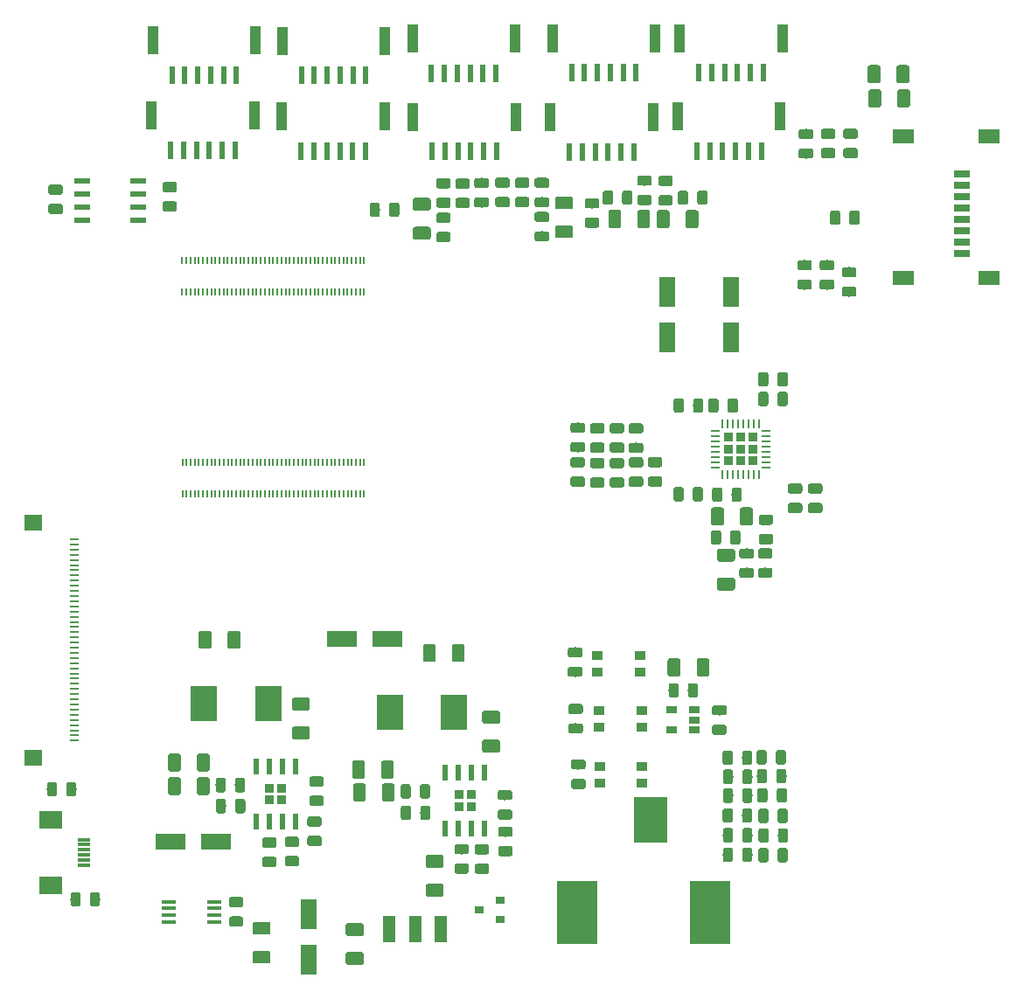
<source format=gbr>
G04 #@! TF.GenerationSoftware,KiCad,Pcbnew,(5.0.0)*
G04 #@! TF.CreationDate,2018-11-20T23:03:42-05:00*
G04 #@! TF.ProjectId,DART6UL_BREAKOUT,4441525436554C5F425245414B4F5554,rev?*
G04 #@! TF.SameCoordinates,Original*
G04 #@! TF.FileFunction,Paste,Top*
G04 #@! TF.FilePolarity,Positive*
%FSLAX46Y46*%
G04 Gerber Fmt 4.6, Leading zero omitted, Abs format (unit mm)*
G04 Created by KiCad (PCBNEW (5.0.0)) date 11/20/18 23:03:42*
%MOMM*%
%LPD*%
G01*
G04 APERTURE LIST*
%ADD10C,0.100000*%
%ADD11C,0.975000*%
%ADD12R,2.000000X1.450000*%
%ADD13R,1.500000X0.800000*%
%ADD14C,1.250000*%
%ADD15R,0.812800X0.254000*%
%ADD16R,1.701800X1.524000*%
%ADD17R,0.825000X0.250000*%
%ADD18R,0.250000X0.825000*%
%ADD19R,0.920000X0.920000*%
%ADD20R,0.200000X0.700000*%
%ADD21R,3.300000X4.400000*%
%ADD22R,3.900000X6.200000*%
%ADD23R,2.200000X1.800000*%
%ADD24R,1.300000X0.300000*%
%ADD25R,2.500000X3.400000*%
%ADD26R,0.900000X0.800000*%
%ADD27R,1.000000X0.900000*%
%ADD28R,0.600000X1.550000*%
%ADD29R,0.950000X0.950000*%
%ADD30R,1.450000X0.450000*%
%ADD31R,1.550000X0.600000*%
%ADD32R,1.060000X0.650000*%
%ADD33R,1.250000X2.500000*%
%ADD34R,0.600000X1.700000*%
%ADD35R,1.000000X2.800000*%
%ADD36R,1.600000X3.000000*%
%ADD37R,3.000000X1.600000*%
G04 APERTURE END LIST*
D10*
G04 #@! TO.C,D15*
G36*
X216380142Y-57474174D02*
X216403803Y-57477684D01*
X216427007Y-57483496D01*
X216449529Y-57491554D01*
X216471153Y-57501782D01*
X216491670Y-57514079D01*
X216510883Y-57528329D01*
X216528607Y-57544393D01*
X216544671Y-57562117D01*
X216558921Y-57581330D01*
X216571218Y-57601847D01*
X216581446Y-57623471D01*
X216589504Y-57645993D01*
X216595316Y-57669197D01*
X216598826Y-57692858D01*
X216600000Y-57716750D01*
X216600000Y-58204250D01*
X216598826Y-58228142D01*
X216595316Y-58251803D01*
X216589504Y-58275007D01*
X216581446Y-58297529D01*
X216571218Y-58319153D01*
X216558921Y-58339670D01*
X216544671Y-58358883D01*
X216528607Y-58376607D01*
X216510883Y-58392671D01*
X216491670Y-58406921D01*
X216471153Y-58419218D01*
X216449529Y-58429446D01*
X216427007Y-58437504D01*
X216403803Y-58443316D01*
X216380142Y-58446826D01*
X216356250Y-58448000D01*
X215443750Y-58448000D01*
X215419858Y-58446826D01*
X215396197Y-58443316D01*
X215372993Y-58437504D01*
X215350471Y-58429446D01*
X215328847Y-58419218D01*
X215308330Y-58406921D01*
X215289117Y-58392671D01*
X215271393Y-58376607D01*
X215255329Y-58358883D01*
X215241079Y-58339670D01*
X215228782Y-58319153D01*
X215218554Y-58297529D01*
X215210496Y-58275007D01*
X215204684Y-58251803D01*
X215201174Y-58228142D01*
X215200000Y-58204250D01*
X215200000Y-57716750D01*
X215201174Y-57692858D01*
X215204684Y-57669197D01*
X215210496Y-57645993D01*
X215218554Y-57623471D01*
X215228782Y-57601847D01*
X215241079Y-57581330D01*
X215255329Y-57562117D01*
X215271393Y-57544393D01*
X215289117Y-57528329D01*
X215308330Y-57514079D01*
X215328847Y-57501782D01*
X215350471Y-57491554D01*
X215372993Y-57483496D01*
X215396197Y-57477684D01*
X215419858Y-57474174D01*
X215443750Y-57473000D01*
X216356250Y-57473000D01*
X216380142Y-57474174D01*
X216380142Y-57474174D01*
G37*
D11*
X215900000Y-57960500D03*
D10*
G36*
X216380142Y-55599174D02*
X216403803Y-55602684D01*
X216427007Y-55608496D01*
X216449529Y-55616554D01*
X216471153Y-55626782D01*
X216491670Y-55639079D01*
X216510883Y-55653329D01*
X216528607Y-55669393D01*
X216544671Y-55687117D01*
X216558921Y-55706330D01*
X216571218Y-55726847D01*
X216581446Y-55748471D01*
X216589504Y-55770993D01*
X216595316Y-55794197D01*
X216598826Y-55817858D01*
X216600000Y-55841750D01*
X216600000Y-56329250D01*
X216598826Y-56353142D01*
X216595316Y-56376803D01*
X216589504Y-56400007D01*
X216581446Y-56422529D01*
X216571218Y-56444153D01*
X216558921Y-56464670D01*
X216544671Y-56483883D01*
X216528607Y-56501607D01*
X216510883Y-56517671D01*
X216491670Y-56531921D01*
X216471153Y-56544218D01*
X216449529Y-56554446D01*
X216427007Y-56562504D01*
X216403803Y-56568316D01*
X216380142Y-56571826D01*
X216356250Y-56573000D01*
X215443750Y-56573000D01*
X215419858Y-56571826D01*
X215396197Y-56568316D01*
X215372993Y-56562504D01*
X215350471Y-56554446D01*
X215328847Y-56544218D01*
X215308330Y-56531921D01*
X215289117Y-56517671D01*
X215271393Y-56501607D01*
X215255329Y-56483883D01*
X215241079Y-56464670D01*
X215228782Y-56444153D01*
X215218554Y-56422529D01*
X215210496Y-56400007D01*
X215204684Y-56376803D01*
X215201174Y-56353142D01*
X215200000Y-56329250D01*
X215200000Y-55841750D01*
X215201174Y-55817858D01*
X215204684Y-55794197D01*
X215210496Y-55770993D01*
X215218554Y-55748471D01*
X215228782Y-55726847D01*
X215241079Y-55706330D01*
X215255329Y-55687117D01*
X215271393Y-55669393D01*
X215289117Y-55653329D01*
X215308330Y-55639079D01*
X215328847Y-55626782D01*
X215350471Y-55616554D01*
X215372993Y-55608496D01*
X215396197Y-55602684D01*
X215419858Y-55599174D01*
X215443750Y-55598000D01*
X216356250Y-55598000D01*
X216380142Y-55599174D01*
X216380142Y-55599174D01*
G37*
D11*
X215900000Y-56085500D03*
G04 #@! TD*
D12*
G04 #@! TO.C,J5*
X229448000Y-56659000D03*
X229448000Y-42909000D03*
X221148000Y-42909000D03*
X221148000Y-56659000D03*
D13*
X226848000Y-54284000D03*
X226848000Y-53184000D03*
X226848000Y-52084000D03*
X226848000Y-50984000D03*
X226848000Y-49884000D03*
X226848000Y-48784000D03*
X226848000Y-47684000D03*
X226848000Y-46584000D03*
G04 #@! TD*
D10*
G04 #@! TO.C,C19*
G36*
X175160204Y-51680804D02*
X175184473Y-51684404D01*
X175208271Y-51690365D01*
X175231371Y-51698630D01*
X175253549Y-51709120D01*
X175274593Y-51721733D01*
X175294298Y-51736347D01*
X175312477Y-51752823D01*
X175328953Y-51771002D01*
X175343567Y-51790707D01*
X175356180Y-51811751D01*
X175366670Y-51833929D01*
X175374935Y-51857029D01*
X175380896Y-51880827D01*
X175384496Y-51905096D01*
X175385700Y-51929600D01*
X175385700Y-52679600D01*
X175384496Y-52704104D01*
X175380896Y-52728373D01*
X175374935Y-52752171D01*
X175366670Y-52775271D01*
X175356180Y-52797449D01*
X175343567Y-52818493D01*
X175328953Y-52838198D01*
X175312477Y-52856377D01*
X175294298Y-52872853D01*
X175274593Y-52887467D01*
X175253549Y-52900080D01*
X175231371Y-52910570D01*
X175208271Y-52918835D01*
X175184473Y-52924796D01*
X175160204Y-52928396D01*
X175135700Y-52929600D01*
X173885700Y-52929600D01*
X173861196Y-52928396D01*
X173836927Y-52924796D01*
X173813129Y-52918835D01*
X173790029Y-52910570D01*
X173767851Y-52900080D01*
X173746807Y-52887467D01*
X173727102Y-52872853D01*
X173708923Y-52856377D01*
X173692447Y-52838198D01*
X173677833Y-52818493D01*
X173665220Y-52797449D01*
X173654730Y-52775271D01*
X173646465Y-52752171D01*
X173640504Y-52728373D01*
X173636904Y-52704104D01*
X173635700Y-52679600D01*
X173635700Y-51929600D01*
X173636904Y-51905096D01*
X173640504Y-51880827D01*
X173646465Y-51857029D01*
X173654730Y-51833929D01*
X173665220Y-51811751D01*
X173677833Y-51790707D01*
X173692447Y-51771002D01*
X173708923Y-51752823D01*
X173727102Y-51736347D01*
X173746807Y-51721733D01*
X173767851Y-51709120D01*
X173790029Y-51698630D01*
X173813129Y-51690365D01*
X173836927Y-51684404D01*
X173861196Y-51680804D01*
X173885700Y-51679600D01*
X175135700Y-51679600D01*
X175160204Y-51680804D01*
X175160204Y-51680804D01*
G37*
D14*
X174510700Y-52304600D03*
D10*
G36*
X175160204Y-48880804D02*
X175184473Y-48884404D01*
X175208271Y-48890365D01*
X175231371Y-48898630D01*
X175253549Y-48909120D01*
X175274593Y-48921733D01*
X175294298Y-48936347D01*
X175312477Y-48952823D01*
X175328953Y-48971002D01*
X175343567Y-48990707D01*
X175356180Y-49011751D01*
X175366670Y-49033929D01*
X175374935Y-49057029D01*
X175380896Y-49080827D01*
X175384496Y-49105096D01*
X175385700Y-49129600D01*
X175385700Y-49879600D01*
X175384496Y-49904104D01*
X175380896Y-49928373D01*
X175374935Y-49952171D01*
X175366670Y-49975271D01*
X175356180Y-49997449D01*
X175343567Y-50018493D01*
X175328953Y-50038198D01*
X175312477Y-50056377D01*
X175294298Y-50072853D01*
X175274593Y-50087467D01*
X175253549Y-50100080D01*
X175231371Y-50110570D01*
X175208271Y-50118835D01*
X175184473Y-50124796D01*
X175160204Y-50128396D01*
X175135700Y-50129600D01*
X173885700Y-50129600D01*
X173861196Y-50128396D01*
X173836927Y-50124796D01*
X173813129Y-50118835D01*
X173790029Y-50110570D01*
X173767851Y-50100080D01*
X173746807Y-50087467D01*
X173727102Y-50072853D01*
X173708923Y-50056377D01*
X173692447Y-50038198D01*
X173677833Y-50018493D01*
X173665220Y-49997449D01*
X173654730Y-49975271D01*
X173646465Y-49952171D01*
X173640504Y-49928373D01*
X173636904Y-49904104D01*
X173635700Y-49879600D01*
X173635700Y-49129600D01*
X173636904Y-49105096D01*
X173640504Y-49080827D01*
X173646465Y-49057029D01*
X173654730Y-49033929D01*
X173665220Y-49011751D01*
X173677833Y-48990707D01*
X173692447Y-48971002D01*
X173708923Y-48952823D01*
X173727102Y-48936347D01*
X173746807Y-48921733D01*
X173767851Y-48909120D01*
X173790029Y-48898630D01*
X173813129Y-48890365D01*
X173836927Y-48884404D01*
X173861196Y-48880804D01*
X173885700Y-48879600D01*
X175135700Y-48879600D01*
X175160204Y-48880804D01*
X175160204Y-48880804D01*
G37*
D14*
X174510700Y-49504600D03*
G04 #@! TD*
D15*
G04 #@! TO.C,J20*
X140906500Y-81956501D03*
X140906500Y-82456500D03*
X140906500Y-82956502D03*
X140906500Y-83456501D03*
X140906500Y-83956502D03*
X140906500Y-84456501D03*
X140906500Y-84956500D03*
X140906500Y-85456502D03*
X140906500Y-85956501D03*
X140906500Y-86456500D03*
X140906500Y-86956501D03*
X140906500Y-87456500D03*
X140906500Y-87956502D03*
X140906500Y-88456501D03*
X140906500Y-88956500D03*
X140906500Y-89456501D03*
X140906500Y-89956500D03*
X140906500Y-90456502D03*
X140906500Y-90956501D03*
X140906500Y-91456500D03*
X140906500Y-91956502D03*
X140906500Y-92456500D03*
X140906500Y-92956502D03*
X140906500Y-93456501D03*
X140906500Y-93956500D03*
X140906500Y-94456502D03*
X140906500Y-94956501D03*
X140906500Y-95456502D03*
X140906500Y-95956501D03*
X140906500Y-96456500D03*
X140906500Y-96956502D03*
X140906500Y-97456501D03*
X140906500Y-97956502D03*
X140906500Y-98456501D03*
X140906500Y-98956500D03*
X140906500Y-99456502D03*
X140906500Y-99956501D03*
X140906500Y-100456502D03*
X140906500Y-100956501D03*
X140906500Y-101456500D03*
D16*
X136893300Y-103111102D03*
X136893300Y-80301902D03*
G04 #@! TD*
D10*
G04 #@! TO.C,R32*
G36*
X203017822Y-68302814D02*
X203041483Y-68306324D01*
X203064687Y-68312136D01*
X203087209Y-68320194D01*
X203108833Y-68330422D01*
X203129350Y-68342719D01*
X203148563Y-68356969D01*
X203166287Y-68373033D01*
X203182351Y-68390757D01*
X203196601Y-68409970D01*
X203208898Y-68430487D01*
X203219126Y-68452111D01*
X203227184Y-68474633D01*
X203232996Y-68497837D01*
X203236506Y-68521498D01*
X203237680Y-68545390D01*
X203237680Y-69457890D01*
X203236506Y-69481782D01*
X203232996Y-69505443D01*
X203227184Y-69528647D01*
X203219126Y-69551169D01*
X203208898Y-69572793D01*
X203196601Y-69593310D01*
X203182351Y-69612523D01*
X203166287Y-69630247D01*
X203148563Y-69646311D01*
X203129350Y-69660561D01*
X203108833Y-69672858D01*
X203087209Y-69683086D01*
X203064687Y-69691144D01*
X203041483Y-69696956D01*
X203017822Y-69700466D01*
X202993930Y-69701640D01*
X202506430Y-69701640D01*
X202482538Y-69700466D01*
X202458877Y-69696956D01*
X202435673Y-69691144D01*
X202413151Y-69683086D01*
X202391527Y-69672858D01*
X202371010Y-69660561D01*
X202351797Y-69646311D01*
X202334073Y-69630247D01*
X202318009Y-69612523D01*
X202303759Y-69593310D01*
X202291462Y-69572793D01*
X202281234Y-69551169D01*
X202273176Y-69528647D01*
X202267364Y-69505443D01*
X202263854Y-69481782D01*
X202262680Y-69457890D01*
X202262680Y-68545390D01*
X202263854Y-68521498D01*
X202267364Y-68497837D01*
X202273176Y-68474633D01*
X202281234Y-68452111D01*
X202291462Y-68430487D01*
X202303759Y-68409970D01*
X202318009Y-68390757D01*
X202334073Y-68373033D01*
X202351797Y-68356969D01*
X202371010Y-68342719D01*
X202391527Y-68330422D01*
X202413151Y-68320194D01*
X202435673Y-68312136D01*
X202458877Y-68306324D01*
X202482538Y-68302814D01*
X202506430Y-68301640D01*
X202993930Y-68301640D01*
X203017822Y-68302814D01*
X203017822Y-68302814D01*
G37*
D11*
X202750180Y-69001640D03*
D10*
G36*
X204892822Y-68302814D02*
X204916483Y-68306324D01*
X204939687Y-68312136D01*
X204962209Y-68320194D01*
X204983833Y-68330422D01*
X205004350Y-68342719D01*
X205023563Y-68356969D01*
X205041287Y-68373033D01*
X205057351Y-68390757D01*
X205071601Y-68409970D01*
X205083898Y-68430487D01*
X205094126Y-68452111D01*
X205102184Y-68474633D01*
X205107996Y-68497837D01*
X205111506Y-68521498D01*
X205112680Y-68545390D01*
X205112680Y-69457890D01*
X205111506Y-69481782D01*
X205107996Y-69505443D01*
X205102184Y-69528647D01*
X205094126Y-69551169D01*
X205083898Y-69572793D01*
X205071601Y-69593310D01*
X205057351Y-69612523D01*
X205041287Y-69630247D01*
X205023563Y-69646311D01*
X205004350Y-69660561D01*
X204983833Y-69672858D01*
X204962209Y-69683086D01*
X204939687Y-69691144D01*
X204916483Y-69696956D01*
X204892822Y-69700466D01*
X204868930Y-69701640D01*
X204381430Y-69701640D01*
X204357538Y-69700466D01*
X204333877Y-69696956D01*
X204310673Y-69691144D01*
X204288151Y-69683086D01*
X204266527Y-69672858D01*
X204246010Y-69660561D01*
X204226797Y-69646311D01*
X204209073Y-69630247D01*
X204193009Y-69612523D01*
X204178759Y-69593310D01*
X204166462Y-69572793D01*
X204156234Y-69551169D01*
X204148176Y-69528647D01*
X204142364Y-69505443D01*
X204138854Y-69481782D01*
X204137680Y-69457890D01*
X204137680Y-68545390D01*
X204138854Y-68521498D01*
X204142364Y-68497837D01*
X204148176Y-68474633D01*
X204156234Y-68452111D01*
X204166462Y-68430487D01*
X204178759Y-68409970D01*
X204193009Y-68390757D01*
X204209073Y-68373033D01*
X204226797Y-68356969D01*
X204246010Y-68342719D01*
X204266527Y-68330422D01*
X204288151Y-68320194D01*
X204310673Y-68312136D01*
X204333877Y-68306324D01*
X204357538Y-68302814D01*
X204381430Y-68301640D01*
X204868930Y-68301640D01*
X204892822Y-68302814D01*
X204892822Y-68302814D01*
G37*
D11*
X204625180Y-69001640D03*
G04 #@! TD*
D10*
G04 #@! TO.C,R29*
G36*
X209718822Y-67667814D02*
X209742483Y-67671324D01*
X209765687Y-67677136D01*
X209788209Y-67685194D01*
X209809833Y-67695422D01*
X209830350Y-67707719D01*
X209849563Y-67721969D01*
X209867287Y-67738033D01*
X209883351Y-67755757D01*
X209897601Y-67774970D01*
X209909898Y-67795487D01*
X209920126Y-67817111D01*
X209928184Y-67839633D01*
X209933996Y-67862837D01*
X209937506Y-67886498D01*
X209938680Y-67910390D01*
X209938680Y-68822890D01*
X209937506Y-68846782D01*
X209933996Y-68870443D01*
X209928184Y-68893647D01*
X209920126Y-68916169D01*
X209909898Y-68937793D01*
X209897601Y-68958310D01*
X209883351Y-68977523D01*
X209867287Y-68995247D01*
X209849563Y-69011311D01*
X209830350Y-69025561D01*
X209809833Y-69037858D01*
X209788209Y-69048086D01*
X209765687Y-69056144D01*
X209742483Y-69061956D01*
X209718822Y-69065466D01*
X209694930Y-69066640D01*
X209207430Y-69066640D01*
X209183538Y-69065466D01*
X209159877Y-69061956D01*
X209136673Y-69056144D01*
X209114151Y-69048086D01*
X209092527Y-69037858D01*
X209072010Y-69025561D01*
X209052797Y-69011311D01*
X209035073Y-68995247D01*
X209019009Y-68977523D01*
X209004759Y-68958310D01*
X208992462Y-68937793D01*
X208982234Y-68916169D01*
X208974176Y-68893647D01*
X208968364Y-68870443D01*
X208964854Y-68846782D01*
X208963680Y-68822890D01*
X208963680Y-67910390D01*
X208964854Y-67886498D01*
X208968364Y-67862837D01*
X208974176Y-67839633D01*
X208982234Y-67817111D01*
X208992462Y-67795487D01*
X209004759Y-67774970D01*
X209019009Y-67755757D01*
X209035073Y-67738033D01*
X209052797Y-67721969D01*
X209072010Y-67707719D01*
X209092527Y-67695422D01*
X209114151Y-67685194D01*
X209136673Y-67677136D01*
X209159877Y-67671324D01*
X209183538Y-67667814D01*
X209207430Y-67666640D01*
X209694930Y-67666640D01*
X209718822Y-67667814D01*
X209718822Y-67667814D01*
G37*
D11*
X209451180Y-68366640D03*
D10*
G36*
X207843822Y-67667814D02*
X207867483Y-67671324D01*
X207890687Y-67677136D01*
X207913209Y-67685194D01*
X207934833Y-67695422D01*
X207955350Y-67707719D01*
X207974563Y-67721969D01*
X207992287Y-67738033D01*
X208008351Y-67755757D01*
X208022601Y-67774970D01*
X208034898Y-67795487D01*
X208045126Y-67817111D01*
X208053184Y-67839633D01*
X208058996Y-67862837D01*
X208062506Y-67886498D01*
X208063680Y-67910390D01*
X208063680Y-68822890D01*
X208062506Y-68846782D01*
X208058996Y-68870443D01*
X208053184Y-68893647D01*
X208045126Y-68916169D01*
X208034898Y-68937793D01*
X208022601Y-68958310D01*
X208008351Y-68977523D01*
X207992287Y-68995247D01*
X207974563Y-69011311D01*
X207955350Y-69025561D01*
X207934833Y-69037858D01*
X207913209Y-69048086D01*
X207890687Y-69056144D01*
X207867483Y-69061956D01*
X207843822Y-69065466D01*
X207819930Y-69066640D01*
X207332430Y-69066640D01*
X207308538Y-69065466D01*
X207284877Y-69061956D01*
X207261673Y-69056144D01*
X207239151Y-69048086D01*
X207217527Y-69037858D01*
X207197010Y-69025561D01*
X207177797Y-69011311D01*
X207160073Y-68995247D01*
X207144009Y-68977523D01*
X207129759Y-68958310D01*
X207117462Y-68937793D01*
X207107234Y-68916169D01*
X207099176Y-68893647D01*
X207093364Y-68870443D01*
X207089854Y-68846782D01*
X207088680Y-68822890D01*
X207088680Y-67910390D01*
X207089854Y-67886498D01*
X207093364Y-67862837D01*
X207099176Y-67839633D01*
X207107234Y-67817111D01*
X207117462Y-67795487D01*
X207129759Y-67774970D01*
X207144009Y-67755757D01*
X207160073Y-67738033D01*
X207177797Y-67721969D01*
X207197010Y-67707719D01*
X207217527Y-67695422D01*
X207239151Y-67685194D01*
X207261673Y-67677136D01*
X207284877Y-67671324D01*
X207308538Y-67667814D01*
X207332430Y-67666640D01*
X207819930Y-67666640D01*
X207843822Y-67667814D01*
X207843822Y-67667814D01*
G37*
D11*
X207576180Y-68366640D03*
G04 #@! TD*
D10*
G04 #@! TO.C,C29*
G36*
X209723902Y-65757734D02*
X209747563Y-65761244D01*
X209770767Y-65767056D01*
X209793289Y-65775114D01*
X209814913Y-65785342D01*
X209835430Y-65797639D01*
X209854643Y-65811889D01*
X209872367Y-65827953D01*
X209888431Y-65845677D01*
X209902681Y-65864890D01*
X209914978Y-65885407D01*
X209925206Y-65907031D01*
X209933264Y-65929553D01*
X209939076Y-65952757D01*
X209942586Y-65976418D01*
X209943760Y-66000310D01*
X209943760Y-66912810D01*
X209942586Y-66936702D01*
X209939076Y-66960363D01*
X209933264Y-66983567D01*
X209925206Y-67006089D01*
X209914978Y-67027713D01*
X209902681Y-67048230D01*
X209888431Y-67067443D01*
X209872367Y-67085167D01*
X209854643Y-67101231D01*
X209835430Y-67115481D01*
X209814913Y-67127778D01*
X209793289Y-67138006D01*
X209770767Y-67146064D01*
X209747563Y-67151876D01*
X209723902Y-67155386D01*
X209700010Y-67156560D01*
X209212510Y-67156560D01*
X209188618Y-67155386D01*
X209164957Y-67151876D01*
X209141753Y-67146064D01*
X209119231Y-67138006D01*
X209097607Y-67127778D01*
X209077090Y-67115481D01*
X209057877Y-67101231D01*
X209040153Y-67085167D01*
X209024089Y-67067443D01*
X209009839Y-67048230D01*
X208997542Y-67027713D01*
X208987314Y-67006089D01*
X208979256Y-66983567D01*
X208973444Y-66960363D01*
X208969934Y-66936702D01*
X208968760Y-66912810D01*
X208968760Y-66000310D01*
X208969934Y-65976418D01*
X208973444Y-65952757D01*
X208979256Y-65929553D01*
X208987314Y-65907031D01*
X208997542Y-65885407D01*
X209009839Y-65864890D01*
X209024089Y-65845677D01*
X209040153Y-65827953D01*
X209057877Y-65811889D01*
X209077090Y-65797639D01*
X209097607Y-65785342D01*
X209119231Y-65775114D01*
X209141753Y-65767056D01*
X209164957Y-65761244D01*
X209188618Y-65757734D01*
X209212510Y-65756560D01*
X209700010Y-65756560D01*
X209723902Y-65757734D01*
X209723902Y-65757734D01*
G37*
D11*
X209456260Y-66456560D03*
D10*
G36*
X207848902Y-65757734D02*
X207872563Y-65761244D01*
X207895767Y-65767056D01*
X207918289Y-65775114D01*
X207939913Y-65785342D01*
X207960430Y-65797639D01*
X207979643Y-65811889D01*
X207997367Y-65827953D01*
X208013431Y-65845677D01*
X208027681Y-65864890D01*
X208039978Y-65885407D01*
X208050206Y-65907031D01*
X208058264Y-65929553D01*
X208064076Y-65952757D01*
X208067586Y-65976418D01*
X208068760Y-66000310D01*
X208068760Y-66912810D01*
X208067586Y-66936702D01*
X208064076Y-66960363D01*
X208058264Y-66983567D01*
X208050206Y-67006089D01*
X208039978Y-67027713D01*
X208027681Y-67048230D01*
X208013431Y-67067443D01*
X207997367Y-67085167D01*
X207979643Y-67101231D01*
X207960430Y-67115481D01*
X207939913Y-67127778D01*
X207918289Y-67138006D01*
X207895767Y-67146064D01*
X207872563Y-67151876D01*
X207848902Y-67155386D01*
X207825010Y-67156560D01*
X207337510Y-67156560D01*
X207313618Y-67155386D01*
X207289957Y-67151876D01*
X207266753Y-67146064D01*
X207244231Y-67138006D01*
X207222607Y-67127778D01*
X207202090Y-67115481D01*
X207182877Y-67101231D01*
X207165153Y-67085167D01*
X207149089Y-67067443D01*
X207134839Y-67048230D01*
X207122542Y-67027713D01*
X207112314Y-67006089D01*
X207104256Y-66983567D01*
X207098444Y-66960363D01*
X207094934Y-66936702D01*
X207093760Y-66912810D01*
X207093760Y-66000310D01*
X207094934Y-65976418D01*
X207098444Y-65952757D01*
X207104256Y-65929553D01*
X207112314Y-65907031D01*
X207122542Y-65885407D01*
X207134839Y-65864890D01*
X207149089Y-65845677D01*
X207165153Y-65827953D01*
X207182877Y-65811889D01*
X207202090Y-65797639D01*
X207222607Y-65785342D01*
X207244231Y-65775114D01*
X207266753Y-65767056D01*
X207289957Y-65761244D01*
X207313618Y-65757734D01*
X207337510Y-65756560D01*
X207825010Y-65756560D01*
X207848902Y-65757734D01*
X207848902Y-65757734D01*
G37*
D11*
X207581260Y-66456560D03*
G04 #@! TD*
D10*
G04 #@! TO.C,R31*
G36*
X199665022Y-68302814D02*
X199688683Y-68306324D01*
X199711887Y-68312136D01*
X199734409Y-68320194D01*
X199756033Y-68330422D01*
X199776550Y-68342719D01*
X199795763Y-68356969D01*
X199813487Y-68373033D01*
X199829551Y-68390757D01*
X199843801Y-68409970D01*
X199856098Y-68430487D01*
X199866326Y-68452111D01*
X199874384Y-68474633D01*
X199880196Y-68497837D01*
X199883706Y-68521498D01*
X199884880Y-68545390D01*
X199884880Y-69457890D01*
X199883706Y-69481782D01*
X199880196Y-69505443D01*
X199874384Y-69528647D01*
X199866326Y-69551169D01*
X199856098Y-69572793D01*
X199843801Y-69593310D01*
X199829551Y-69612523D01*
X199813487Y-69630247D01*
X199795763Y-69646311D01*
X199776550Y-69660561D01*
X199756033Y-69672858D01*
X199734409Y-69683086D01*
X199711887Y-69691144D01*
X199688683Y-69696956D01*
X199665022Y-69700466D01*
X199641130Y-69701640D01*
X199153630Y-69701640D01*
X199129738Y-69700466D01*
X199106077Y-69696956D01*
X199082873Y-69691144D01*
X199060351Y-69683086D01*
X199038727Y-69672858D01*
X199018210Y-69660561D01*
X198998997Y-69646311D01*
X198981273Y-69630247D01*
X198965209Y-69612523D01*
X198950959Y-69593310D01*
X198938662Y-69572793D01*
X198928434Y-69551169D01*
X198920376Y-69528647D01*
X198914564Y-69505443D01*
X198911054Y-69481782D01*
X198909880Y-69457890D01*
X198909880Y-68545390D01*
X198911054Y-68521498D01*
X198914564Y-68497837D01*
X198920376Y-68474633D01*
X198928434Y-68452111D01*
X198938662Y-68430487D01*
X198950959Y-68409970D01*
X198965209Y-68390757D01*
X198981273Y-68373033D01*
X198998997Y-68356969D01*
X199018210Y-68342719D01*
X199038727Y-68330422D01*
X199060351Y-68320194D01*
X199082873Y-68312136D01*
X199106077Y-68306324D01*
X199129738Y-68302814D01*
X199153630Y-68301640D01*
X199641130Y-68301640D01*
X199665022Y-68302814D01*
X199665022Y-68302814D01*
G37*
D11*
X199397380Y-69001640D03*
D10*
G36*
X201540022Y-68302814D02*
X201563683Y-68306324D01*
X201586887Y-68312136D01*
X201609409Y-68320194D01*
X201631033Y-68330422D01*
X201651550Y-68342719D01*
X201670763Y-68356969D01*
X201688487Y-68373033D01*
X201704551Y-68390757D01*
X201718801Y-68409970D01*
X201731098Y-68430487D01*
X201741326Y-68452111D01*
X201749384Y-68474633D01*
X201755196Y-68497837D01*
X201758706Y-68521498D01*
X201759880Y-68545390D01*
X201759880Y-69457890D01*
X201758706Y-69481782D01*
X201755196Y-69505443D01*
X201749384Y-69528647D01*
X201741326Y-69551169D01*
X201731098Y-69572793D01*
X201718801Y-69593310D01*
X201704551Y-69612523D01*
X201688487Y-69630247D01*
X201670763Y-69646311D01*
X201651550Y-69660561D01*
X201631033Y-69672858D01*
X201609409Y-69683086D01*
X201586887Y-69691144D01*
X201563683Y-69696956D01*
X201540022Y-69700466D01*
X201516130Y-69701640D01*
X201028630Y-69701640D01*
X201004738Y-69700466D01*
X200981077Y-69696956D01*
X200957873Y-69691144D01*
X200935351Y-69683086D01*
X200913727Y-69672858D01*
X200893210Y-69660561D01*
X200873997Y-69646311D01*
X200856273Y-69630247D01*
X200840209Y-69612523D01*
X200825959Y-69593310D01*
X200813662Y-69572793D01*
X200803434Y-69551169D01*
X200795376Y-69528647D01*
X200789564Y-69505443D01*
X200786054Y-69481782D01*
X200784880Y-69457890D01*
X200784880Y-68545390D01*
X200786054Y-68521498D01*
X200789564Y-68497837D01*
X200795376Y-68474633D01*
X200803434Y-68452111D01*
X200813662Y-68430487D01*
X200825959Y-68409970D01*
X200840209Y-68390757D01*
X200856273Y-68373033D01*
X200873997Y-68356969D01*
X200893210Y-68342719D01*
X200913727Y-68330422D01*
X200935351Y-68320194D01*
X200957873Y-68312136D01*
X200981077Y-68306324D01*
X201004738Y-68302814D01*
X201028630Y-68301640D01*
X201516130Y-68301640D01*
X201540022Y-68302814D01*
X201540022Y-68302814D01*
G37*
D11*
X201272380Y-69001640D03*
G04 #@! TD*
D10*
G04 #@! TO.C,R30*
G36*
X205263662Y-76933734D02*
X205287323Y-76937244D01*
X205310527Y-76943056D01*
X205333049Y-76951114D01*
X205354673Y-76961342D01*
X205375190Y-76973639D01*
X205394403Y-76987889D01*
X205412127Y-77003953D01*
X205428191Y-77021677D01*
X205442441Y-77040890D01*
X205454738Y-77061407D01*
X205464966Y-77083031D01*
X205473024Y-77105553D01*
X205478836Y-77128757D01*
X205482346Y-77152418D01*
X205483520Y-77176310D01*
X205483520Y-78088810D01*
X205482346Y-78112702D01*
X205478836Y-78136363D01*
X205473024Y-78159567D01*
X205464966Y-78182089D01*
X205454738Y-78203713D01*
X205442441Y-78224230D01*
X205428191Y-78243443D01*
X205412127Y-78261167D01*
X205394403Y-78277231D01*
X205375190Y-78291481D01*
X205354673Y-78303778D01*
X205333049Y-78314006D01*
X205310527Y-78322064D01*
X205287323Y-78327876D01*
X205263662Y-78331386D01*
X205239770Y-78332560D01*
X204752270Y-78332560D01*
X204728378Y-78331386D01*
X204704717Y-78327876D01*
X204681513Y-78322064D01*
X204658991Y-78314006D01*
X204637367Y-78303778D01*
X204616850Y-78291481D01*
X204597637Y-78277231D01*
X204579913Y-78261167D01*
X204563849Y-78243443D01*
X204549599Y-78224230D01*
X204537302Y-78203713D01*
X204527074Y-78182089D01*
X204519016Y-78159567D01*
X204513204Y-78136363D01*
X204509694Y-78112702D01*
X204508520Y-78088810D01*
X204508520Y-77176310D01*
X204509694Y-77152418D01*
X204513204Y-77128757D01*
X204519016Y-77105553D01*
X204527074Y-77083031D01*
X204537302Y-77061407D01*
X204549599Y-77040890D01*
X204563849Y-77021677D01*
X204579913Y-77003953D01*
X204597637Y-76987889D01*
X204616850Y-76973639D01*
X204637367Y-76961342D01*
X204658991Y-76951114D01*
X204681513Y-76943056D01*
X204704717Y-76937244D01*
X204728378Y-76933734D01*
X204752270Y-76932560D01*
X205239770Y-76932560D01*
X205263662Y-76933734D01*
X205263662Y-76933734D01*
G37*
D11*
X204996020Y-77632560D03*
D10*
G36*
X203388662Y-76933734D02*
X203412323Y-76937244D01*
X203435527Y-76943056D01*
X203458049Y-76951114D01*
X203479673Y-76961342D01*
X203500190Y-76973639D01*
X203519403Y-76987889D01*
X203537127Y-77003953D01*
X203553191Y-77021677D01*
X203567441Y-77040890D01*
X203579738Y-77061407D01*
X203589966Y-77083031D01*
X203598024Y-77105553D01*
X203603836Y-77128757D01*
X203607346Y-77152418D01*
X203608520Y-77176310D01*
X203608520Y-78088810D01*
X203607346Y-78112702D01*
X203603836Y-78136363D01*
X203598024Y-78159567D01*
X203589966Y-78182089D01*
X203579738Y-78203713D01*
X203567441Y-78224230D01*
X203553191Y-78243443D01*
X203537127Y-78261167D01*
X203519403Y-78277231D01*
X203500190Y-78291481D01*
X203479673Y-78303778D01*
X203458049Y-78314006D01*
X203435527Y-78322064D01*
X203412323Y-78327876D01*
X203388662Y-78331386D01*
X203364770Y-78332560D01*
X202877270Y-78332560D01*
X202853378Y-78331386D01*
X202829717Y-78327876D01*
X202806513Y-78322064D01*
X202783991Y-78314006D01*
X202762367Y-78303778D01*
X202741850Y-78291481D01*
X202722637Y-78277231D01*
X202704913Y-78261167D01*
X202688849Y-78243443D01*
X202674599Y-78224230D01*
X202662302Y-78203713D01*
X202652074Y-78182089D01*
X202644016Y-78159567D01*
X202638204Y-78136363D01*
X202634694Y-78112702D01*
X202633520Y-78088810D01*
X202633520Y-77176310D01*
X202634694Y-77152418D01*
X202638204Y-77128757D01*
X202644016Y-77105553D01*
X202652074Y-77083031D01*
X202662302Y-77061407D01*
X202674599Y-77040890D01*
X202688849Y-77021677D01*
X202704913Y-77003953D01*
X202722637Y-76987889D01*
X202741850Y-76973639D01*
X202762367Y-76961342D01*
X202783991Y-76951114D01*
X202806513Y-76943056D01*
X202829717Y-76937244D01*
X202853378Y-76933734D01*
X202877270Y-76932560D01*
X203364770Y-76932560D01*
X203388662Y-76933734D01*
X203388662Y-76933734D01*
G37*
D11*
X203121020Y-77632560D03*
G04 #@! TD*
D10*
G04 #@! TO.C,C26*
G36*
X206443662Y-82843214D02*
X206467323Y-82846724D01*
X206490527Y-82852536D01*
X206513049Y-82860594D01*
X206534673Y-82870822D01*
X206555190Y-82883119D01*
X206574403Y-82897369D01*
X206592127Y-82913433D01*
X206608191Y-82931157D01*
X206622441Y-82950370D01*
X206634738Y-82970887D01*
X206644966Y-82992511D01*
X206653024Y-83015033D01*
X206658836Y-83038237D01*
X206662346Y-83061898D01*
X206663520Y-83085790D01*
X206663520Y-83573290D01*
X206662346Y-83597182D01*
X206658836Y-83620843D01*
X206653024Y-83644047D01*
X206644966Y-83666569D01*
X206634738Y-83688193D01*
X206622441Y-83708710D01*
X206608191Y-83727923D01*
X206592127Y-83745647D01*
X206574403Y-83761711D01*
X206555190Y-83775961D01*
X206534673Y-83788258D01*
X206513049Y-83798486D01*
X206490527Y-83806544D01*
X206467323Y-83812356D01*
X206443662Y-83815866D01*
X206419770Y-83817040D01*
X205507270Y-83817040D01*
X205483378Y-83815866D01*
X205459717Y-83812356D01*
X205436513Y-83806544D01*
X205413991Y-83798486D01*
X205392367Y-83788258D01*
X205371850Y-83775961D01*
X205352637Y-83761711D01*
X205334913Y-83745647D01*
X205318849Y-83727923D01*
X205304599Y-83708710D01*
X205292302Y-83688193D01*
X205282074Y-83666569D01*
X205274016Y-83644047D01*
X205268204Y-83620843D01*
X205264694Y-83597182D01*
X205263520Y-83573290D01*
X205263520Y-83085790D01*
X205264694Y-83061898D01*
X205268204Y-83038237D01*
X205274016Y-83015033D01*
X205282074Y-82992511D01*
X205292302Y-82970887D01*
X205304599Y-82950370D01*
X205318849Y-82931157D01*
X205334913Y-82913433D01*
X205352637Y-82897369D01*
X205371850Y-82883119D01*
X205392367Y-82870822D01*
X205413991Y-82860594D01*
X205436513Y-82852536D01*
X205459717Y-82846724D01*
X205483378Y-82843214D01*
X205507270Y-82842040D01*
X206419770Y-82842040D01*
X206443662Y-82843214D01*
X206443662Y-82843214D01*
G37*
D11*
X205963520Y-83329540D03*
D10*
G36*
X206443662Y-84718214D02*
X206467323Y-84721724D01*
X206490527Y-84727536D01*
X206513049Y-84735594D01*
X206534673Y-84745822D01*
X206555190Y-84758119D01*
X206574403Y-84772369D01*
X206592127Y-84788433D01*
X206608191Y-84806157D01*
X206622441Y-84825370D01*
X206634738Y-84845887D01*
X206644966Y-84867511D01*
X206653024Y-84890033D01*
X206658836Y-84913237D01*
X206662346Y-84936898D01*
X206663520Y-84960790D01*
X206663520Y-85448290D01*
X206662346Y-85472182D01*
X206658836Y-85495843D01*
X206653024Y-85519047D01*
X206644966Y-85541569D01*
X206634738Y-85563193D01*
X206622441Y-85583710D01*
X206608191Y-85602923D01*
X206592127Y-85620647D01*
X206574403Y-85636711D01*
X206555190Y-85650961D01*
X206534673Y-85663258D01*
X206513049Y-85673486D01*
X206490527Y-85681544D01*
X206467323Y-85687356D01*
X206443662Y-85690866D01*
X206419770Y-85692040D01*
X205507270Y-85692040D01*
X205483378Y-85690866D01*
X205459717Y-85687356D01*
X205436513Y-85681544D01*
X205413991Y-85673486D01*
X205392367Y-85663258D01*
X205371850Y-85650961D01*
X205352637Y-85636711D01*
X205334913Y-85620647D01*
X205318849Y-85602923D01*
X205304599Y-85583710D01*
X205292302Y-85563193D01*
X205282074Y-85541569D01*
X205274016Y-85519047D01*
X205268204Y-85495843D01*
X205264694Y-85472182D01*
X205263520Y-85448290D01*
X205263520Y-84960790D01*
X205264694Y-84936898D01*
X205268204Y-84913237D01*
X205274016Y-84890033D01*
X205282074Y-84867511D01*
X205292302Y-84845887D01*
X205304599Y-84825370D01*
X205318849Y-84806157D01*
X205334913Y-84788433D01*
X205352637Y-84772369D01*
X205371850Y-84758119D01*
X205392367Y-84745822D01*
X205413991Y-84735594D01*
X205436513Y-84727536D01*
X205459717Y-84721724D01*
X205483378Y-84718214D01*
X205507270Y-84717040D01*
X206419770Y-84717040D01*
X206443662Y-84718214D01*
X206443662Y-84718214D01*
G37*
D11*
X205963520Y-85204540D03*
G04 #@! TD*
D10*
G04 #@! TO.C,C1*
G36*
X157020342Y-118487274D02*
X157044003Y-118490784D01*
X157067207Y-118496596D01*
X157089729Y-118504654D01*
X157111353Y-118514882D01*
X157131870Y-118527179D01*
X157151083Y-118541429D01*
X157168807Y-118557493D01*
X157184871Y-118575217D01*
X157199121Y-118594430D01*
X157211418Y-118614947D01*
X157221646Y-118636571D01*
X157229704Y-118659093D01*
X157235516Y-118682297D01*
X157239026Y-118705958D01*
X157240200Y-118729850D01*
X157240200Y-119217350D01*
X157239026Y-119241242D01*
X157235516Y-119264903D01*
X157229704Y-119288107D01*
X157221646Y-119310629D01*
X157211418Y-119332253D01*
X157199121Y-119352770D01*
X157184871Y-119371983D01*
X157168807Y-119389707D01*
X157151083Y-119405771D01*
X157131870Y-119420021D01*
X157111353Y-119432318D01*
X157089729Y-119442546D01*
X157067207Y-119450604D01*
X157044003Y-119456416D01*
X157020342Y-119459926D01*
X156996450Y-119461100D01*
X156083950Y-119461100D01*
X156060058Y-119459926D01*
X156036397Y-119456416D01*
X156013193Y-119450604D01*
X155990671Y-119442546D01*
X155969047Y-119432318D01*
X155948530Y-119420021D01*
X155929317Y-119405771D01*
X155911593Y-119389707D01*
X155895529Y-119371983D01*
X155881279Y-119352770D01*
X155868982Y-119332253D01*
X155858754Y-119310629D01*
X155850696Y-119288107D01*
X155844884Y-119264903D01*
X155841374Y-119241242D01*
X155840200Y-119217350D01*
X155840200Y-118729850D01*
X155841374Y-118705958D01*
X155844884Y-118682297D01*
X155850696Y-118659093D01*
X155858754Y-118636571D01*
X155868982Y-118614947D01*
X155881279Y-118594430D01*
X155895529Y-118575217D01*
X155911593Y-118557493D01*
X155929317Y-118541429D01*
X155948530Y-118527179D01*
X155969047Y-118514882D01*
X155990671Y-118504654D01*
X156013193Y-118496596D01*
X156036397Y-118490784D01*
X156060058Y-118487274D01*
X156083950Y-118486100D01*
X156996450Y-118486100D01*
X157020342Y-118487274D01*
X157020342Y-118487274D01*
G37*
D11*
X156540200Y-118973600D03*
D10*
G36*
X157020342Y-116612274D02*
X157044003Y-116615784D01*
X157067207Y-116621596D01*
X157089729Y-116629654D01*
X157111353Y-116639882D01*
X157131870Y-116652179D01*
X157151083Y-116666429D01*
X157168807Y-116682493D01*
X157184871Y-116700217D01*
X157199121Y-116719430D01*
X157211418Y-116739947D01*
X157221646Y-116761571D01*
X157229704Y-116784093D01*
X157235516Y-116807297D01*
X157239026Y-116830958D01*
X157240200Y-116854850D01*
X157240200Y-117342350D01*
X157239026Y-117366242D01*
X157235516Y-117389903D01*
X157229704Y-117413107D01*
X157221646Y-117435629D01*
X157211418Y-117457253D01*
X157199121Y-117477770D01*
X157184871Y-117496983D01*
X157168807Y-117514707D01*
X157151083Y-117530771D01*
X157131870Y-117545021D01*
X157111353Y-117557318D01*
X157089729Y-117567546D01*
X157067207Y-117575604D01*
X157044003Y-117581416D01*
X157020342Y-117584926D01*
X156996450Y-117586100D01*
X156083950Y-117586100D01*
X156060058Y-117584926D01*
X156036397Y-117581416D01*
X156013193Y-117575604D01*
X155990671Y-117567546D01*
X155969047Y-117557318D01*
X155948530Y-117545021D01*
X155929317Y-117530771D01*
X155911593Y-117514707D01*
X155895529Y-117496983D01*
X155881279Y-117477770D01*
X155868982Y-117457253D01*
X155858754Y-117435629D01*
X155850696Y-117413107D01*
X155844884Y-117389903D01*
X155841374Y-117366242D01*
X155840200Y-117342350D01*
X155840200Y-116854850D01*
X155841374Y-116830958D01*
X155844884Y-116807297D01*
X155850696Y-116784093D01*
X155858754Y-116761571D01*
X155868982Y-116739947D01*
X155881279Y-116719430D01*
X155895529Y-116700217D01*
X155911593Y-116682493D01*
X155929317Y-116666429D01*
X155948530Y-116652179D01*
X155969047Y-116639882D01*
X155990671Y-116629654D01*
X156013193Y-116621596D01*
X156036397Y-116615784D01*
X156060058Y-116612274D01*
X156083950Y-116611100D01*
X156996450Y-116611100D01*
X157020342Y-116612274D01*
X157020342Y-116612274D01*
G37*
D11*
X156540200Y-117098600D03*
G04 #@! TD*
D10*
G04 #@! TO.C,C2*
G36*
X159653504Y-121804204D02*
X159677773Y-121807804D01*
X159701571Y-121813765D01*
X159724671Y-121822030D01*
X159746849Y-121832520D01*
X159767893Y-121845133D01*
X159787598Y-121859747D01*
X159805777Y-121876223D01*
X159822253Y-121894402D01*
X159836867Y-121914107D01*
X159849480Y-121935151D01*
X159859970Y-121957329D01*
X159868235Y-121980429D01*
X159874196Y-122004227D01*
X159877796Y-122028496D01*
X159879000Y-122053000D01*
X159879000Y-122803000D01*
X159877796Y-122827504D01*
X159874196Y-122851773D01*
X159868235Y-122875571D01*
X159859970Y-122898671D01*
X159849480Y-122920849D01*
X159836867Y-122941893D01*
X159822253Y-122961598D01*
X159805777Y-122979777D01*
X159787598Y-122996253D01*
X159767893Y-123010867D01*
X159746849Y-123023480D01*
X159724671Y-123033970D01*
X159701571Y-123042235D01*
X159677773Y-123048196D01*
X159653504Y-123051796D01*
X159629000Y-123053000D01*
X158379000Y-123053000D01*
X158354496Y-123051796D01*
X158330227Y-123048196D01*
X158306429Y-123042235D01*
X158283329Y-123033970D01*
X158261151Y-123023480D01*
X158240107Y-123010867D01*
X158220402Y-122996253D01*
X158202223Y-122979777D01*
X158185747Y-122961598D01*
X158171133Y-122941893D01*
X158158520Y-122920849D01*
X158148030Y-122898671D01*
X158139765Y-122875571D01*
X158133804Y-122851773D01*
X158130204Y-122827504D01*
X158129000Y-122803000D01*
X158129000Y-122053000D01*
X158130204Y-122028496D01*
X158133804Y-122004227D01*
X158139765Y-121980429D01*
X158148030Y-121957329D01*
X158158520Y-121935151D01*
X158171133Y-121914107D01*
X158185747Y-121894402D01*
X158202223Y-121876223D01*
X158220402Y-121859747D01*
X158240107Y-121845133D01*
X158261151Y-121832520D01*
X158283329Y-121822030D01*
X158306429Y-121813765D01*
X158330227Y-121807804D01*
X158354496Y-121804204D01*
X158379000Y-121803000D01*
X159629000Y-121803000D01*
X159653504Y-121804204D01*
X159653504Y-121804204D01*
G37*
D14*
X159004000Y-122428000D03*
D10*
G36*
X159653504Y-119004204D02*
X159677773Y-119007804D01*
X159701571Y-119013765D01*
X159724671Y-119022030D01*
X159746849Y-119032520D01*
X159767893Y-119045133D01*
X159787598Y-119059747D01*
X159805777Y-119076223D01*
X159822253Y-119094402D01*
X159836867Y-119114107D01*
X159849480Y-119135151D01*
X159859970Y-119157329D01*
X159868235Y-119180429D01*
X159874196Y-119204227D01*
X159877796Y-119228496D01*
X159879000Y-119253000D01*
X159879000Y-120003000D01*
X159877796Y-120027504D01*
X159874196Y-120051773D01*
X159868235Y-120075571D01*
X159859970Y-120098671D01*
X159849480Y-120120849D01*
X159836867Y-120141893D01*
X159822253Y-120161598D01*
X159805777Y-120179777D01*
X159787598Y-120196253D01*
X159767893Y-120210867D01*
X159746849Y-120223480D01*
X159724671Y-120233970D01*
X159701571Y-120242235D01*
X159677773Y-120248196D01*
X159653504Y-120251796D01*
X159629000Y-120253000D01*
X158379000Y-120253000D01*
X158354496Y-120251796D01*
X158330227Y-120248196D01*
X158306429Y-120242235D01*
X158283329Y-120233970D01*
X158261151Y-120223480D01*
X158240107Y-120210867D01*
X158220402Y-120196253D01*
X158202223Y-120179777D01*
X158185747Y-120161598D01*
X158171133Y-120141893D01*
X158158520Y-120120849D01*
X158148030Y-120098671D01*
X158139765Y-120075571D01*
X158133804Y-120051773D01*
X158130204Y-120027504D01*
X158129000Y-120003000D01*
X158129000Y-119253000D01*
X158130204Y-119228496D01*
X158133804Y-119204227D01*
X158139765Y-119180429D01*
X158148030Y-119157329D01*
X158158520Y-119135151D01*
X158171133Y-119114107D01*
X158185747Y-119094402D01*
X158202223Y-119076223D01*
X158220402Y-119059747D01*
X158240107Y-119045133D01*
X158261151Y-119032520D01*
X158283329Y-119022030D01*
X158306429Y-119013765D01*
X158330227Y-119007804D01*
X158354496Y-119004204D01*
X158379000Y-119003000D01*
X159629000Y-119003000D01*
X159653504Y-119004204D01*
X159653504Y-119004204D01*
G37*
D14*
X159004000Y-119628000D03*
G04 #@! TD*
D10*
G04 #@! TO.C,C3*
G36*
X139545142Y-47598174D02*
X139568803Y-47601684D01*
X139592007Y-47607496D01*
X139614529Y-47615554D01*
X139636153Y-47625782D01*
X139656670Y-47638079D01*
X139675883Y-47652329D01*
X139693607Y-47668393D01*
X139709671Y-47686117D01*
X139723921Y-47705330D01*
X139736218Y-47725847D01*
X139746446Y-47747471D01*
X139754504Y-47769993D01*
X139760316Y-47793197D01*
X139763826Y-47816858D01*
X139765000Y-47840750D01*
X139765000Y-48328250D01*
X139763826Y-48352142D01*
X139760316Y-48375803D01*
X139754504Y-48399007D01*
X139746446Y-48421529D01*
X139736218Y-48443153D01*
X139723921Y-48463670D01*
X139709671Y-48482883D01*
X139693607Y-48500607D01*
X139675883Y-48516671D01*
X139656670Y-48530921D01*
X139636153Y-48543218D01*
X139614529Y-48553446D01*
X139592007Y-48561504D01*
X139568803Y-48567316D01*
X139545142Y-48570826D01*
X139521250Y-48572000D01*
X138608750Y-48572000D01*
X138584858Y-48570826D01*
X138561197Y-48567316D01*
X138537993Y-48561504D01*
X138515471Y-48553446D01*
X138493847Y-48543218D01*
X138473330Y-48530921D01*
X138454117Y-48516671D01*
X138436393Y-48500607D01*
X138420329Y-48482883D01*
X138406079Y-48463670D01*
X138393782Y-48443153D01*
X138383554Y-48421529D01*
X138375496Y-48399007D01*
X138369684Y-48375803D01*
X138366174Y-48352142D01*
X138365000Y-48328250D01*
X138365000Y-47840750D01*
X138366174Y-47816858D01*
X138369684Y-47793197D01*
X138375496Y-47769993D01*
X138383554Y-47747471D01*
X138393782Y-47725847D01*
X138406079Y-47705330D01*
X138420329Y-47686117D01*
X138436393Y-47668393D01*
X138454117Y-47652329D01*
X138473330Y-47638079D01*
X138493847Y-47625782D01*
X138515471Y-47615554D01*
X138537993Y-47607496D01*
X138561197Y-47601684D01*
X138584858Y-47598174D01*
X138608750Y-47597000D01*
X139521250Y-47597000D01*
X139545142Y-47598174D01*
X139545142Y-47598174D01*
G37*
D11*
X139065000Y-48084500D03*
D10*
G36*
X139545142Y-49473174D02*
X139568803Y-49476684D01*
X139592007Y-49482496D01*
X139614529Y-49490554D01*
X139636153Y-49500782D01*
X139656670Y-49513079D01*
X139675883Y-49527329D01*
X139693607Y-49543393D01*
X139709671Y-49561117D01*
X139723921Y-49580330D01*
X139736218Y-49600847D01*
X139746446Y-49622471D01*
X139754504Y-49644993D01*
X139760316Y-49668197D01*
X139763826Y-49691858D01*
X139765000Y-49715750D01*
X139765000Y-50203250D01*
X139763826Y-50227142D01*
X139760316Y-50250803D01*
X139754504Y-50274007D01*
X139746446Y-50296529D01*
X139736218Y-50318153D01*
X139723921Y-50338670D01*
X139709671Y-50357883D01*
X139693607Y-50375607D01*
X139675883Y-50391671D01*
X139656670Y-50405921D01*
X139636153Y-50418218D01*
X139614529Y-50428446D01*
X139592007Y-50436504D01*
X139568803Y-50442316D01*
X139545142Y-50445826D01*
X139521250Y-50447000D01*
X138608750Y-50447000D01*
X138584858Y-50445826D01*
X138561197Y-50442316D01*
X138537993Y-50436504D01*
X138515471Y-50428446D01*
X138493847Y-50418218D01*
X138473330Y-50405921D01*
X138454117Y-50391671D01*
X138436393Y-50375607D01*
X138420329Y-50357883D01*
X138406079Y-50338670D01*
X138393782Y-50318153D01*
X138383554Y-50296529D01*
X138375496Y-50274007D01*
X138369684Y-50250803D01*
X138366174Y-50227142D01*
X138365000Y-50203250D01*
X138365000Y-49715750D01*
X138366174Y-49691858D01*
X138369684Y-49668197D01*
X138375496Y-49644993D01*
X138383554Y-49622471D01*
X138393782Y-49600847D01*
X138406079Y-49580330D01*
X138420329Y-49561117D01*
X138436393Y-49543393D01*
X138454117Y-49527329D01*
X138473330Y-49513079D01*
X138493847Y-49500782D01*
X138515471Y-49490554D01*
X138537993Y-49482496D01*
X138561197Y-49476684D01*
X138584858Y-49473174D01*
X138608750Y-49472000D01*
X139521250Y-49472000D01*
X139545142Y-49473174D01*
X139545142Y-49473174D01*
G37*
D11*
X139065000Y-49959500D03*
G04 #@! TD*
D10*
G04 #@! TO.C,C4*
G36*
X168670504Y-119131204D02*
X168694773Y-119134804D01*
X168718571Y-119140765D01*
X168741671Y-119149030D01*
X168763849Y-119159520D01*
X168784893Y-119172133D01*
X168804598Y-119186747D01*
X168822777Y-119203223D01*
X168839253Y-119221402D01*
X168853867Y-119241107D01*
X168866480Y-119262151D01*
X168876970Y-119284329D01*
X168885235Y-119307429D01*
X168891196Y-119331227D01*
X168894796Y-119355496D01*
X168896000Y-119380000D01*
X168896000Y-120130000D01*
X168894796Y-120154504D01*
X168891196Y-120178773D01*
X168885235Y-120202571D01*
X168876970Y-120225671D01*
X168866480Y-120247849D01*
X168853867Y-120268893D01*
X168839253Y-120288598D01*
X168822777Y-120306777D01*
X168804598Y-120323253D01*
X168784893Y-120337867D01*
X168763849Y-120350480D01*
X168741671Y-120360970D01*
X168718571Y-120369235D01*
X168694773Y-120375196D01*
X168670504Y-120378796D01*
X168646000Y-120380000D01*
X167396000Y-120380000D01*
X167371496Y-120378796D01*
X167347227Y-120375196D01*
X167323429Y-120369235D01*
X167300329Y-120360970D01*
X167278151Y-120350480D01*
X167257107Y-120337867D01*
X167237402Y-120323253D01*
X167219223Y-120306777D01*
X167202747Y-120288598D01*
X167188133Y-120268893D01*
X167175520Y-120247849D01*
X167165030Y-120225671D01*
X167156765Y-120202571D01*
X167150804Y-120178773D01*
X167147204Y-120154504D01*
X167146000Y-120130000D01*
X167146000Y-119380000D01*
X167147204Y-119355496D01*
X167150804Y-119331227D01*
X167156765Y-119307429D01*
X167165030Y-119284329D01*
X167175520Y-119262151D01*
X167188133Y-119241107D01*
X167202747Y-119221402D01*
X167219223Y-119203223D01*
X167237402Y-119186747D01*
X167257107Y-119172133D01*
X167278151Y-119159520D01*
X167300329Y-119149030D01*
X167323429Y-119140765D01*
X167347227Y-119134804D01*
X167371496Y-119131204D01*
X167396000Y-119130000D01*
X168646000Y-119130000D01*
X168670504Y-119131204D01*
X168670504Y-119131204D01*
G37*
D14*
X168021000Y-119755000D03*
D10*
G36*
X168670504Y-121931204D02*
X168694773Y-121934804D01*
X168718571Y-121940765D01*
X168741671Y-121949030D01*
X168763849Y-121959520D01*
X168784893Y-121972133D01*
X168804598Y-121986747D01*
X168822777Y-122003223D01*
X168839253Y-122021402D01*
X168853867Y-122041107D01*
X168866480Y-122062151D01*
X168876970Y-122084329D01*
X168885235Y-122107429D01*
X168891196Y-122131227D01*
X168894796Y-122155496D01*
X168896000Y-122180000D01*
X168896000Y-122930000D01*
X168894796Y-122954504D01*
X168891196Y-122978773D01*
X168885235Y-123002571D01*
X168876970Y-123025671D01*
X168866480Y-123047849D01*
X168853867Y-123068893D01*
X168839253Y-123088598D01*
X168822777Y-123106777D01*
X168804598Y-123123253D01*
X168784893Y-123137867D01*
X168763849Y-123150480D01*
X168741671Y-123160970D01*
X168718571Y-123169235D01*
X168694773Y-123175196D01*
X168670504Y-123178796D01*
X168646000Y-123180000D01*
X167396000Y-123180000D01*
X167371496Y-123178796D01*
X167347227Y-123175196D01*
X167323429Y-123169235D01*
X167300329Y-123160970D01*
X167278151Y-123150480D01*
X167257107Y-123137867D01*
X167237402Y-123123253D01*
X167219223Y-123106777D01*
X167202747Y-123088598D01*
X167188133Y-123068893D01*
X167175520Y-123047849D01*
X167165030Y-123025671D01*
X167156765Y-123002571D01*
X167150804Y-122978773D01*
X167147204Y-122954504D01*
X167146000Y-122930000D01*
X167146000Y-122180000D01*
X167147204Y-122155496D01*
X167150804Y-122131227D01*
X167156765Y-122107429D01*
X167165030Y-122084329D01*
X167175520Y-122062151D01*
X167188133Y-122041107D01*
X167202747Y-122021402D01*
X167219223Y-122003223D01*
X167237402Y-121986747D01*
X167257107Y-121972133D01*
X167278151Y-121959520D01*
X167300329Y-121949030D01*
X167323429Y-121940765D01*
X167347227Y-121934804D01*
X167371496Y-121931204D01*
X167396000Y-121930000D01*
X168646000Y-121930000D01*
X168670504Y-121931204D01*
X168670504Y-121931204D01*
G37*
D14*
X168021000Y-122555000D03*
G04 #@! TD*
D10*
G04 #@! TO.C,C5*
G36*
X188952404Y-48735104D02*
X188976673Y-48738704D01*
X189000471Y-48744665D01*
X189023571Y-48752930D01*
X189045749Y-48763420D01*
X189066793Y-48776033D01*
X189086498Y-48790647D01*
X189104677Y-48807123D01*
X189121153Y-48825302D01*
X189135767Y-48845007D01*
X189148380Y-48866051D01*
X189158870Y-48888229D01*
X189167135Y-48911329D01*
X189173096Y-48935127D01*
X189176696Y-48959396D01*
X189177900Y-48983900D01*
X189177900Y-49733900D01*
X189176696Y-49758404D01*
X189173096Y-49782673D01*
X189167135Y-49806471D01*
X189158870Y-49829571D01*
X189148380Y-49851749D01*
X189135767Y-49872793D01*
X189121153Y-49892498D01*
X189104677Y-49910677D01*
X189086498Y-49927153D01*
X189066793Y-49941767D01*
X189045749Y-49954380D01*
X189023571Y-49964870D01*
X189000471Y-49973135D01*
X188976673Y-49979096D01*
X188952404Y-49982696D01*
X188927900Y-49983900D01*
X187677900Y-49983900D01*
X187653396Y-49982696D01*
X187629127Y-49979096D01*
X187605329Y-49973135D01*
X187582229Y-49964870D01*
X187560051Y-49954380D01*
X187539007Y-49941767D01*
X187519302Y-49927153D01*
X187501123Y-49910677D01*
X187484647Y-49892498D01*
X187470033Y-49872793D01*
X187457420Y-49851749D01*
X187446930Y-49829571D01*
X187438665Y-49806471D01*
X187432704Y-49782673D01*
X187429104Y-49758404D01*
X187427900Y-49733900D01*
X187427900Y-48983900D01*
X187429104Y-48959396D01*
X187432704Y-48935127D01*
X187438665Y-48911329D01*
X187446930Y-48888229D01*
X187457420Y-48866051D01*
X187470033Y-48845007D01*
X187484647Y-48825302D01*
X187501123Y-48807123D01*
X187519302Y-48790647D01*
X187539007Y-48776033D01*
X187560051Y-48763420D01*
X187582229Y-48752930D01*
X187605329Y-48744665D01*
X187629127Y-48738704D01*
X187653396Y-48735104D01*
X187677900Y-48733900D01*
X188927900Y-48733900D01*
X188952404Y-48735104D01*
X188952404Y-48735104D01*
G37*
D14*
X188302900Y-49358900D03*
D10*
G36*
X188952404Y-51535104D02*
X188976673Y-51538704D01*
X189000471Y-51544665D01*
X189023571Y-51552930D01*
X189045749Y-51563420D01*
X189066793Y-51576033D01*
X189086498Y-51590647D01*
X189104677Y-51607123D01*
X189121153Y-51625302D01*
X189135767Y-51645007D01*
X189148380Y-51666051D01*
X189158870Y-51688229D01*
X189167135Y-51711329D01*
X189173096Y-51735127D01*
X189176696Y-51759396D01*
X189177900Y-51783900D01*
X189177900Y-52533900D01*
X189176696Y-52558404D01*
X189173096Y-52582673D01*
X189167135Y-52606471D01*
X189158870Y-52629571D01*
X189148380Y-52651749D01*
X189135767Y-52672793D01*
X189121153Y-52692498D01*
X189104677Y-52710677D01*
X189086498Y-52727153D01*
X189066793Y-52741767D01*
X189045749Y-52754380D01*
X189023571Y-52764870D01*
X189000471Y-52773135D01*
X188976673Y-52779096D01*
X188952404Y-52782696D01*
X188927900Y-52783900D01*
X187677900Y-52783900D01*
X187653396Y-52782696D01*
X187629127Y-52779096D01*
X187605329Y-52773135D01*
X187582229Y-52764870D01*
X187560051Y-52754380D01*
X187539007Y-52741767D01*
X187519302Y-52727153D01*
X187501123Y-52710677D01*
X187484647Y-52692498D01*
X187470033Y-52672793D01*
X187457420Y-52651749D01*
X187446930Y-52629571D01*
X187438665Y-52606471D01*
X187432704Y-52582673D01*
X187429104Y-52558404D01*
X187427900Y-52533900D01*
X187427900Y-51783900D01*
X187429104Y-51759396D01*
X187432704Y-51735127D01*
X187438665Y-51711329D01*
X187446930Y-51688229D01*
X187457420Y-51666051D01*
X187470033Y-51645007D01*
X187484647Y-51625302D01*
X187501123Y-51607123D01*
X187519302Y-51590647D01*
X187539007Y-51576033D01*
X187560051Y-51563420D01*
X187582229Y-51552930D01*
X187605329Y-51544665D01*
X187629127Y-51538704D01*
X187653396Y-51535104D01*
X187677900Y-51533900D01*
X188927900Y-51533900D01*
X188952404Y-51535104D01*
X188952404Y-51535104D01*
G37*
D14*
X188302900Y-52158900D03*
G04 #@! TD*
D10*
G04 #@! TO.C,C7*
G36*
X181878504Y-101363204D02*
X181902773Y-101366804D01*
X181926571Y-101372765D01*
X181949671Y-101381030D01*
X181971849Y-101391520D01*
X181992893Y-101404133D01*
X182012598Y-101418747D01*
X182030777Y-101435223D01*
X182047253Y-101453402D01*
X182061867Y-101473107D01*
X182074480Y-101494151D01*
X182084970Y-101516329D01*
X182093235Y-101539429D01*
X182099196Y-101563227D01*
X182102796Y-101587496D01*
X182104000Y-101612000D01*
X182104000Y-102362000D01*
X182102796Y-102386504D01*
X182099196Y-102410773D01*
X182093235Y-102434571D01*
X182084970Y-102457671D01*
X182074480Y-102479849D01*
X182061867Y-102500893D01*
X182047253Y-102520598D01*
X182030777Y-102538777D01*
X182012598Y-102555253D01*
X181992893Y-102569867D01*
X181971849Y-102582480D01*
X181949671Y-102592970D01*
X181926571Y-102601235D01*
X181902773Y-102607196D01*
X181878504Y-102610796D01*
X181854000Y-102612000D01*
X180604000Y-102612000D01*
X180579496Y-102610796D01*
X180555227Y-102607196D01*
X180531429Y-102601235D01*
X180508329Y-102592970D01*
X180486151Y-102582480D01*
X180465107Y-102569867D01*
X180445402Y-102555253D01*
X180427223Y-102538777D01*
X180410747Y-102520598D01*
X180396133Y-102500893D01*
X180383520Y-102479849D01*
X180373030Y-102457671D01*
X180364765Y-102434571D01*
X180358804Y-102410773D01*
X180355204Y-102386504D01*
X180354000Y-102362000D01*
X180354000Y-101612000D01*
X180355204Y-101587496D01*
X180358804Y-101563227D01*
X180364765Y-101539429D01*
X180373030Y-101516329D01*
X180383520Y-101494151D01*
X180396133Y-101473107D01*
X180410747Y-101453402D01*
X180427223Y-101435223D01*
X180445402Y-101418747D01*
X180465107Y-101404133D01*
X180486151Y-101391520D01*
X180508329Y-101381030D01*
X180531429Y-101372765D01*
X180555227Y-101366804D01*
X180579496Y-101363204D01*
X180604000Y-101362000D01*
X181854000Y-101362000D01*
X181878504Y-101363204D01*
X181878504Y-101363204D01*
G37*
D14*
X181229000Y-101987000D03*
D10*
G36*
X181878504Y-98563204D02*
X181902773Y-98566804D01*
X181926571Y-98572765D01*
X181949671Y-98581030D01*
X181971849Y-98591520D01*
X181992893Y-98604133D01*
X182012598Y-98618747D01*
X182030777Y-98635223D01*
X182047253Y-98653402D01*
X182061867Y-98673107D01*
X182074480Y-98694151D01*
X182084970Y-98716329D01*
X182093235Y-98739429D01*
X182099196Y-98763227D01*
X182102796Y-98787496D01*
X182104000Y-98812000D01*
X182104000Y-99562000D01*
X182102796Y-99586504D01*
X182099196Y-99610773D01*
X182093235Y-99634571D01*
X182084970Y-99657671D01*
X182074480Y-99679849D01*
X182061867Y-99700893D01*
X182047253Y-99720598D01*
X182030777Y-99738777D01*
X182012598Y-99755253D01*
X181992893Y-99769867D01*
X181971849Y-99782480D01*
X181949671Y-99792970D01*
X181926571Y-99801235D01*
X181902773Y-99807196D01*
X181878504Y-99810796D01*
X181854000Y-99812000D01*
X180604000Y-99812000D01*
X180579496Y-99810796D01*
X180555227Y-99807196D01*
X180531429Y-99801235D01*
X180508329Y-99792970D01*
X180486151Y-99782480D01*
X180465107Y-99769867D01*
X180445402Y-99755253D01*
X180427223Y-99738777D01*
X180410747Y-99720598D01*
X180396133Y-99700893D01*
X180383520Y-99679849D01*
X180373030Y-99657671D01*
X180364765Y-99634571D01*
X180358804Y-99610773D01*
X180355204Y-99586504D01*
X180354000Y-99562000D01*
X180354000Y-98812000D01*
X180355204Y-98787496D01*
X180358804Y-98763227D01*
X180364765Y-98739429D01*
X180373030Y-98716329D01*
X180383520Y-98694151D01*
X180396133Y-98673107D01*
X180410747Y-98653402D01*
X180427223Y-98635223D01*
X180445402Y-98618747D01*
X180465107Y-98604133D01*
X180486151Y-98591520D01*
X180508329Y-98581030D01*
X180531429Y-98572765D01*
X180555227Y-98566804D01*
X180579496Y-98563204D01*
X180604000Y-98562000D01*
X181854000Y-98562000D01*
X181878504Y-98563204D01*
X181878504Y-98563204D01*
G37*
D14*
X181229000Y-99187000D03*
G04 #@! TD*
D10*
G04 #@! TO.C,C8*
G36*
X163463504Y-97293204D02*
X163487773Y-97296804D01*
X163511571Y-97302765D01*
X163534671Y-97311030D01*
X163556849Y-97321520D01*
X163577893Y-97334133D01*
X163597598Y-97348747D01*
X163615777Y-97365223D01*
X163632253Y-97383402D01*
X163646867Y-97403107D01*
X163659480Y-97424151D01*
X163669970Y-97446329D01*
X163678235Y-97469429D01*
X163684196Y-97493227D01*
X163687796Y-97517496D01*
X163689000Y-97542000D01*
X163689000Y-98292000D01*
X163687796Y-98316504D01*
X163684196Y-98340773D01*
X163678235Y-98364571D01*
X163669970Y-98387671D01*
X163659480Y-98409849D01*
X163646867Y-98430893D01*
X163632253Y-98450598D01*
X163615777Y-98468777D01*
X163597598Y-98485253D01*
X163577893Y-98499867D01*
X163556849Y-98512480D01*
X163534671Y-98522970D01*
X163511571Y-98531235D01*
X163487773Y-98537196D01*
X163463504Y-98540796D01*
X163439000Y-98542000D01*
X162189000Y-98542000D01*
X162164496Y-98540796D01*
X162140227Y-98537196D01*
X162116429Y-98531235D01*
X162093329Y-98522970D01*
X162071151Y-98512480D01*
X162050107Y-98499867D01*
X162030402Y-98485253D01*
X162012223Y-98468777D01*
X161995747Y-98450598D01*
X161981133Y-98430893D01*
X161968520Y-98409849D01*
X161958030Y-98387671D01*
X161949765Y-98364571D01*
X161943804Y-98340773D01*
X161940204Y-98316504D01*
X161939000Y-98292000D01*
X161939000Y-97542000D01*
X161940204Y-97517496D01*
X161943804Y-97493227D01*
X161949765Y-97469429D01*
X161958030Y-97446329D01*
X161968520Y-97424151D01*
X161981133Y-97403107D01*
X161995747Y-97383402D01*
X162012223Y-97365223D01*
X162030402Y-97348747D01*
X162050107Y-97334133D01*
X162071151Y-97321520D01*
X162093329Y-97311030D01*
X162116429Y-97302765D01*
X162140227Y-97296804D01*
X162164496Y-97293204D01*
X162189000Y-97292000D01*
X163439000Y-97292000D01*
X163463504Y-97293204D01*
X163463504Y-97293204D01*
G37*
D14*
X162814000Y-97917000D03*
D10*
G36*
X163463504Y-100093204D02*
X163487773Y-100096804D01*
X163511571Y-100102765D01*
X163534671Y-100111030D01*
X163556849Y-100121520D01*
X163577893Y-100134133D01*
X163597598Y-100148747D01*
X163615777Y-100165223D01*
X163632253Y-100183402D01*
X163646867Y-100203107D01*
X163659480Y-100224151D01*
X163669970Y-100246329D01*
X163678235Y-100269429D01*
X163684196Y-100293227D01*
X163687796Y-100317496D01*
X163689000Y-100342000D01*
X163689000Y-101092000D01*
X163687796Y-101116504D01*
X163684196Y-101140773D01*
X163678235Y-101164571D01*
X163669970Y-101187671D01*
X163659480Y-101209849D01*
X163646867Y-101230893D01*
X163632253Y-101250598D01*
X163615777Y-101268777D01*
X163597598Y-101285253D01*
X163577893Y-101299867D01*
X163556849Y-101312480D01*
X163534671Y-101322970D01*
X163511571Y-101331235D01*
X163487773Y-101337196D01*
X163463504Y-101340796D01*
X163439000Y-101342000D01*
X162189000Y-101342000D01*
X162164496Y-101340796D01*
X162140227Y-101337196D01*
X162116429Y-101331235D01*
X162093329Y-101322970D01*
X162071151Y-101312480D01*
X162050107Y-101299867D01*
X162030402Y-101285253D01*
X162012223Y-101268777D01*
X161995747Y-101250598D01*
X161981133Y-101230893D01*
X161968520Y-101209849D01*
X161958030Y-101187671D01*
X161949765Y-101164571D01*
X161943804Y-101140773D01*
X161940204Y-101116504D01*
X161939000Y-101092000D01*
X161939000Y-100342000D01*
X161940204Y-100317496D01*
X161943804Y-100293227D01*
X161949765Y-100269429D01*
X161958030Y-100246329D01*
X161968520Y-100224151D01*
X161981133Y-100203107D01*
X161995747Y-100183402D01*
X162012223Y-100165223D01*
X162030402Y-100148747D01*
X162050107Y-100134133D01*
X162071151Y-100121520D01*
X162093329Y-100111030D01*
X162116429Y-100102765D01*
X162140227Y-100096804D01*
X162164496Y-100093204D01*
X162189000Y-100092000D01*
X163439000Y-100092000D01*
X163463504Y-100093204D01*
X163463504Y-100093204D01*
G37*
D14*
X162814000Y-100717000D03*
G04 #@! TD*
D10*
G04 #@! TO.C,C9*
G36*
X183106142Y-111675474D02*
X183129803Y-111678984D01*
X183153007Y-111684796D01*
X183175529Y-111692854D01*
X183197153Y-111703082D01*
X183217670Y-111715379D01*
X183236883Y-111729629D01*
X183254607Y-111745693D01*
X183270671Y-111763417D01*
X183284921Y-111782630D01*
X183297218Y-111803147D01*
X183307446Y-111824771D01*
X183315504Y-111847293D01*
X183321316Y-111870497D01*
X183324826Y-111894158D01*
X183326000Y-111918050D01*
X183326000Y-112405550D01*
X183324826Y-112429442D01*
X183321316Y-112453103D01*
X183315504Y-112476307D01*
X183307446Y-112498829D01*
X183297218Y-112520453D01*
X183284921Y-112540970D01*
X183270671Y-112560183D01*
X183254607Y-112577907D01*
X183236883Y-112593971D01*
X183217670Y-112608221D01*
X183197153Y-112620518D01*
X183175529Y-112630746D01*
X183153007Y-112638804D01*
X183129803Y-112644616D01*
X183106142Y-112648126D01*
X183082250Y-112649300D01*
X182169750Y-112649300D01*
X182145858Y-112648126D01*
X182122197Y-112644616D01*
X182098993Y-112638804D01*
X182076471Y-112630746D01*
X182054847Y-112620518D01*
X182034330Y-112608221D01*
X182015117Y-112593971D01*
X181997393Y-112577907D01*
X181981329Y-112560183D01*
X181967079Y-112540970D01*
X181954782Y-112520453D01*
X181944554Y-112498829D01*
X181936496Y-112476307D01*
X181930684Y-112453103D01*
X181927174Y-112429442D01*
X181926000Y-112405550D01*
X181926000Y-111918050D01*
X181927174Y-111894158D01*
X181930684Y-111870497D01*
X181936496Y-111847293D01*
X181944554Y-111824771D01*
X181954782Y-111803147D01*
X181967079Y-111782630D01*
X181981329Y-111763417D01*
X181997393Y-111745693D01*
X182015117Y-111729629D01*
X182034330Y-111715379D01*
X182054847Y-111703082D01*
X182076471Y-111692854D01*
X182098993Y-111684796D01*
X182122197Y-111678984D01*
X182145858Y-111675474D01*
X182169750Y-111674300D01*
X183082250Y-111674300D01*
X183106142Y-111675474D01*
X183106142Y-111675474D01*
G37*
D11*
X182626000Y-112161800D03*
D10*
G36*
X183106142Y-109800474D02*
X183129803Y-109803984D01*
X183153007Y-109809796D01*
X183175529Y-109817854D01*
X183197153Y-109828082D01*
X183217670Y-109840379D01*
X183236883Y-109854629D01*
X183254607Y-109870693D01*
X183270671Y-109888417D01*
X183284921Y-109907630D01*
X183297218Y-109928147D01*
X183307446Y-109949771D01*
X183315504Y-109972293D01*
X183321316Y-109995497D01*
X183324826Y-110019158D01*
X183326000Y-110043050D01*
X183326000Y-110530550D01*
X183324826Y-110554442D01*
X183321316Y-110578103D01*
X183315504Y-110601307D01*
X183307446Y-110623829D01*
X183297218Y-110645453D01*
X183284921Y-110665970D01*
X183270671Y-110685183D01*
X183254607Y-110702907D01*
X183236883Y-110718971D01*
X183217670Y-110733221D01*
X183197153Y-110745518D01*
X183175529Y-110755746D01*
X183153007Y-110763804D01*
X183129803Y-110769616D01*
X183106142Y-110773126D01*
X183082250Y-110774300D01*
X182169750Y-110774300D01*
X182145858Y-110773126D01*
X182122197Y-110769616D01*
X182098993Y-110763804D01*
X182076471Y-110755746D01*
X182054847Y-110745518D01*
X182034330Y-110733221D01*
X182015117Y-110718971D01*
X181997393Y-110702907D01*
X181981329Y-110685183D01*
X181967079Y-110665970D01*
X181954782Y-110645453D01*
X181944554Y-110623829D01*
X181936496Y-110601307D01*
X181930684Y-110578103D01*
X181927174Y-110554442D01*
X181926000Y-110530550D01*
X181926000Y-110043050D01*
X181927174Y-110019158D01*
X181930684Y-109995497D01*
X181936496Y-109972293D01*
X181944554Y-109949771D01*
X181954782Y-109928147D01*
X181967079Y-109907630D01*
X181981329Y-109888417D01*
X181997393Y-109870693D01*
X182015117Y-109854629D01*
X182034330Y-109840379D01*
X182054847Y-109828082D01*
X182076471Y-109817854D01*
X182098993Y-109809796D01*
X182122197Y-109803984D01*
X182145858Y-109800474D01*
X182169750Y-109799300D01*
X183082250Y-109799300D01*
X183106142Y-109800474D01*
X183106142Y-109800474D01*
G37*
D11*
X182626000Y-110286800D03*
G04 #@! TD*
D10*
G04 #@! TO.C,C10*
G36*
X164614942Y-108812174D02*
X164638603Y-108815684D01*
X164661807Y-108821496D01*
X164684329Y-108829554D01*
X164705953Y-108839782D01*
X164726470Y-108852079D01*
X164745683Y-108866329D01*
X164763407Y-108882393D01*
X164779471Y-108900117D01*
X164793721Y-108919330D01*
X164806018Y-108939847D01*
X164816246Y-108961471D01*
X164824304Y-108983993D01*
X164830116Y-109007197D01*
X164833626Y-109030858D01*
X164834800Y-109054750D01*
X164834800Y-109542250D01*
X164833626Y-109566142D01*
X164830116Y-109589803D01*
X164824304Y-109613007D01*
X164816246Y-109635529D01*
X164806018Y-109657153D01*
X164793721Y-109677670D01*
X164779471Y-109696883D01*
X164763407Y-109714607D01*
X164745683Y-109730671D01*
X164726470Y-109744921D01*
X164705953Y-109757218D01*
X164684329Y-109767446D01*
X164661807Y-109775504D01*
X164638603Y-109781316D01*
X164614942Y-109784826D01*
X164591050Y-109786000D01*
X163678550Y-109786000D01*
X163654658Y-109784826D01*
X163630997Y-109781316D01*
X163607793Y-109775504D01*
X163585271Y-109767446D01*
X163563647Y-109757218D01*
X163543130Y-109744921D01*
X163523917Y-109730671D01*
X163506193Y-109714607D01*
X163490129Y-109696883D01*
X163475879Y-109677670D01*
X163463582Y-109657153D01*
X163453354Y-109635529D01*
X163445296Y-109613007D01*
X163439484Y-109589803D01*
X163435974Y-109566142D01*
X163434800Y-109542250D01*
X163434800Y-109054750D01*
X163435974Y-109030858D01*
X163439484Y-109007197D01*
X163445296Y-108983993D01*
X163453354Y-108961471D01*
X163463582Y-108939847D01*
X163475879Y-108919330D01*
X163490129Y-108900117D01*
X163506193Y-108882393D01*
X163523917Y-108866329D01*
X163543130Y-108852079D01*
X163563647Y-108839782D01*
X163585271Y-108829554D01*
X163607793Y-108821496D01*
X163630997Y-108815684D01*
X163654658Y-108812174D01*
X163678550Y-108811000D01*
X164591050Y-108811000D01*
X164614942Y-108812174D01*
X164614942Y-108812174D01*
G37*
D11*
X164134800Y-109298500D03*
D10*
G36*
X164614942Y-110687174D02*
X164638603Y-110690684D01*
X164661807Y-110696496D01*
X164684329Y-110704554D01*
X164705953Y-110714782D01*
X164726470Y-110727079D01*
X164745683Y-110741329D01*
X164763407Y-110757393D01*
X164779471Y-110775117D01*
X164793721Y-110794330D01*
X164806018Y-110814847D01*
X164816246Y-110836471D01*
X164824304Y-110858993D01*
X164830116Y-110882197D01*
X164833626Y-110905858D01*
X164834800Y-110929750D01*
X164834800Y-111417250D01*
X164833626Y-111441142D01*
X164830116Y-111464803D01*
X164824304Y-111488007D01*
X164816246Y-111510529D01*
X164806018Y-111532153D01*
X164793721Y-111552670D01*
X164779471Y-111571883D01*
X164763407Y-111589607D01*
X164745683Y-111605671D01*
X164726470Y-111619921D01*
X164705953Y-111632218D01*
X164684329Y-111642446D01*
X164661807Y-111650504D01*
X164638603Y-111656316D01*
X164614942Y-111659826D01*
X164591050Y-111661000D01*
X163678550Y-111661000D01*
X163654658Y-111659826D01*
X163630997Y-111656316D01*
X163607793Y-111650504D01*
X163585271Y-111642446D01*
X163563647Y-111632218D01*
X163543130Y-111619921D01*
X163523917Y-111605671D01*
X163506193Y-111589607D01*
X163490129Y-111571883D01*
X163475879Y-111552670D01*
X163463582Y-111532153D01*
X163453354Y-111510529D01*
X163445296Y-111488007D01*
X163439484Y-111464803D01*
X163435974Y-111441142D01*
X163434800Y-111417250D01*
X163434800Y-110929750D01*
X163435974Y-110905858D01*
X163439484Y-110882197D01*
X163445296Y-110858993D01*
X163453354Y-110836471D01*
X163463582Y-110814847D01*
X163475879Y-110794330D01*
X163490129Y-110775117D01*
X163506193Y-110757393D01*
X163523917Y-110741329D01*
X163543130Y-110727079D01*
X163563647Y-110714782D01*
X163585271Y-110704554D01*
X163607793Y-110696496D01*
X163630997Y-110690684D01*
X163654658Y-110687174D01*
X163678550Y-110686000D01*
X164591050Y-110686000D01*
X164614942Y-110687174D01*
X164614942Y-110687174D01*
G37*
D11*
X164134800Y-111173500D03*
G04 #@! TD*
D10*
G04 #@! TO.C,C11*
G36*
X178851642Y-111491874D02*
X178875303Y-111495384D01*
X178898507Y-111501196D01*
X178921029Y-111509254D01*
X178942653Y-111519482D01*
X178963170Y-111531779D01*
X178982383Y-111546029D01*
X179000107Y-111562093D01*
X179016171Y-111579817D01*
X179030421Y-111599030D01*
X179042718Y-111619547D01*
X179052946Y-111641171D01*
X179061004Y-111663693D01*
X179066816Y-111686897D01*
X179070326Y-111710558D01*
X179071500Y-111734450D01*
X179071500Y-112221950D01*
X179070326Y-112245842D01*
X179066816Y-112269503D01*
X179061004Y-112292707D01*
X179052946Y-112315229D01*
X179042718Y-112336853D01*
X179030421Y-112357370D01*
X179016171Y-112376583D01*
X179000107Y-112394307D01*
X178982383Y-112410371D01*
X178963170Y-112424621D01*
X178942653Y-112436918D01*
X178921029Y-112447146D01*
X178898507Y-112455204D01*
X178875303Y-112461016D01*
X178851642Y-112464526D01*
X178827750Y-112465700D01*
X177915250Y-112465700D01*
X177891358Y-112464526D01*
X177867697Y-112461016D01*
X177844493Y-112455204D01*
X177821971Y-112447146D01*
X177800347Y-112436918D01*
X177779830Y-112424621D01*
X177760617Y-112410371D01*
X177742893Y-112394307D01*
X177726829Y-112376583D01*
X177712579Y-112357370D01*
X177700282Y-112336853D01*
X177690054Y-112315229D01*
X177681996Y-112292707D01*
X177676184Y-112269503D01*
X177672674Y-112245842D01*
X177671500Y-112221950D01*
X177671500Y-111734450D01*
X177672674Y-111710558D01*
X177676184Y-111686897D01*
X177681996Y-111663693D01*
X177690054Y-111641171D01*
X177700282Y-111619547D01*
X177712579Y-111599030D01*
X177726829Y-111579817D01*
X177742893Y-111562093D01*
X177760617Y-111546029D01*
X177779830Y-111531779D01*
X177800347Y-111519482D01*
X177821971Y-111509254D01*
X177844493Y-111501196D01*
X177867697Y-111495384D01*
X177891358Y-111491874D01*
X177915250Y-111490700D01*
X178827750Y-111490700D01*
X178851642Y-111491874D01*
X178851642Y-111491874D01*
G37*
D11*
X178371500Y-111978200D03*
D10*
G36*
X178851642Y-113366874D02*
X178875303Y-113370384D01*
X178898507Y-113376196D01*
X178921029Y-113384254D01*
X178942653Y-113394482D01*
X178963170Y-113406779D01*
X178982383Y-113421029D01*
X179000107Y-113437093D01*
X179016171Y-113454817D01*
X179030421Y-113474030D01*
X179042718Y-113494547D01*
X179052946Y-113516171D01*
X179061004Y-113538693D01*
X179066816Y-113561897D01*
X179070326Y-113585558D01*
X179071500Y-113609450D01*
X179071500Y-114096950D01*
X179070326Y-114120842D01*
X179066816Y-114144503D01*
X179061004Y-114167707D01*
X179052946Y-114190229D01*
X179042718Y-114211853D01*
X179030421Y-114232370D01*
X179016171Y-114251583D01*
X179000107Y-114269307D01*
X178982383Y-114285371D01*
X178963170Y-114299621D01*
X178942653Y-114311918D01*
X178921029Y-114322146D01*
X178898507Y-114330204D01*
X178875303Y-114336016D01*
X178851642Y-114339526D01*
X178827750Y-114340700D01*
X177915250Y-114340700D01*
X177891358Y-114339526D01*
X177867697Y-114336016D01*
X177844493Y-114330204D01*
X177821971Y-114322146D01*
X177800347Y-114311918D01*
X177779830Y-114299621D01*
X177760617Y-114285371D01*
X177742893Y-114269307D01*
X177726829Y-114251583D01*
X177712579Y-114232370D01*
X177700282Y-114211853D01*
X177690054Y-114190229D01*
X177681996Y-114167707D01*
X177676184Y-114144503D01*
X177672674Y-114120842D01*
X177671500Y-114096950D01*
X177671500Y-113609450D01*
X177672674Y-113585558D01*
X177676184Y-113561897D01*
X177681996Y-113538693D01*
X177690054Y-113516171D01*
X177700282Y-113494547D01*
X177712579Y-113474030D01*
X177726829Y-113454817D01*
X177742893Y-113437093D01*
X177760617Y-113421029D01*
X177779830Y-113406779D01*
X177800347Y-113394482D01*
X177821971Y-113384254D01*
X177844493Y-113376196D01*
X177867697Y-113370384D01*
X177891358Y-113366874D01*
X177915250Y-113365700D01*
X178827750Y-113365700D01*
X178851642Y-113366874D01*
X178851642Y-113366874D01*
G37*
D11*
X178371500Y-113853200D03*
G04 #@! TD*
D10*
G04 #@! TO.C,C12*
G36*
X160246142Y-112719174D02*
X160269803Y-112722684D01*
X160293007Y-112728496D01*
X160315529Y-112736554D01*
X160337153Y-112746782D01*
X160357670Y-112759079D01*
X160376883Y-112773329D01*
X160394607Y-112789393D01*
X160410671Y-112807117D01*
X160424921Y-112826330D01*
X160437218Y-112846847D01*
X160447446Y-112868471D01*
X160455504Y-112890993D01*
X160461316Y-112914197D01*
X160464826Y-112937858D01*
X160466000Y-112961750D01*
X160466000Y-113449250D01*
X160464826Y-113473142D01*
X160461316Y-113496803D01*
X160455504Y-113520007D01*
X160447446Y-113542529D01*
X160437218Y-113564153D01*
X160424921Y-113584670D01*
X160410671Y-113603883D01*
X160394607Y-113621607D01*
X160376883Y-113637671D01*
X160357670Y-113651921D01*
X160337153Y-113664218D01*
X160315529Y-113674446D01*
X160293007Y-113682504D01*
X160269803Y-113688316D01*
X160246142Y-113691826D01*
X160222250Y-113693000D01*
X159309750Y-113693000D01*
X159285858Y-113691826D01*
X159262197Y-113688316D01*
X159238993Y-113682504D01*
X159216471Y-113674446D01*
X159194847Y-113664218D01*
X159174330Y-113651921D01*
X159155117Y-113637671D01*
X159137393Y-113621607D01*
X159121329Y-113603883D01*
X159107079Y-113584670D01*
X159094782Y-113564153D01*
X159084554Y-113542529D01*
X159076496Y-113520007D01*
X159070684Y-113496803D01*
X159067174Y-113473142D01*
X159066000Y-113449250D01*
X159066000Y-112961750D01*
X159067174Y-112937858D01*
X159070684Y-112914197D01*
X159076496Y-112890993D01*
X159084554Y-112868471D01*
X159094782Y-112846847D01*
X159107079Y-112826330D01*
X159121329Y-112807117D01*
X159137393Y-112789393D01*
X159155117Y-112773329D01*
X159174330Y-112759079D01*
X159194847Y-112746782D01*
X159216471Y-112736554D01*
X159238993Y-112728496D01*
X159262197Y-112722684D01*
X159285858Y-112719174D01*
X159309750Y-112718000D01*
X160222250Y-112718000D01*
X160246142Y-112719174D01*
X160246142Y-112719174D01*
G37*
D11*
X159766000Y-113205500D03*
D10*
G36*
X160246142Y-110844174D02*
X160269803Y-110847684D01*
X160293007Y-110853496D01*
X160315529Y-110861554D01*
X160337153Y-110871782D01*
X160357670Y-110884079D01*
X160376883Y-110898329D01*
X160394607Y-110914393D01*
X160410671Y-110932117D01*
X160424921Y-110951330D01*
X160437218Y-110971847D01*
X160447446Y-110993471D01*
X160455504Y-111015993D01*
X160461316Y-111039197D01*
X160464826Y-111062858D01*
X160466000Y-111086750D01*
X160466000Y-111574250D01*
X160464826Y-111598142D01*
X160461316Y-111621803D01*
X160455504Y-111645007D01*
X160447446Y-111667529D01*
X160437218Y-111689153D01*
X160424921Y-111709670D01*
X160410671Y-111728883D01*
X160394607Y-111746607D01*
X160376883Y-111762671D01*
X160357670Y-111776921D01*
X160337153Y-111789218D01*
X160315529Y-111799446D01*
X160293007Y-111807504D01*
X160269803Y-111813316D01*
X160246142Y-111816826D01*
X160222250Y-111818000D01*
X159309750Y-111818000D01*
X159285858Y-111816826D01*
X159262197Y-111813316D01*
X159238993Y-111807504D01*
X159216471Y-111799446D01*
X159194847Y-111789218D01*
X159174330Y-111776921D01*
X159155117Y-111762671D01*
X159137393Y-111746607D01*
X159121329Y-111728883D01*
X159107079Y-111709670D01*
X159094782Y-111689153D01*
X159084554Y-111667529D01*
X159076496Y-111645007D01*
X159070684Y-111621803D01*
X159067174Y-111598142D01*
X159066000Y-111574250D01*
X159066000Y-111086750D01*
X159067174Y-111062858D01*
X159070684Y-111039197D01*
X159076496Y-111015993D01*
X159084554Y-110993471D01*
X159094782Y-110971847D01*
X159107079Y-110951330D01*
X159121329Y-110932117D01*
X159137393Y-110914393D01*
X159155117Y-110898329D01*
X159174330Y-110884079D01*
X159194847Y-110871782D01*
X159216471Y-110861554D01*
X159238993Y-110853496D01*
X159262197Y-110847684D01*
X159285858Y-110844174D01*
X159309750Y-110843000D01*
X160222250Y-110843000D01*
X160246142Y-110844174D01*
X160246142Y-110844174D01*
G37*
D11*
X159766000Y-111330500D03*
G04 #@! TD*
D10*
G04 #@! TO.C,C13*
G36*
X171595504Y-103393204D02*
X171619773Y-103396804D01*
X171643571Y-103402765D01*
X171666671Y-103411030D01*
X171688849Y-103421520D01*
X171709893Y-103434133D01*
X171729598Y-103448747D01*
X171747777Y-103465223D01*
X171764253Y-103483402D01*
X171778867Y-103503107D01*
X171791480Y-103524151D01*
X171801970Y-103546329D01*
X171810235Y-103569429D01*
X171816196Y-103593227D01*
X171819796Y-103617496D01*
X171821000Y-103642000D01*
X171821000Y-104892000D01*
X171819796Y-104916504D01*
X171816196Y-104940773D01*
X171810235Y-104964571D01*
X171801970Y-104987671D01*
X171791480Y-105009849D01*
X171778867Y-105030893D01*
X171764253Y-105050598D01*
X171747777Y-105068777D01*
X171729598Y-105085253D01*
X171709893Y-105099867D01*
X171688849Y-105112480D01*
X171666671Y-105122970D01*
X171643571Y-105131235D01*
X171619773Y-105137196D01*
X171595504Y-105140796D01*
X171571000Y-105142000D01*
X170821000Y-105142000D01*
X170796496Y-105140796D01*
X170772227Y-105137196D01*
X170748429Y-105131235D01*
X170725329Y-105122970D01*
X170703151Y-105112480D01*
X170682107Y-105099867D01*
X170662402Y-105085253D01*
X170644223Y-105068777D01*
X170627747Y-105050598D01*
X170613133Y-105030893D01*
X170600520Y-105009849D01*
X170590030Y-104987671D01*
X170581765Y-104964571D01*
X170575804Y-104940773D01*
X170572204Y-104916504D01*
X170571000Y-104892000D01*
X170571000Y-103642000D01*
X170572204Y-103617496D01*
X170575804Y-103593227D01*
X170581765Y-103569429D01*
X170590030Y-103546329D01*
X170600520Y-103524151D01*
X170613133Y-103503107D01*
X170627747Y-103483402D01*
X170644223Y-103465223D01*
X170662402Y-103448747D01*
X170682107Y-103434133D01*
X170703151Y-103421520D01*
X170725329Y-103411030D01*
X170748429Y-103402765D01*
X170772227Y-103396804D01*
X170796496Y-103393204D01*
X170821000Y-103392000D01*
X171571000Y-103392000D01*
X171595504Y-103393204D01*
X171595504Y-103393204D01*
G37*
D14*
X171196000Y-104267000D03*
D10*
G36*
X168795504Y-103393204D02*
X168819773Y-103396804D01*
X168843571Y-103402765D01*
X168866671Y-103411030D01*
X168888849Y-103421520D01*
X168909893Y-103434133D01*
X168929598Y-103448747D01*
X168947777Y-103465223D01*
X168964253Y-103483402D01*
X168978867Y-103503107D01*
X168991480Y-103524151D01*
X169001970Y-103546329D01*
X169010235Y-103569429D01*
X169016196Y-103593227D01*
X169019796Y-103617496D01*
X169021000Y-103642000D01*
X169021000Y-104892000D01*
X169019796Y-104916504D01*
X169016196Y-104940773D01*
X169010235Y-104964571D01*
X169001970Y-104987671D01*
X168991480Y-105009849D01*
X168978867Y-105030893D01*
X168964253Y-105050598D01*
X168947777Y-105068777D01*
X168929598Y-105085253D01*
X168909893Y-105099867D01*
X168888849Y-105112480D01*
X168866671Y-105122970D01*
X168843571Y-105131235D01*
X168819773Y-105137196D01*
X168795504Y-105140796D01*
X168771000Y-105142000D01*
X168021000Y-105142000D01*
X167996496Y-105140796D01*
X167972227Y-105137196D01*
X167948429Y-105131235D01*
X167925329Y-105122970D01*
X167903151Y-105112480D01*
X167882107Y-105099867D01*
X167862402Y-105085253D01*
X167844223Y-105068777D01*
X167827747Y-105050598D01*
X167813133Y-105030893D01*
X167800520Y-105009849D01*
X167790030Y-104987671D01*
X167781765Y-104964571D01*
X167775804Y-104940773D01*
X167772204Y-104916504D01*
X167771000Y-104892000D01*
X167771000Y-103642000D01*
X167772204Y-103617496D01*
X167775804Y-103593227D01*
X167781765Y-103569429D01*
X167790030Y-103546329D01*
X167800520Y-103524151D01*
X167813133Y-103503107D01*
X167827747Y-103483402D01*
X167844223Y-103465223D01*
X167862402Y-103448747D01*
X167882107Y-103434133D01*
X167903151Y-103421520D01*
X167925329Y-103411030D01*
X167948429Y-103402765D01*
X167972227Y-103396804D01*
X167996496Y-103393204D01*
X168021000Y-103392000D01*
X168771000Y-103392000D01*
X168795504Y-103393204D01*
X168795504Y-103393204D01*
G37*
D14*
X168396000Y-104267000D03*
G04 #@! TD*
D10*
G04 #@! TO.C,C14*
G36*
X153764704Y-104993404D02*
X153788973Y-104997004D01*
X153812771Y-105002965D01*
X153835871Y-105011230D01*
X153858049Y-105021720D01*
X153879093Y-105034333D01*
X153898798Y-105048947D01*
X153916977Y-105065423D01*
X153933453Y-105083602D01*
X153948067Y-105103307D01*
X153960680Y-105124351D01*
X153971170Y-105146529D01*
X153979435Y-105169629D01*
X153985396Y-105193427D01*
X153988996Y-105217696D01*
X153990200Y-105242200D01*
X153990200Y-106492200D01*
X153988996Y-106516704D01*
X153985396Y-106540973D01*
X153979435Y-106564771D01*
X153971170Y-106587871D01*
X153960680Y-106610049D01*
X153948067Y-106631093D01*
X153933453Y-106650798D01*
X153916977Y-106668977D01*
X153898798Y-106685453D01*
X153879093Y-106700067D01*
X153858049Y-106712680D01*
X153835871Y-106723170D01*
X153812771Y-106731435D01*
X153788973Y-106737396D01*
X153764704Y-106740996D01*
X153740200Y-106742200D01*
X152990200Y-106742200D01*
X152965696Y-106740996D01*
X152941427Y-106737396D01*
X152917629Y-106731435D01*
X152894529Y-106723170D01*
X152872351Y-106712680D01*
X152851307Y-106700067D01*
X152831602Y-106685453D01*
X152813423Y-106668977D01*
X152796947Y-106650798D01*
X152782333Y-106631093D01*
X152769720Y-106610049D01*
X152759230Y-106587871D01*
X152750965Y-106564771D01*
X152745004Y-106540973D01*
X152741404Y-106516704D01*
X152740200Y-106492200D01*
X152740200Y-105242200D01*
X152741404Y-105217696D01*
X152745004Y-105193427D01*
X152750965Y-105169629D01*
X152759230Y-105146529D01*
X152769720Y-105124351D01*
X152782333Y-105103307D01*
X152796947Y-105083602D01*
X152813423Y-105065423D01*
X152831602Y-105048947D01*
X152851307Y-105034333D01*
X152872351Y-105021720D01*
X152894529Y-105011230D01*
X152917629Y-105002965D01*
X152941427Y-104997004D01*
X152965696Y-104993404D01*
X152990200Y-104992200D01*
X153740200Y-104992200D01*
X153764704Y-104993404D01*
X153764704Y-104993404D01*
G37*
D14*
X153365200Y-105867200D03*
D10*
G36*
X150964704Y-104993404D02*
X150988973Y-104997004D01*
X151012771Y-105002965D01*
X151035871Y-105011230D01*
X151058049Y-105021720D01*
X151079093Y-105034333D01*
X151098798Y-105048947D01*
X151116977Y-105065423D01*
X151133453Y-105083602D01*
X151148067Y-105103307D01*
X151160680Y-105124351D01*
X151171170Y-105146529D01*
X151179435Y-105169629D01*
X151185396Y-105193427D01*
X151188996Y-105217696D01*
X151190200Y-105242200D01*
X151190200Y-106492200D01*
X151188996Y-106516704D01*
X151185396Y-106540973D01*
X151179435Y-106564771D01*
X151171170Y-106587871D01*
X151160680Y-106610049D01*
X151148067Y-106631093D01*
X151133453Y-106650798D01*
X151116977Y-106668977D01*
X151098798Y-106685453D01*
X151079093Y-106700067D01*
X151058049Y-106712680D01*
X151035871Y-106723170D01*
X151012771Y-106731435D01*
X150988973Y-106737396D01*
X150964704Y-106740996D01*
X150940200Y-106742200D01*
X150190200Y-106742200D01*
X150165696Y-106740996D01*
X150141427Y-106737396D01*
X150117629Y-106731435D01*
X150094529Y-106723170D01*
X150072351Y-106712680D01*
X150051307Y-106700067D01*
X150031602Y-106685453D01*
X150013423Y-106668977D01*
X149996947Y-106650798D01*
X149982333Y-106631093D01*
X149969720Y-106610049D01*
X149959230Y-106587871D01*
X149950965Y-106564771D01*
X149945004Y-106540973D01*
X149941404Y-106516704D01*
X149940200Y-106492200D01*
X149940200Y-105242200D01*
X149941404Y-105217696D01*
X149945004Y-105193427D01*
X149950965Y-105169629D01*
X149959230Y-105146529D01*
X149969720Y-105124351D01*
X149982333Y-105103307D01*
X149996947Y-105083602D01*
X150013423Y-105065423D01*
X150031602Y-105048947D01*
X150051307Y-105034333D01*
X150072351Y-105021720D01*
X150094529Y-105011230D01*
X150117629Y-105002965D01*
X150141427Y-104997004D01*
X150165696Y-104993404D01*
X150190200Y-104992200D01*
X150940200Y-104992200D01*
X150964704Y-104993404D01*
X150964704Y-104993404D01*
G37*
D14*
X150565200Y-105867200D03*
G04 #@! TD*
D10*
G04 #@! TO.C,C15*
G36*
X168874704Y-105603004D02*
X168898973Y-105606604D01*
X168922771Y-105612565D01*
X168945871Y-105620830D01*
X168968049Y-105631320D01*
X168989093Y-105643933D01*
X169008798Y-105658547D01*
X169026977Y-105675023D01*
X169043453Y-105693202D01*
X169058067Y-105712907D01*
X169070680Y-105733951D01*
X169081170Y-105756129D01*
X169089435Y-105779229D01*
X169095396Y-105803027D01*
X169098996Y-105827296D01*
X169100200Y-105851800D01*
X169100200Y-107101800D01*
X169098996Y-107126304D01*
X169095396Y-107150573D01*
X169089435Y-107174371D01*
X169081170Y-107197471D01*
X169070680Y-107219649D01*
X169058067Y-107240693D01*
X169043453Y-107260398D01*
X169026977Y-107278577D01*
X169008798Y-107295053D01*
X168989093Y-107309667D01*
X168968049Y-107322280D01*
X168945871Y-107332770D01*
X168922771Y-107341035D01*
X168898973Y-107346996D01*
X168874704Y-107350596D01*
X168850200Y-107351800D01*
X168100200Y-107351800D01*
X168075696Y-107350596D01*
X168051427Y-107346996D01*
X168027629Y-107341035D01*
X168004529Y-107332770D01*
X167982351Y-107322280D01*
X167961307Y-107309667D01*
X167941602Y-107295053D01*
X167923423Y-107278577D01*
X167906947Y-107260398D01*
X167892333Y-107240693D01*
X167879720Y-107219649D01*
X167869230Y-107197471D01*
X167860965Y-107174371D01*
X167855004Y-107150573D01*
X167851404Y-107126304D01*
X167850200Y-107101800D01*
X167850200Y-105851800D01*
X167851404Y-105827296D01*
X167855004Y-105803027D01*
X167860965Y-105779229D01*
X167869230Y-105756129D01*
X167879720Y-105733951D01*
X167892333Y-105712907D01*
X167906947Y-105693202D01*
X167923423Y-105675023D01*
X167941602Y-105658547D01*
X167961307Y-105643933D01*
X167982351Y-105631320D01*
X168004529Y-105620830D01*
X168027629Y-105612565D01*
X168051427Y-105606604D01*
X168075696Y-105603004D01*
X168100200Y-105601800D01*
X168850200Y-105601800D01*
X168874704Y-105603004D01*
X168874704Y-105603004D01*
G37*
D14*
X168475200Y-106476800D03*
D10*
G36*
X171674704Y-105603004D02*
X171698973Y-105606604D01*
X171722771Y-105612565D01*
X171745871Y-105620830D01*
X171768049Y-105631320D01*
X171789093Y-105643933D01*
X171808798Y-105658547D01*
X171826977Y-105675023D01*
X171843453Y-105693202D01*
X171858067Y-105712907D01*
X171870680Y-105733951D01*
X171881170Y-105756129D01*
X171889435Y-105779229D01*
X171895396Y-105803027D01*
X171898996Y-105827296D01*
X171900200Y-105851800D01*
X171900200Y-107101800D01*
X171898996Y-107126304D01*
X171895396Y-107150573D01*
X171889435Y-107174371D01*
X171881170Y-107197471D01*
X171870680Y-107219649D01*
X171858067Y-107240693D01*
X171843453Y-107260398D01*
X171826977Y-107278577D01*
X171808798Y-107295053D01*
X171789093Y-107309667D01*
X171768049Y-107322280D01*
X171745871Y-107332770D01*
X171722771Y-107341035D01*
X171698973Y-107346996D01*
X171674704Y-107350596D01*
X171650200Y-107351800D01*
X170900200Y-107351800D01*
X170875696Y-107350596D01*
X170851427Y-107346996D01*
X170827629Y-107341035D01*
X170804529Y-107332770D01*
X170782351Y-107322280D01*
X170761307Y-107309667D01*
X170741602Y-107295053D01*
X170723423Y-107278577D01*
X170706947Y-107260398D01*
X170692333Y-107240693D01*
X170679720Y-107219649D01*
X170669230Y-107197471D01*
X170660965Y-107174371D01*
X170655004Y-107150573D01*
X170651404Y-107126304D01*
X170650200Y-107101800D01*
X170650200Y-105851800D01*
X170651404Y-105827296D01*
X170655004Y-105803027D01*
X170660965Y-105779229D01*
X170669230Y-105756129D01*
X170679720Y-105733951D01*
X170692333Y-105712907D01*
X170706947Y-105693202D01*
X170723423Y-105675023D01*
X170741602Y-105658547D01*
X170761307Y-105643933D01*
X170782351Y-105631320D01*
X170804529Y-105620830D01*
X170827629Y-105612565D01*
X170851427Y-105606604D01*
X170875696Y-105603004D01*
X170900200Y-105601800D01*
X171650200Y-105601800D01*
X171674704Y-105603004D01*
X171674704Y-105603004D01*
G37*
D14*
X171275200Y-106476800D03*
G04 #@! TD*
D10*
G04 #@! TO.C,C16*
G36*
X153764704Y-102707404D02*
X153788973Y-102711004D01*
X153812771Y-102716965D01*
X153835871Y-102725230D01*
X153858049Y-102735720D01*
X153879093Y-102748333D01*
X153898798Y-102762947D01*
X153916977Y-102779423D01*
X153933453Y-102797602D01*
X153948067Y-102817307D01*
X153960680Y-102838351D01*
X153971170Y-102860529D01*
X153979435Y-102883629D01*
X153985396Y-102907427D01*
X153988996Y-102931696D01*
X153990200Y-102956200D01*
X153990200Y-104206200D01*
X153988996Y-104230704D01*
X153985396Y-104254973D01*
X153979435Y-104278771D01*
X153971170Y-104301871D01*
X153960680Y-104324049D01*
X153948067Y-104345093D01*
X153933453Y-104364798D01*
X153916977Y-104382977D01*
X153898798Y-104399453D01*
X153879093Y-104414067D01*
X153858049Y-104426680D01*
X153835871Y-104437170D01*
X153812771Y-104445435D01*
X153788973Y-104451396D01*
X153764704Y-104454996D01*
X153740200Y-104456200D01*
X152990200Y-104456200D01*
X152965696Y-104454996D01*
X152941427Y-104451396D01*
X152917629Y-104445435D01*
X152894529Y-104437170D01*
X152872351Y-104426680D01*
X152851307Y-104414067D01*
X152831602Y-104399453D01*
X152813423Y-104382977D01*
X152796947Y-104364798D01*
X152782333Y-104345093D01*
X152769720Y-104324049D01*
X152759230Y-104301871D01*
X152750965Y-104278771D01*
X152745004Y-104254973D01*
X152741404Y-104230704D01*
X152740200Y-104206200D01*
X152740200Y-102956200D01*
X152741404Y-102931696D01*
X152745004Y-102907427D01*
X152750965Y-102883629D01*
X152759230Y-102860529D01*
X152769720Y-102838351D01*
X152782333Y-102817307D01*
X152796947Y-102797602D01*
X152813423Y-102779423D01*
X152831602Y-102762947D01*
X152851307Y-102748333D01*
X152872351Y-102735720D01*
X152894529Y-102725230D01*
X152917629Y-102716965D01*
X152941427Y-102711004D01*
X152965696Y-102707404D01*
X152990200Y-102706200D01*
X153740200Y-102706200D01*
X153764704Y-102707404D01*
X153764704Y-102707404D01*
G37*
D14*
X153365200Y-103581200D03*
D10*
G36*
X150964704Y-102707404D02*
X150988973Y-102711004D01*
X151012771Y-102716965D01*
X151035871Y-102725230D01*
X151058049Y-102735720D01*
X151079093Y-102748333D01*
X151098798Y-102762947D01*
X151116977Y-102779423D01*
X151133453Y-102797602D01*
X151148067Y-102817307D01*
X151160680Y-102838351D01*
X151171170Y-102860529D01*
X151179435Y-102883629D01*
X151185396Y-102907427D01*
X151188996Y-102931696D01*
X151190200Y-102956200D01*
X151190200Y-104206200D01*
X151188996Y-104230704D01*
X151185396Y-104254973D01*
X151179435Y-104278771D01*
X151171170Y-104301871D01*
X151160680Y-104324049D01*
X151148067Y-104345093D01*
X151133453Y-104364798D01*
X151116977Y-104382977D01*
X151098798Y-104399453D01*
X151079093Y-104414067D01*
X151058049Y-104426680D01*
X151035871Y-104437170D01*
X151012771Y-104445435D01*
X150988973Y-104451396D01*
X150964704Y-104454996D01*
X150940200Y-104456200D01*
X150190200Y-104456200D01*
X150165696Y-104454996D01*
X150141427Y-104451396D01*
X150117629Y-104445435D01*
X150094529Y-104437170D01*
X150072351Y-104426680D01*
X150051307Y-104414067D01*
X150031602Y-104399453D01*
X150013423Y-104382977D01*
X149996947Y-104364798D01*
X149982333Y-104345093D01*
X149969720Y-104324049D01*
X149959230Y-104301871D01*
X149950965Y-104278771D01*
X149945004Y-104254973D01*
X149941404Y-104230704D01*
X149940200Y-104206200D01*
X149940200Y-102956200D01*
X149941404Y-102931696D01*
X149945004Y-102907427D01*
X149950965Y-102883629D01*
X149959230Y-102860529D01*
X149969720Y-102838351D01*
X149982333Y-102817307D01*
X149996947Y-102797602D01*
X150013423Y-102779423D01*
X150031602Y-102762947D01*
X150051307Y-102748333D01*
X150072351Y-102735720D01*
X150094529Y-102725230D01*
X150117629Y-102716965D01*
X150141427Y-102711004D01*
X150165696Y-102707404D01*
X150190200Y-102706200D01*
X150940200Y-102706200D01*
X150964704Y-102707404D01*
X150964704Y-102707404D01*
G37*
D14*
X150565200Y-103581200D03*
G04 #@! TD*
D10*
G04 #@! TO.C,C20*
G36*
X177099042Y-52190974D02*
X177122703Y-52194484D01*
X177145907Y-52200296D01*
X177168429Y-52208354D01*
X177190053Y-52218582D01*
X177210570Y-52230879D01*
X177229783Y-52245129D01*
X177247507Y-52261193D01*
X177263571Y-52278917D01*
X177277821Y-52298130D01*
X177290118Y-52318647D01*
X177300346Y-52340271D01*
X177308404Y-52362793D01*
X177314216Y-52385997D01*
X177317726Y-52409658D01*
X177318900Y-52433550D01*
X177318900Y-52921050D01*
X177317726Y-52944942D01*
X177314216Y-52968603D01*
X177308404Y-52991807D01*
X177300346Y-53014329D01*
X177290118Y-53035953D01*
X177277821Y-53056470D01*
X177263571Y-53075683D01*
X177247507Y-53093407D01*
X177229783Y-53109471D01*
X177210570Y-53123721D01*
X177190053Y-53136018D01*
X177168429Y-53146246D01*
X177145907Y-53154304D01*
X177122703Y-53160116D01*
X177099042Y-53163626D01*
X177075150Y-53164800D01*
X176162650Y-53164800D01*
X176138758Y-53163626D01*
X176115097Y-53160116D01*
X176091893Y-53154304D01*
X176069371Y-53146246D01*
X176047747Y-53136018D01*
X176027230Y-53123721D01*
X176008017Y-53109471D01*
X175990293Y-53093407D01*
X175974229Y-53075683D01*
X175959979Y-53056470D01*
X175947682Y-53035953D01*
X175937454Y-53014329D01*
X175929396Y-52991807D01*
X175923584Y-52968603D01*
X175920074Y-52944942D01*
X175918900Y-52921050D01*
X175918900Y-52433550D01*
X175920074Y-52409658D01*
X175923584Y-52385997D01*
X175929396Y-52362793D01*
X175937454Y-52340271D01*
X175947682Y-52318647D01*
X175959979Y-52298130D01*
X175974229Y-52278917D01*
X175990293Y-52261193D01*
X176008017Y-52245129D01*
X176027230Y-52230879D01*
X176047747Y-52218582D01*
X176069371Y-52208354D01*
X176091893Y-52200296D01*
X176115097Y-52194484D01*
X176138758Y-52190974D01*
X176162650Y-52189800D01*
X177075150Y-52189800D01*
X177099042Y-52190974D01*
X177099042Y-52190974D01*
G37*
D11*
X176618900Y-52677300D03*
D10*
G36*
X177099042Y-50315974D02*
X177122703Y-50319484D01*
X177145907Y-50325296D01*
X177168429Y-50333354D01*
X177190053Y-50343582D01*
X177210570Y-50355879D01*
X177229783Y-50370129D01*
X177247507Y-50386193D01*
X177263571Y-50403917D01*
X177277821Y-50423130D01*
X177290118Y-50443647D01*
X177300346Y-50465271D01*
X177308404Y-50487793D01*
X177314216Y-50510997D01*
X177317726Y-50534658D01*
X177318900Y-50558550D01*
X177318900Y-51046050D01*
X177317726Y-51069942D01*
X177314216Y-51093603D01*
X177308404Y-51116807D01*
X177300346Y-51139329D01*
X177290118Y-51160953D01*
X177277821Y-51181470D01*
X177263571Y-51200683D01*
X177247507Y-51218407D01*
X177229783Y-51234471D01*
X177210570Y-51248721D01*
X177190053Y-51261018D01*
X177168429Y-51271246D01*
X177145907Y-51279304D01*
X177122703Y-51285116D01*
X177099042Y-51288626D01*
X177075150Y-51289800D01*
X176162650Y-51289800D01*
X176138758Y-51288626D01*
X176115097Y-51285116D01*
X176091893Y-51279304D01*
X176069371Y-51271246D01*
X176047747Y-51261018D01*
X176027230Y-51248721D01*
X176008017Y-51234471D01*
X175990293Y-51218407D01*
X175974229Y-51200683D01*
X175959979Y-51181470D01*
X175947682Y-51160953D01*
X175937454Y-51139329D01*
X175929396Y-51116807D01*
X175923584Y-51093603D01*
X175920074Y-51069942D01*
X175918900Y-51046050D01*
X175918900Y-50558550D01*
X175920074Y-50534658D01*
X175923584Y-50510997D01*
X175929396Y-50487793D01*
X175937454Y-50465271D01*
X175947682Y-50443647D01*
X175959979Y-50423130D01*
X175974229Y-50403917D01*
X175990293Y-50386193D01*
X176008017Y-50370129D01*
X176027230Y-50355879D01*
X176047747Y-50343582D01*
X176069371Y-50333354D01*
X176091893Y-50325296D01*
X176115097Y-50319484D01*
X176138758Y-50315974D01*
X176162650Y-50314800D01*
X177075150Y-50314800D01*
X177099042Y-50315974D01*
X177099042Y-50315974D01*
G37*
D11*
X176618900Y-50802300D03*
G04 #@! TD*
D10*
G04 #@! TO.C,C21*
G36*
X186624042Y-50242074D02*
X186647703Y-50245584D01*
X186670907Y-50251396D01*
X186693429Y-50259454D01*
X186715053Y-50269682D01*
X186735570Y-50281979D01*
X186754783Y-50296229D01*
X186772507Y-50312293D01*
X186788571Y-50330017D01*
X186802821Y-50349230D01*
X186815118Y-50369747D01*
X186825346Y-50391371D01*
X186833404Y-50413893D01*
X186839216Y-50437097D01*
X186842726Y-50460758D01*
X186843900Y-50484650D01*
X186843900Y-50972150D01*
X186842726Y-50996042D01*
X186839216Y-51019703D01*
X186833404Y-51042907D01*
X186825346Y-51065429D01*
X186815118Y-51087053D01*
X186802821Y-51107570D01*
X186788571Y-51126783D01*
X186772507Y-51144507D01*
X186754783Y-51160571D01*
X186735570Y-51174821D01*
X186715053Y-51187118D01*
X186693429Y-51197346D01*
X186670907Y-51205404D01*
X186647703Y-51211216D01*
X186624042Y-51214726D01*
X186600150Y-51215900D01*
X185687650Y-51215900D01*
X185663758Y-51214726D01*
X185640097Y-51211216D01*
X185616893Y-51205404D01*
X185594371Y-51197346D01*
X185572747Y-51187118D01*
X185552230Y-51174821D01*
X185533017Y-51160571D01*
X185515293Y-51144507D01*
X185499229Y-51126783D01*
X185484979Y-51107570D01*
X185472682Y-51087053D01*
X185462454Y-51065429D01*
X185454396Y-51042907D01*
X185448584Y-51019703D01*
X185445074Y-50996042D01*
X185443900Y-50972150D01*
X185443900Y-50484650D01*
X185445074Y-50460758D01*
X185448584Y-50437097D01*
X185454396Y-50413893D01*
X185462454Y-50391371D01*
X185472682Y-50369747D01*
X185484979Y-50349230D01*
X185499229Y-50330017D01*
X185515293Y-50312293D01*
X185533017Y-50296229D01*
X185552230Y-50281979D01*
X185572747Y-50269682D01*
X185594371Y-50259454D01*
X185616893Y-50251396D01*
X185640097Y-50245584D01*
X185663758Y-50242074D01*
X185687650Y-50240900D01*
X186600150Y-50240900D01*
X186624042Y-50242074D01*
X186624042Y-50242074D01*
G37*
D11*
X186143900Y-50728400D03*
D10*
G36*
X186624042Y-52117074D02*
X186647703Y-52120584D01*
X186670907Y-52126396D01*
X186693429Y-52134454D01*
X186715053Y-52144682D01*
X186735570Y-52156979D01*
X186754783Y-52171229D01*
X186772507Y-52187293D01*
X186788571Y-52205017D01*
X186802821Y-52224230D01*
X186815118Y-52244747D01*
X186825346Y-52266371D01*
X186833404Y-52288893D01*
X186839216Y-52312097D01*
X186842726Y-52335758D01*
X186843900Y-52359650D01*
X186843900Y-52847150D01*
X186842726Y-52871042D01*
X186839216Y-52894703D01*
X186833404Y-52917907D01*
X186825346Y-52940429D01*
X186815118Y-52962053D01*
X186802821Y-52982570D01*
X186788571Y-53001783D01*
X186772507Y-53019507D01*
X186754783Y-53035571D01*
X186735570Y-53049821D01*
X186715053Y-53062118D01*
X186693429Y-53072346D01*
X186670907Y-53080404D01*
X186647703Y-53086216D01*
X186624042Y-53089726D01*
X186600150Y-53090900D01*
X185687650Y-53090900D01*
X185663758Y-53089726D01*
X185640097Y-53086216D01*
X185616893Y-53080404D01*
X185594371Y-53072346D01*
X185572747Y-53062118D01*
X185552230Y-53049821D01*
X185533017Y-53035571D01*
X185515293Y-53019507D01*
X185499229Y-53001783D01*
X185484979Y-52982570D01*
X185472682Y-52962053D01*
X185462454Y-52940429D01*
X185454396Y-52917907D01*
X185448584Y-52894703D01*
X185445074Y-52871042D01*
X185443900Y-52847150D01*
X185443900Y-52359650D01*
X185445074Y-52335758D01*
X185448584Y-52312097D01*
X185454396Y-52288893D01*
X185462454Y-52266371D01*
X185472682Y-52244747D01*
X185484979Y-52224230D01*
X185499229Y-52205017D01*
X185515293Y-52187293D01*
X185533017Y-52171229D01*
X185552230Y-52156979D01*
X185572747Y-52144682D01*
X185594371Y-52134454D01*
X185616893Y-52126396D01*
X185640097Y-52120584D01*
X185663758Y-52117074D01*
X185687650Y-52115900D01*
X186600150Y-52115900D01*
X186624042Y-52117074D01*
X186624042Y-52117074D01*
G37*
D11*
X186143900Y-52603400D03*
G04 #@! TD*
D10*
G04 #@! TO.C,C22*
G36*
X198278204Y-50068444D02*
X198302473Y-50072044D01*
X198326271Y-50078005D01*
X198349371Y-50086270D01*
X198371549Y-50096760D01*
X198392593Y-50109373D01*
X198412298Y-50123987D01*
X198430477Y-50140463D01*
X198446953Y-50158642D01*
X198461567Y-50178347D01*
X198474180Y-50199391D01*
X198484670Y-50221569D01*
X198492935Y-50244669D01*
X198498896Y-50268467D01*
X198502496Y-50292736D01*
X198503700Y-50317240D01*
X198503700Y-51567240D01*
X198502496Y-51591744D01*
X198498896Y-51616013D01*
X198492935Y-51639811D01*
X198484670Y-51662911D01*
X198474180Y-51685089D01*
X198461567Y-51706133D01*
X198446953Y-51725838D01*
X198430477Y-51744017D01*
X198412298Y-51760493D01*
X198392593Y-51775107D01*
X198371549Y-51787720D01*
X198349371Y-51798210D01*
X198326271Y-51806475D01*
X198302473Y-51812436D01*
X198278204Y-51816036D01*
X198253700Y-51817240D01*
X197503700Y-51817240D01*
X197479196Y-51816036D01*
X197454927Y-51812436D01*
X197431129Y-51806475D01*
X197408029Y-51798210D01*
X197385851Y-51787720D01*
X197364807Y-51775107D01*
X197345102Y-51760493D01*
X197326923Y-51744017D01*
X197310447Y-51725838D01*
X197295833Y-51706133D01*
X197283220Y-51685089D01*
X197272730Y-51662911D01*
X197264465Y-51639811D01*
X197258504Y-51616013D01*
X197254904Y-51591744D01*
X197253700Y-51567240D01*
X197253700Y-50317240D01*
X197254904Y-50292736D01*
X197258504Y-50268467D01*
X197264465Y-50244669D01*
X197272730Y-50221569D01*
X197283220Y-50199391D01*
X197295833Y-50178347D01*
X197310447Y-50158642D01*
X197326923Y-50140463D01*
X197345102Y-50123987D01*
X197364807Y-50109373D01*
X197385851Y-50096760D01*
X197408029Y-50086270D01*
X197431129Y-50078005D01*
X197454927Y-50072044D01*
X197479196Y-50068444D01*
X197503700Y-50067240D01*
X198253700Y-50067240D01*
X198278204Y-50068444D01*
X198278204Y-50068444D01*
G37*
D14*
X197878700Y-50942240D03*
D10*
G36*
X201078204Y-50068444D02*
X201102473Y-50072044D01*
X201126271Y-50078005D01*
X201149371Y-50086270D01*
X201171549Y-50096760D01*
X201192593Y-50109373D01*
X201212298Y-50123987D01*
X201230477Y-50140463D01*
X201246953Y-50158642D01*
X201261567Y-50178347D01*
X201274180Y-50199391D01*
X201284670Y-50221569D01*
X201292935Y-50244669D01*
X201298896Y-50268467D01*
X201302496Y-50292736D01*
X201303700Y-50317240D01*
X201303700Y-51567240D01*
X201302496Y-51591744D01*
X201298896Y-51616013D01*
X201292935Y-51639811D01*
X201284670Y-51662911D01*
X201274180Y-51685089D01*
X201261567Y-51706133D01*
X201246953Y-51725838D01*
X201230477Y-51744017D01*
X201212298Y-51760493D01*
X201192593Y-51775107D01*
X201171549Y-51787720D01*
X201149371Y-51798210D01*
X201126271Y-51806475D01*
X201102473Y-51812436D01*
X201078204Y-51816036D01*
X201053700Y-51817240D01*
X200303700Y-51817240D01*
X200279196Y-51816036D01*
X200254927Y-51812436D01*
X200231129Y-51806475D01*
X200208029Y-51798210D01*
X200185851Y-51787720D01*
X200164807Y-51775107D01*
X200145102Y-51760493D01*
X200126923Y-51744017D01*
X200110447Y-51725838D01*
X200095833Y-51706133D01*
X200083220Y-51685089D01*
X200072730Y-51662911D01*
X200064465Y-51639811D01*
X200058504Y-51616013D01*
X200054904Y-51591744D01*
X200053700Y-51567240D01*
X200053700Y-50317240D01*
X200054904Y-50292736D01*
X200058504Y-50268467D01*
X200064465Y-50244669D01*
X200072730Y-50221569D01*
X200083220Y-50199391D01*
X200095833Y-50178347D01*
X200110447Y-50158642D01*
X200126923Y-50140463D01*
X200145102Y-50123987D01*
X200164807Y-50109373D01*
X200185851Y-50096760D01*
X200208029Y-50086270D01*
X200231129Y-50078005D01*
X200254927Y-50072044D01*
X200279196Y-50068444D01*
X200303700Y-50067240D01*
X201053700Y-50067240D01*
X201078204Y-50068444D01*
X201078204Y-50068444D01*
G37*
D14*
X200678700Y-50942240D03*
G04 #@! TD*
D10*
G04 #@! TO.C,C23*
G36*
X196404144Y-50055744D02*
X196428413Y-50059344D01*
X196452211Y-50065305D01*
X196475311Y-50073570D01*
X196497489Y-50084060D01*
X196518533Y-50096673D01*
X196538238Y-50111287D01*
X196556417Y-50127763D01*
X196572893Y-50145942D01*
X196587507Y-50165647D01*
X196600120Y-50186691D01*
X196610610Y-50208869D01*
X196618875Y-50231969D01*
X196624836Y-50255767D01*
X196628436Y-50280036D01*
X196629640Y-50304540D01*
X196629640Y-51554540D01*
X196628436Y-51579044D01*
X196624836Y-51603313D01*
X196618875Y-51627111D01*
X196610610Y-51650211D01*
X196600120Y-51672389D01*
X196587507Y-51693433D01*
X196572893Y-51713138D01*
X196556417Y-51731317D01*
X196538238Y-51747793D01*
X196518533Y-51762407D01*
X196497489Y-51775020D01*
X196475311Y-51785510D01*
X196452211Y-51793775D01*
X196428413Y-51799736D01*
X196404144Y-51803336D01*
X196379640Y-51804540D01*
X195629640Y-51804540D01*
X195605136Y-51803336D01*
X195580867Y-51799736D01*
X195557069Y-51793775D01*
X195533969Y-51785510D01*
X195511791Y-51775020D01*
X195490747Y-51762407D01*
X195471042Y-51747793D01*
X195452863Y-51731317D01*
X195436387Y-51713138D01*
X195421773Y-51693433D01*
X195409160Y-51672389D01*
X195398670Y-51650211D01*
X195390405Y-51627111D01*
X195384444Y-51603313D01*
X195380844Y-51579044D01*
X195379640Y-51554540D01*
X195379640Y-50304540D01*
X195380844Y-50280036D01*
X195384444Y-50255767D01*
X195390405Y-50231969D01*
X195398670Y-50208869D01*
X195409160Y-50186691D01*
X195421773Y-50165647D01*
X195436387Y-50145942D01*
X195452863Y-50127763D01*
X195471042Y-50111287D01*
X195490747Y-50096673D01*
X195511791Y-50084060D01*
X195533969Y-50073570D01*
X195557069Y-50065305D01*
X195580867Y-50059344D01*
X195605136Y-50055744D01*
X195629640Y-50054540D01*
X196379640Y-50054540D01*
X196404144Y-50055744D01*
X196404144Y-50055744D01*
G37*
D14*
X196004640Y-50929540D03*
D10*
G36*
X193604144Y-50055744D02*
X193628413Y-50059344D01*
X193652211Y-50065305D01*
X193675311Y-50073570D01*
X193697489Y-50084060D01*
X193718533Y-50096673D01*
X193738238Y-50111287D01*
X193756417Y-50127763D01*
X193772893Y-50145942D01*
X193787507Y-50165647D01*
X193800120Y-50186691D01*
X193810610Y-50208869D01*
X193818875Y-50231969D01*
X193824836Y-50255767D01*
X193828436Y-50280036D01*
X193829640Y-50304540D01*
X193829640Y-51554540D01*
X193828436Y-51579044D01*
X193824836Y-51603313D01*
X193818875Y-51627111D01*
X193810610Y-51650211D01*
X193800120Y-51672389D01*
X193787507Y-51693433D01*
X193772893Y-51713138D01*
X193756417Y-51731317D01*
X193738238Y-51747793D01*
X193718533Y-51762407D01*
X193697489Y-51775020D01*
X193675311Y-51785510D01*
X193652211Y-51793775D01*
X193628413Y-51799736D01*
X193604144Y-51803336D01*
X193579640Y-51804540D01*
X192829640Y-51804540D01*
X192805136Y-51803336D01*
X192780867Y-51799736D01*
X192757069Y-51793775D01*
X192733969Y-51785510D01*
X192711791Y-51775020D01*
X192690747Y-51762407D01*
X192671042Y-51747793D01*
X192652863Y-51731317D01*
X192636387Y-51713138D01*
X192621773Y-51693433D01*
X192609160Y-51672389D01*
X192598670Y-51650211D01*
X192590405Y-51627111D01*
X192584444Y-51603313D01*
X192580844Y-51579044D01*
X192579640Y-51554540D01*
X192579640Y-50304540D01*
X192580844Y-50280036D01*
X192584444Y-50255767D01*
X192590405Y-50231969D01*
X192598670Y-50208869D01*
X192609160Y-50186691D01*
X192621773Y-50165647D01*
X192636387Y-50145942D01*
X192652863Y-50127763D01*
X192671042Y-50111287D01*
X192690747Y-50096673D01*
X192711791Y-50084060D01*
X192733969Y-50073570D01*
X192757069Y-50065305D01*
X192780867Y-50059344D01*
X192805136Y-50055744D01*
X192829640Y-50054540D01*
X193579640Y-50054540D01*
X193604144Y-50055744D01*
X193604144Y-50055744D01*
G37*
D14*
X193204640Y-50929540D03*
G04 #@! TD*
D10*
G04 #@! TO.C,C24*
G36*
X205149602Y-81068854D02*
X205173263Y-81072364D01*
X205196467Y-81078176D01*
X205218989Y-81086234D01*
X205240613Y-81096462D01*
X205261130Y-81108759D01*
X205280343Y-81123009D01*
X205298067Y-81139073D01*
X205314131Y-81156797D01*
X205328381Y-81176010D01*
X205340678Y-81196527D01*
X205350906Y-81218151D01*
X205358964Y-81240673D01*
X205364776Y-81263877D01*
X205368286Y-81287538D01*
X205369460Y-81311430D01*
X205369460Y-82223930D01*
X205368286Y-82247822D01*
X205364776Y-82271483D01*
X205358964Y-82294687D01*
X205350906Y-82317209D01*
X205340678Y-82338833D01*
X205328381Y-82359350D01*
X205314131Y-82378563D01*
X205298067Y-82396287D01*
X205280343Y-82412351D01*
X205261130Y-82426601D01*
X205240613Y-82438898D01*
X205218989Y-82449126D01*
X205196467Y-82457184D01*
X205173263Y-82462996D01*
X205149602Y-82466506D01*
X205125710Y-82467680D01*
X204638210Y-82467680D01*
X204614318Y-82466506D01*
X204590657Y-82462996D01*
X204567453Y-82457184D01*
X204544931Y-82449126D01*
X204523307Y-82438898D01*
X204502790Y-82426601D01*
X204483577Y-82412351D01*
X204465853Y-82396287D01*
X204449789Y-82378563D01*
X204435539Y-82359350D01*
X204423242Y-82338833D01*
X204413014Y-82317209D01*
X204404956Y-82294687D01*
X204399144Y-82271483D01*
X204395634Y-82247822D01*
X204394460Y-82223930D01*
X204394460Y-81311430D01*
X204395634Y-81287538D01*
X204399144Y-81263877D01*
X204404956Y-81240673D01*
X204413014Y-81218151D01*
X204423242Y-81196527D01*
X204435539Y-81176010D01*
X204449789Y-81156797D01*
X204465853Y-81139073D01*
X204483577Y-81123009D01*
X204502790Y-81108759D01*
X204523307Y-81096462D01*
X204544931Y-81086234D01*
X204567453Y-81078176D01*
X204590657Y-81072364D01*
X204614318Y-81068854D01*
X204638210Y-81067680D01*
X205125710Y-81067680D01*
X205149602Y-81068854D01*
X205149602Y-81068854D01*
G37*
D11*
X204881960Y-81767680D03*
D10*
G36*
X203274602Y-81068854D02*
X203298263Y-81072364D01*
X203321467Y-81078176D01*
X203343989Y-81086234D01*
X203365613Y-81096462D01*
X203386130Y-81108759D01*
X203405343Y-81123009D01*
X203423067Y-81139073D01*
X203439131Y-81156797D01*
X203453381Y-81176010D01*
X203465678Y-81196527D01*
X203475906Y-81218151D01*
X203483964Y-81240673D01*
X203489776Y-81263877D01*
X203493286Y-81287538D01*
X203494460Y-81311430D01*
X203494460Y-82223930D01*
X203493286Y-82247822D01*
X203489776Y-82271483D01*
X203483964Y-82294687D01*
X203475906Y-82317209D01*
X203465678Y-82338833D01*
X203453381Y-82359350D01*
X203439131Y-82378563D01*
X203423067Y-82396287D01*
X203405343Y-82412351D01*
X203386130Y-82426601D01*
X203365613Y-82438898D01*
X203343989Y-82449126D01*
X203321467Y-82457184D01*
X203298263Y-82462996D01*
X203274602Y-82466506D01*
X203250710Y-82467680D01*
X202763210Y-82467680D01*
X202739318Y-82466506D01*
X202715657Y-82462996D01*
X202692453Y-82457184D01*
X202669931Y-82449126D01*
X202648307Y-82438898D01*
X202627790Y-82426601D01*
X202608577Y-82412351D01*
X202590853Y-82396287D01*
X202574789Y-82378563D01*
X202560539Y-82359350D01*
X202548242Y-82338833D01*
X202538014Y-82317209D01*
X202529956Y-82294687D01*
X202524144Y-82271483D01*
X202520634Y-82247822D01*
X202519460Y-82223930D01*
X202519460Y-81311430D01*
X202520634Y-81287538D01*
X202524144Y-81263877D01*
X202529956Y-81240673D01*
X202538014Y-81218151D01*
X202548242Y-81196527D01*
X202560539Y-81176010D01*
X202574789Y-81156797D01*
X202590853Y-81139073D01*
X202608577Y-81123009D01*
X202627790Y-81108759D01*
X202648307Y-81096462D01*
X202669931Y-81086234D01*
X202692453Y-81078176D01*
X202715657Y-81072364D01*
X202739318Y-81068854D01*
X202763210Y-81067680D01*
X203250710Y-81067680D01*
X203274602Y-81068854D01*
X203274602Y-81068854D01*
G37*
D11*
X203006960Y-81767680D03*
G04 #@! TD*
D10*
G04 #@! TO.C,C25*
G36*
X206352864Y-78861884D02*
X206377133Y-78865484D01*
X206400931Y-78871445D01*
X206424031Y-78879710D01*
X206446209Y-78890200D01*
X206467253Y-78902813D01*
X206486958Y-78917427D01*
X206505137Y-78933903D01*
X206521613Y-78952082D01*
X206536227Y-78971787D01*
X206548840Y-78992831D01*
X206559330Y-79015009D01*
X206567595Y-79038109D01*
X206573556Y-79061907D01*
X206577156Y-79086176D01*
X206578360Y-79110680D01*
X206578360Y-80360680D01*
X206577156Y-80385184D01*
X206573556Y-80409453D01*
X206567595Y-80433251D01*
X206559330Y-80456351D01*
X206548840Y-80478529D01*
X206536227Y-80499573D01*
X206521613Y-80519278D01*
X206505137Y-80537457D01*
X206486958Y-80553933D01*
X206467253Y-80568547D01*
X206446209Y-80581160D01*
X206424031Y-80591650D01*
X206400931Y-80599915D01*
X206377133Y-80605876D01*
X206352864Y-80609476D01*
X206328360Y-80610680D01*
X205578360Y-80610680D01*
X205553856Y-80609476D01*
X205529587Y-80605876D01*
X205505789Y-80599915D01*
X205482689Y-80591650D01*
X205460511Y-80581160D01*
X205439467Y-80568547D01*
X205419762Y-80553933D01*
X205401583Y-80537457D01*
X205385107Y-80519278D01*
X205370493Y-80499573D01*
X205357880Y-80478529D01*
X205347390Y-80456351D01*
X205339125Y-80433251D01*
X205333164Y-80409453D01*
X205329564Y-80385184D01*
X205328360Y-80360680D01*
X205328360Y-79110680D01*
X205329564Y-79086176D01*
X205333164Y-79061907D01*
X205339125Y-79038109D01*
X205347390Y-79015009D01*
X205357880Y-78992831D01*
X205370493Y-78971787D01*
X205385107Y-78952082D01*
X205401583Y-78933903D01*
X205419762Y-78917427D01*
X205439467Y-78902813D01*
X205460511Y-78890200D01*
X205482689Y-78879710D01*
X205505789Y-78871445D01*
X205529587Y-78865484D01*
X205553856Y-78861884D01*
X205578360Y-78860680D01*
X206328360Y-78860680D01*
X206352864Y-78861884D01*
X206352864Y-78861884D01*
G37*
D14*
X205953360Y-79735680D03*
D10*
G36*
X203552864Y-78861884D02*
X203577133Y-78865484D01*
X203600931Y-78871445D01*
X203624031Y-78879710D01*
X203646209Y-78890200D01*
X203667253Y-78902813D01*
X203686958Y-78917427D01*
X203705137Y-78933903D01*
X203721613Y-78952082D01*
X203736227Y-78971787D01*
X203748840Y-78992831D01*
X203759330Y-79015009D01*
X203767595Y-79038109D01*
X203773556Y-79061907D01*
X203777156Y-79086176D01*
X203778360Y-79110680D01*
X203778360Y-80360680D01*
X203777156Y-80385184D01*
X203773556Y-80409453D01*
X203767595Y-80433251D01*
X203759330Y-80456351D01*
X203748840Y-80478529D01*
X203736227Y-80499573D01*
X203721613Y-80519278D01*
X203705137Y-80537457D01*
X203686958Y-80553933D01*
X203667253Y-80568547D01*
X203646209Y-80581160D01*
X203624031Y-80591650D01*
X203600931Y-80599915D01*
X203577133Y-80605876D01*
X203552864Y-80609476D01*
X203528360Y-80610680D01*
X202778360Y-80610680D01*
X202753856Y-80609476D01*
X202729587Y-80605876D01*
X202705789Y-80599915D01*
X202682689Y-80591650D01*
X202660511Y-80581160D01*
X202639467Y-80568547D01*
X202619762Y-80553933D01*
X202601583Y-80537457D01*
X202585107Y-80519278D01*
X202570493Y-80499573D01*
X202557880Y-80478529D01*
X202547390Y-80456351D01*
X202539125Y-80433251D01*
X202533164Y-80409453D01*
X202529564Y-80385184D01*
X202528360Y-80360680D01*
X202528360Y-79110680D01*
X202529564Y-79086176D01*
X202533164Y-79061907D01*
X202539125Y-79038109D01*
X202547390Y-79015009D01*
X202557880Y-78992831D01*
X202570493Y-78971787D01*
X202585107Y-78952082D01*
X202601583Y-78933903D01*
X202619762Y-78917427D01*
X202639467Y-78902813D01*
X202660511Y-78890200D01*
X202682689Y-78879710D01*
X202705789Y-78871445D01*
X202729587Y-78865484D01*
X202753856Y-78861884D01*
X202778360Y-78860680D01*
X203528360Y-78860680D01*
X203552864Y-78861884D01*
X203552864Y-78861884D01*
G37*
D14*
X203153360Y-79735680D03*
G04 #@! TD*
D10*
G04 #@! TO.C,C27*
G36*
X204621664Y-85665084D02*
X204645933Y-85668684D01*
X204669731Y-85674645D01*
X204692831Y-85682910D01*
X204715009Y-85693400D01*
X204736053Y-85706013D01*
X204755758Y-85720627D01*
X204773937Y-85737103D01*
X204790413Y-85755282D01*
X204805027Y-85774987D01*
X204817640Y-85796031D01*
X204828130Y-85818209D01*
X204836395Y-85841309D01*
X204842356Y-85865107D01*
X204845956Y-85889376D01*
X204847160Y-85913880D01*
X204847160Y-86663880D01*
X204845956Y-86688384D01*
X204842356Y-86712653D01*
X204836395Y-86736451D01*
X204828130Y-86759551D01*
X204817640Y-86781729D01*
X204805027Y-86802773D01*
X204790413Y-86822478D01*
X204773937Y-86840657D01*
X204755758Y-86857133D01*
X204736053Y-86871747D01*
X204715009Y-86884360D01*
X204692831Y-86894850D01*
X204669731Y-86903115D01*
X204645933Y-86909076D01*
X204621664Y-86912676D01*
X204597160Y-86913880D01*
X203347160Y-86913880D01*
X203322656Y-86912676D01*
X203298387Y-86909076D01*
X203274589Y-86903115D01*
X203251489Y-86894850D01*
X203229311Y-86884360D01*
X203208267Y-86871747D01*
X203188562Y-86857133D01*
X203170383Y-86840657D01*
X203153907Y-86822478D01*
X203139293Y-86802773D01*
X203126680Y-86781729D01*
X203116190Y-86759551D01*
X203107925Y-86736451D01*
X203101964Y-86712653D01*
X203098364Y-86688384D01*
X203097160Y-86663880D01*
X203097160Y-85913880D01*
X203098364Y-85889376D01*
X203101964Y-85865107D01*
X203107925Y-85841309D01*
X203116190Y-85818209D01*
X203126680Y-85796031D01*
X203139293Y-85774987D01*
X203153907Y-85755282D01*
X203170383Y-85737103D01*
X203188562Y-85720627D01*
X203208267Y-85706013D01*
X203229311Y-85693400D01*
X203251489Y-85682910D01*
X203274589Y-85674645D01*
X203298387Y-85668684D01*
X203322656Y-85665084D01*
X203347160Y-85663880D01*
X204597160Y-85663880D01*
X204621664Y-85665084D01*
X204621664Y-85665084D01*
G37*
D14*
X203972160Y-86288880D03*
D10*
G36*
X204621664Y-82865084D02*
X204645933Y-82868684D01*
X204669731Y-82874645D01*
X204692831Y-82882910D01*
X204715009Y-82893400D01*
X204736053Y-82906013D01*
X204755758Y-82920627D01*
X204773937Y-82937103D01*
X204790413Y-82955282D01*
X204805027Y-82974987D01*
X204817640Y-82996031D01*
X204828130Y-83018209D01*
X204836395Y-83041309D01*
X204842356Y-83065107D01*
X204845956Y-83089376D01*
X204847160Y-83113880D01*
X204847160Y-83863880D01*
X204845956Y-83888384D01*
X204842356Y-83912653D01*
X204836395Y-83936451D01*
X204828130Y-83959551D01*
X204817640Y-83981729D01*
X204805027Y-84002773D01*
X204790413Y-84022478D01*
X204773937Y-84040657D01*
X204755758Y-84057133D01*
X204736053Y-84071747D01*
X204715009Y-84084360D01*
X204692831Y-84094850D01*
X204669731Y-84103115D01*
X204645933Y-84109076D01*
X204621664Y-84112676D01*
X204597160Y-84113880D01*
X203347160Y-84113880D01*
X203322656Y-84112676D01*
X203298387Y-84109076D01*
X203274589Y-84103115D01*
X203251489Y-84094850D01*
X203229311Y-84084360D01*
X203208267Y-84071747D01*
X203188562Y-84057133D01*
X203170383Y-84040657D01*
X203153907Y-84022478D01*
X203139293Y-84002773D01*
X203126680Y-83981729D01*
X203116190Y-83959551D01*
X203107925Y-83936451D01*
X203101964Y-83912653D01*
X203098364Y-83888384D01*
X203097160Y-83863880D01*
X203097160Y-83113880D01*
X203098364Y-83089376D01*
X203101964Y-83065107D01*
X203107925Y-83041309D01*
X203116190Y-83018209D01*
X203126680Y-82996031D01*
X203139293Y-82974987D01*
X203153907Y-82955282D01*
X203170383Y-82937103D01*
X203188562Y-82920627D01*
X203208267Y-82906013D01*
X203229311Y-82893400D01*
X203251489Y-82882910D01*
X203274589Y-82874645D01*
X203298387Y-82868684D01*
X203322656Y-82865084D01*
X203347160Y-82863880D01*
X204597160Y-82863880D01*
X204621664Y-82865084D01*
X204621664Y-82865084D01*
G37*
D14*
X203972160Y-83488880D03*
G04 #@! TD*
D10*
G04 #@! TO.C,C28*
G36*
X208262302Y-84708054D02*
X208285963Y-84711564D01*
X208309167Y-84717376D01*
X208331689Y-84725434D01*
X208353313Y-84735662D01*
X208373830Y-84747959D01*
X208393043Y-84762209D01*
X208410767Y-84778273D01*
X208426831Y-84795997D01*
X208441081Y-84815210D01*
X208453378Y-84835727D01*
X208463606Y-84857351D01*
X208471664Y-84879873D01*
X208477476Y-84903077D01*
X208480986Y-84926738D01*
X208482160Y-84950630D01*
X208482160Y-85438130D01*
X208480986Y-85462022D01*
X208477476Y-85485683D01*
X208471664Y-85508887D01*
X208463606Y-85531409D01*
X208453378Y-85553033D01*
X208441081Y-85573550D01*
X208426831Y-85592763D01*
X208410767Y-85610487D01*
X208393043Y-85626551D01*
X208373830Y-85640801D01*
X208353313Y-85653098D01*
X208331689Y-85663326D01*
X208309167Y-85671384D01*
X208285963Y-85677196D01*
X208262302Y-85680706D01*
X208238410Y-85681880D01*
X207325910Y-85681880D01*
X207302018Y-85680706D01*
X207278357Y-85677196D01*
X207255153Y-85671384D01*
X207232631Y-85663326D01*
X207211007Y-85653098D01*
X207190490Y-85640801D01*
X207171277Y-85626551D01*
X207153553Y-85610487D01*
X207137489Y-85592763D01*
X207123239Y-85573550D01*
X207110942Y-85553033D01*
X207100714Y-85531409D01*
X207092656Y-85508887D01*
X207086844Y-85485683D01*
X207083334Y-85462022D01*
X207082160Y-85438130D01*
X207082160Y-84950630D01*
X207083334Y-84926738D01*
X207086844Y-84903077D01*
X207092656Y-84879873D01*
X207100714Y-84857351D01*
X207110942Y-84835727D01*
X207123239Y-84815210D01*
X207137489Y-84795997D01*
X207153553Y-84778273D01*
X207171277Y-84762209D01*
X207190490Y-84747959D01*
X207211007Y-84735662D01*
X207232631Y-84725434D01*
X207255153Y-84717376D01*
X207278357Y-84711564D01*
X207302018Y-84708054D01*
X207325910Y-84706880D01*
X208238410Y-84706880D01*
X208262302Y-84708054D01*
X208262302Y-84708054D01*
G37*
D11*
X207782160Y-85194380D03*
D10*
G36*
X208262302Y-82833054D02*
X208285963Y-82836564D01*
X208309167Y-82842376D01*
X208331689Y-82850434D01*
X208353313Y-82860662D01*
X208373830Y-82872959D01*
X208393043Y-82887209D01*
X208410767Y-82903273D01*
X208426831Y-82920997D01*
X208441081Y-82940210D01*
X208453378Y-82960727D01*
X208463606Y-82982351D01*
X208471664Y-83004873D01*
X208477476Y-83028077D01*
X208480986Y-83051738D01*
X208482160Y-83075630D01*
X208482160Y-83563130D01*
X208480986Y-83587022D01*
X208477476Y-83610683D01*
X208471664Y-83633887D01*
X208463606Y-83656409D01*
X208453378Y-83678033D01*
X208441081Y-83698550D01*
X208426831Y-83717763D01*
X208410767Y-83735487D01*
X208393043Y-83751551D01*
X208373830Y-83765801D01*
X208353313Y-83778098D01*
X208331689Y-83788326D01*
X208309167Y-83796384D01*
X208285963Y-83802196D01*
X208262302Y-83805706D01*
X208238410Y-83806880D01*
X207325910Y-83806880D01*
X207302018Y-83805706D01*
X207278357Y-83802196D01*
X207255153Y-83796384D01*
X207232631Y-83788326D01*
X207211007Y-83778098D01*
X207190490Y-83765801D01*
X207171277Y-83751551D01*
X207153553Y-83735487D01*
X207137489Y-83717763D01*
X207123239Y-83698550D01*
X207110942Y-83678033D01*
X207100714Y-83656409D01*
X207092656Y-83633887D01*
X207086844Y-83610683D01*
X207083334Y-83587022D01*
X207082160Y-83563130D01*
X207082160Y-83075630D01*
X207083334Y-83051738D01*
X207086844Y-83028077D01*
X207092656Y-83004873D01*
X207100714Y-82982351D01*
X207110942Y-82960727D01*
X207123239Y-82940210D01*
X207137489Y-82920997D01*
X207153553Y-82903273D01*
X207171277Y-82887209D01*
X207190490Y-82872959D01*
X207211007Y-82860662D01*
X207232631Y-82850434D01*
X207255153Y-82842376D01*
X207278357Y-82836564D01*
X207302018Y-82833054D01*
X207325910Y-82831880D01*
X208238410Y-82831880D01*
X208262302Y-82833054D01*
X208262302Y-82833054D01*
G37*
D11*
X207782160Y-83319380D03*
G04 #@! TD*
D10*
G04 #@! TO.C,C30*
G36*
X199345004Y-93487204D02*
X199369273Y-93490804D01*
X199393071Y-93496765D01*
X199416171Y-93505030D01*
X199438349Y-93515520D01*
X199459393Y-93528133D01*
X199479098Y-93542747D01*
X199497277Y-93559223D01*
X199513753Y-93577402D01*
X199528367Y-93597107D01*
X199540980Y-93618151D01*
X199551470Y-93640329D01*
X199559735Y-93663429D01*
X199565696Y-93687227D01*
X199569296Y-93711496D01*
X199570500Y-93736000D01*
X199570500Y-94986000D01*
X199569296Y-95010504D01*
X199565696Y-95034773D01*
X199559735Y-95058571D01*
X199551470Y-95081671D01*
X199540980Y-95103849D01*
X199528367Y-95124893D01*
X199513753Y-95144598D01*
X199497277Y-95162777D01*
X199479098Y-95179253D01*
X199459393Y-95193867D01*
X199438349Y-95206480D01*
X199416171Y-95216970D01*
X199393071Y-95225235D01*
X199369273Y-95231196D01*
X199345004Y-95234796D01*
X199320500Y-95236000D01*
X198570500Y-95236000D01*
X198545996Y-95234796D01*
X198521727Y-95231196D01*
X198497929Y-95225235D01*
X198474829Y-95216970D01*
X198452651Y-95206480D01*
X198431607Y-95193867D01*
X198411902Y-95179253D01*
X198393723Y-95162777D01*
X198377247Y-95144598D01*
X198362633Y-95124893D01*
X198350020Y-95103849D01*
X198339530Y-95081671D01*
X198331265Y-95058571D01*
X198325304Y-95034773D01*
X198321704Y-95010504D01*
X198320500Y-94986000D01*
X198320500Y-93736000D01*
X198321704Y-93711496D01*
X198325304Y-93687227D01*
X198331265Y-93663429D01*
X198339530Y-93640329D01*
X198350020Y-93618151D01*
X198362633Y-93597107D01*
X198377247Y-93577402D01*
X198393723Y-93559223D01*
X198411902Y-93542747D01*
X198431607Y-93528133D01*
X198452651Y-93515520D01*
X198474829Y-93505030D01*
X198497929Y-93496765D01*
X198521727Y-93490804D01*
X198545996Y-93487204D01*
X198570500Y-93486000D01*
X199320500Y-93486000D01*
X199345004Y-93487204D01*
X199345004Y-93487204D01*
G37*
D14*
X198945500Y-94361000D03*
D10*
G36*
X202145004Y-93487204D02*
X202169273Y-93490804D01*
X202193071Y-93496765D01*
X202216171Y-93505030D01*
X202238349Y-93515520D01*
X202259393Y-93528133D01*
X202279098Y-93542747D01*
X202297277Y-93559223D01*
X202313753Y-93577402D01*
X202328367Y-93597107D01*
X202340980Y-93618151D01*
X202351470Y-93640329D01*
X202359735Y-93663429D01*
X202365696Y-93687227D01*
X202369296Y-93711496D01*
X202370500Y-93736000D01*
X202370500Y-94986000D01*
X202369296Y-95010504D01*
X202365696Y-95034773D01*
X202359735Y-95058571D01*
X202351470Y-95081671D01*
X202340980Y-95103849D01*
X202328367Y-95124893D01*
X202313753Y-95144598D01*
X202297277Y-95162777D01*
X202279098Y-95179253D01*
X202259393Y-95193867D01*
X202238349Y-95206480D01*
X202216171Y-95216970D01*
X202193071Y-95225235D01*
X202169273Y-95231196D01*
X202145004Y-95234796D01*
X202120500Y-95236000D01*
X201370500Y-95236000D01*
X201345996Y-95234796D01*
X201321727Y-95231196D01*
X201297929Y-95225235D01*
X201274829Y-95216970D01*
X201252651Y-95206480D01*
X201231607Y-95193867D01*
X201211902Y-95179253D01*
X201193723Y-95162777D01*
X201177247Y-95144598D01*
X201162633Y-95124893D01*
X201150020Y-95103849D01*
X201139530Y-95081671D01*
X201131265Y-95058571D01*
X201125304Y-95034773D01*
X201121704Y-95010504D01*
X201120500Y-94986000D01*
X201120500Y-93736000D01*
X201121704Y-93711496D01*
X201125304Y-93687227D01*
X201131265Y-93663429D01*
X201139530Y-93640329D01*
X201150020Y-93618151D01*
X201162633Y-93597107D01*
X201177247Y-93577402D01*
X201193723Y-93559223D01*
X201211902Y-93542747D01*
X201231607Y-93528133D01*
X201252651Y-93515520D01*
X201274829Y-93505030D01*
X201297929Y-93496765D01*
X201321727Y-93490804D01*
X201345996Y-93487204D01*
X201370500Y-93486000D01*
X202120500Y-93486000D01*
X202145004Y-93487204D01*
X202145004Y-93487204D01*
G37*
D14*
X201745500Y-94361000D03*
G04 #@! TD*
D10*
G04 #@! TO.C,C31*
G36*
X203807142Y-98032174D02*
X203830803Y-98035684D01*
X203854007Y-98041496D01*
X203876529Y-98049554D01*
X203898153Y-98059782D01*
X203918670Y-98072079D01*
X203937883Y-98086329D01*
X203955607Y-98102393D01*
X203971671Y-98120117D01*
X203985921Y-98139330D01*
X203998218Y-98159847D01*
X204008446Y-98181471D01*
X204016504Y-98203993D01*
X204022316Y-98227197D01*
X204025826Y-98250858D01*
X204027000Y-98274750D01*
X204027000Y-98762250D01*
X204025826Y-98786142D01*
X204022316Y-98809803D01*
X204016504Y-98833007D01*
X204008446Y-98855529D01*
X203998218Y-98877153D01*
X203985921Y-98897670D01*
X203971671Y-98916883D01*
X203955607Y-98934607D01*
X203937883Y-98950671D01*
X203918670Y-98964921D01*
X203898153Y-98977218D01*
X203876529Y-98987446D01*
X203854007Y-98995504D01*
X203830803Y-99001316D01*
X203807142Y-99004826D01*
X203783250Y-99006000D01*
X202870750Y-99006000D01*
X202846858Y-99004826D01*
X202823197Y-99001316D01*
X202799993Y-98995504D01*
X202777471Y-98987446D01*
X202755847Y-98977218D01*
X202735330Y-98964921D01*
X202716117Y-98950671D01*
X202698393Y-98934607D01*
X202682329Y-98916883D01*
X202668079Y-98897670D01*
X202655782Y-98877153D01*
X202645554Y-98855529D01*
X202637496Y-98833007D01*
X202631684Y-98809803D01*
X202628174Y-98786142D01*
X202627000Y-98762250D01*
X202627000Y-98274750D01*
X202628174Y-98250858D01*
X202631684Y-98227197D01*
X202637496Y-98203993D01*
X202645554Y-98181471D01*
X202655782Y-98159847D01*
X202668079Y-98139330D01*
X202682329Y-98120117D01*
X202698393Y-98102393D01*
X202716117Y-98086329D01*
X202735330Y-98072079D01*
X202755847Y-98059782D01*
X202777471Y-98049554D01*
X202799993Y-98041496D01*
X202823197Y-98035684D01*
X202846858Y-98032174D01*
X202870750Y-98031000D01*
X203783250Y-98031000D01*
X203807142Y-98032174D01*
X203807142Y-98032174D01*
G37*
D11*
X203327000Y-98518500D03*
D10*
G36*
X203807142Y-99907174D02*
X203830803Y-99910684D01*
X203854007Y-99916496D01*
X203876529Y-99924554D01*
X203898153Y-99934782D01*
X203918670Y-99947079D01*
X203937883Y-99961329D01*
X203955607Y-99977393D01*
X203971671Y-99995117D01*
X203985921Y-100014330D01*
X203998218Y-100034847D01*
X204008446Y-100056471D01*
X204016504Y-100078993D01*
X204022316Y-100102197D01*
X204025826Y-100125858D01*
X204027000Y-100149750D01*
X204027000Y-100637250D01*
X204025826Y-100661142D01*
X204022316Y-100684803D01*
X204016504Y-100708007D01*
X204008446Y-100730529D01*
X203998218Y-100752153D01*
X203985921Y-100772670D01*
X203971671Y-100791883D01*
X203955607Y-100809607D01*
X203937883Y-100825671D01*
X203918670Y-100839921D01*
X203898153Y-100852218D01*
X203876529Y-100862446D01*
X203854007Y-100870504D01*
X203830803Y-100876316D01*
X203807142Y-100879826D01*
X203783250Y-100881000D01*
X202870750Y-100881000D01*
X202846858Y-100879826D01*
X202823197Y-100876316D01*
X202799993Y-100870504D01*
X202777471Y-100862446D01*
X202755847Y-100852218D01*
X202735330Y-100839921D01*
X202716117Y-100825671D01*
X202698393Y-100809607D01*
X202682329Y-100791883D01*
X202668079Y-100772670D01*
X202655782Y-100752153D01*
X202645554Y-100730529D01*
X202637496Y-100708007D01*
X202631684Y-100684803D01*
X202628174Y-100661142D01*
X202627000Y-100637250D01*
X202627000Y-100149750D01*
X202628174Y-100125858D01*
X202631684Y-100102197D01*
X202637496Y-100078993D01*
X202645554Y-100056471D01*
X202655782Y-100034847D01*
X202668079Y-100014330D01*
X202682329Y-99995117D01*
X202698393Y-99977393D01*
X202716117Y-99961329D01*
X202735330Y-99947079D01*
X202755847Y-99934782D01*
X202777471Y-99924554D01*
X202799993Y-99916496D01*
X202823197Y-99910684D01*
X202846858Y-99907174D01*
X202870750Y-99906000D01*
X203783250Y-99906000D01*
X203807142Y-99907174D01*
X203807142Y-99907174D01*
G37*
D11*
X203327000Y-100393500D03*
G04 #@! TD*
D10*
G04 #@! TO.C,C32*
G36*
X218773004Y-38369204D02*
X218797273Y-38372804D01*
X218821071Y-38378765D01*
X218844171Y-38387030D01*
X218866349Y-38397520D01*
X218887393Y-38410133D01*
X218907098Y-38424747D01*
X218925277Y-38441223D01*
X218941753Y-38459402D01*
X218956367Y-38479107D01*
X218968980Y-38500151D01*
X218979470Y-38522329D01*
X218987735Y-38545429D01*
X218993696Y-38569227D01*
X218997296Y-38593496D01*
X218998500Y-38618000D01*
X218998500Y-39868000D01*
X218997296Y-39892504D01*
X218993696Y-39916773D01*
X218987735Y-39940571D01*
X218979470Y-39963671D01*
X218968980Y-39985849D01*
X218956367Y-40006893D01*
X218941753Y-40026598D01*
X218925277Y-40044777D01*
X218907098Y-40061253D01*
X218887393Y-40075867D01*
X218866349Y-40088480D01*
X218844171Y-40098970D01*
X218821071Y-40107235D01*
X218797273Y-40113196D01*
X218773004Y-40116796D01*
X218748500Y-40118000D01*
X217998500Y-40118000D01*
X217973996Y-40116796D01*
X217949727Y-40113196D01*
X217925929Y-40107235D01*
X217902829Y-40098970D01*
X217880651Y-40088480D01*
X217859607Y-40075867D01*
X217839902Y-40061253D01*
X217821723Y-40044777D01*
X217805247Y-40026598D01*
X217790633Y-40006893D01*
X217778020Y-39985849D01*
X217767530Y-39963671D01*
X217759265Y-39940571D01*
X217753304Y-39916773D01*
X217749704Y-39892504D01*
X217748500Y-39868000D01*
X217748500Y-38618000D01*
X217749704Y-38593496D01*
X217753304Y-38569227D01*
X217759265Y-38545429D01*
X217767530Y-38522329D01*
X217778020Y-38500151D01*
X217790633Y-38479107D01*
X217805247Y-38459402D01*
X217821723Y-38441223D01*
X217839902Y-38424747D01*
X217859607Y-38410133D01*
X217880651Y-38397520D01*
X217902829Y-38387030D01*
X217925929Y-38378765D01*
X217949727Y-38372804D01*
X217973996Y-38369204D01*
X217998500Y-38368000D01*
X218748500Y-38368000D01*
X218773004Y-38369204D01*
X218773004Y-38369204D01*
G37*
D14*
X218373500Y-39243000D03*
D10*
G36*
X221573004Y-38369204D02*
X221597273Y-38372804D01*
X221621071Y-38378765D01*
X221644171Y-38387030D01*
X221666349Y-38397520D01*
X221687393Y-38410133D01*
X221707098Y-38424747D01*
X221725277Y-38441223D01*
X221741753Y-38459402D01*
X221756367Y-38479107D01*
X221768980Y-38500151D01*
X221779470Y-38522329D01*
X221787735Y-38545429D01*
X221793696Y-38569227D01*
X221797296Y-38593496D01*
X221798500Y-38618000D01*
X221798500Y-39868000D01*
X221797296Y-39892504D01*
X221793696Y-39916773D01*
X221787735Y-39940571D01*
X221779470Y-39963671D01*
X221768980Y-39985849D01*
X221756367Y-40006893D01*
X221741753Y-40026598D01*
X221725277Y-40044777D01*
X221707098Y-40061253D01*
X221687393Y-40075867D01*
X221666349Y-40088480D01*
X221644171Y-40098970D01*
X221621071Y-40107235D01*
X221597273Y-40113196D01*
X221573004Y-40116796D01*
X221548500Y-40118000D01*
X220798500Y-40118000D01*
X220773996Y-40116796D01*
X220749727Y-40113196D01*
X220725929Y-40107235D01*
X220702829Y-40098970D01*
X220680651Y-40088480D01*
X220659607Y-40075867D01*
X220639902Y-40061253D01*
X220621723Y-40044777D01*
X220605247Y-40026598D01*
X220590633Y-40006893D01*
X220578020Y-39985849D01*
X220567530Y-39963671D01*
X220559265Y-39940571D01*
X220553304Y-39916773D01*
X220549704Y-39892504D01*
X220548500Y-39868000D01*
X220548500Y-38618000D01*
X220549704Y-38593496D01*
X220553304Y-38569227D01*
X220559265Y-38545429D01*
X220567530Y-38522329D01*
X220578020Y-38500151D01*
X220590633Y-38479107D01*
X220605247Y-38459402D01*
X220621723Y-38441223D01*
X220639902Y-38424747D01*
X220659607Y-38410133D01*
X220680651Y-38397520D01*
X220702829Y-38387030D01*
X220725929Y-38378765D01*
X220749727Y-38372804D01*
X220773996Y-38369204D01*
X220798500Y-38368000D01*
X221548500Y-38368000D01*
X221573004Y-38369204D01*
X221573004Y-38369204D01*
G37*
D14*
X221173500Y-39243000D03*
G04 #@! TD*
D10*
G04 #@! TO.C,C33*
G36*
X221512504Y-36019704D02*
X221536773Y-36023304D01*
X221560571Y-36029265D01*
X221583671Y-36037530D01*
X221605849Y-36048020D01*
X221626893Y-36060633D01*
X221646598Y-36075247D01*
X221664777Y-36091723D01*
X221681253Y-36109902D01*
X221695867Y-36129607D01*
X221708480Y-36150651D01*
X221718970Y-36172829D01*
X221727235Y-36195929D01*
X221733196Y-36219727D01*
X221736796Y-36243996D01*
X221738000Y-36268500D01*
X221738000Y-37518500D01*
X221736796Y-37543004D01*
X221733196Y-37567273D01*
X221727235Y-37591071D01*
X221718970Y-37614171D01*
X221708480Y-37636349D01*
X221695867Y-37657393D01*
X221681253Y-37677098D01*
X221664777Y-37695277D01*
X221646598Y-37711753D01*
X221626893Y-37726367D01*
X221605849Y-37738980D01*
X221583671Y-37749470D01*
X221560571Y-37757735D01*
X221536773Y-37763696D01*
X221512504Y-37767296D01*
X221488000Y-37768500D01*
X220738000Y-37768500D01*
X220713496Y-37767296D01*
X220689227Y-37763696D01*
X220665429Y-37757735D01*
X220642329Y-37749470D01*
X220620151Y-37738980D01*
X220599107Y-37726367D01*
X220579402Y-37711753D01*
X220561223Y-37695277D01*
X220544747Y-37677098D01*
X220530133Y-37657393D01*
X220517520Y-37636349D01*
X220507030Y-37614171D01*
X220498765Y-37591071D01*
X220492804Y-37567273D01*
X220489204Y-37543004D01*
X220488000Y-37518500D01*
X220488000Y-36268500D01*
X220489204Y-36243996D01*
X220492804Y-36219727D01*
X220498765Y-36195929D01*
X220507030Y-36172829D01*
X220517520Y-36150651D01*
X220530133Y-36129607D01*
X220544747Y-36109902D01*
X220561223Y-36091723D01*
X220579402Y-36075247D01*
X220599107Y-36060633D01*
X220620151Y-36048020D01*
X220642329Y-36037530D01*
X220665429Y-36029265D01*
X220689227Y-36023304D01*
X220713496Y-36019704D01*
X220738000Y-36018500D01*
X221488000Y-36018500D01*
X221512504Y-36019704D01*
X221512504Y-36019704D01*
G37*
D14*
X221113000Y-36893500D03*
D10*
G36*
X218712504Y-36019704D02*
X218736773Y-36023304D01*
X218760571Y-36029265D01*
X218783671Y-36037530D01*
X218805849Y-36048020D01*
X218826893Y-36060633D01*
X218846598Y-36075247D01*
X218864777Y-36091723D01*
X218881253Y-36109902D01*
X218895867Y-36129607D01*
X218908480Y-36150651D01*
X218918970Y-36172829D01*
X218927235Y-36195929D01*
X218933196Y-36219727D01*
X218936796Y-36243996D01*
X218938000Y-36268500D01*
X218938000Y-37518500D01*
X218936796Y-37543004D01*
X218933196Y-37567273D01*
X218927235Y-37591071D01*
X218918970Y-37614171D01*
X218908480Y-37636349D01*
X218895867Y-37657393D01*
X218881253Y-37677098D01*
X218864777Y-37695277D01*
X218846598Y-37711753D01*
X218826893Y-37726367D01*
X218805849Y-37738980D01*
X218783671Y-37749470D01*
X218760571Y-37757735D01*
X218736773Y-37763696D01*
X218712504Y-37767296D01*
X218688000Y-37768500D01*
X217938000Y-37768500D01*
X217913496Y-37767296D01*
X217889227Y-37763696D01*
X217865429Y-37757735D01*
X217842329Y-37749470D01*
X217820151Y-37738980D01*
X217799107Y-37726367D01*
X217779402Y-37711753D01*
X217761223Y-37695277D01*
X217744747Y-37677098D01*
X217730133Y-37657393D01*
X217717520Y-37636349D01*
X217707030Y-37614171D01*
X217698765Y-37591071D01*
X217692804Y-37567273D01*
X217689204Y-37543004D01*
X217688000Y-37518500D01*
X217688000Y-36268500D01*
X217689204Y-36243996D01*
X217692804Y-36219727D01*
X217698765Y-36195929D01*
X217707030Y-36172829D01*
X217717520Y-36150651D01*
X217730133Y-36129607D01*
X217744747Y-36109902D01*
X217761223Y-36091723D01*
X217779402Y-36075247D01*
X217799107Y-36060633D01*
X217820151Y-36048020D01*
X217842329Y-36037530D01*
X217865429Y-36029265D01*
X217889227Y-36023304D01*
X217913496Y-36019704D01*
X217938000Y-36018500D01*
X218688000Y-36018500D01*
X218712504Y-36019704D01*
X218712504Y-36019704D01*
G37*
D14*
X218313000Y-36893500D03*
G04 #@! TD*
D10*
G04 #@! TO.C,D1*
G36*
X189837142Y-94304174D02*
X189860803Y-94307684D01*
X189884007Y-94313496D01*
X189906529Y-94321554D01*
X189928153Y-94331782D01*
X189948670Y-94344079D01*
X189967883Y-94358329D01*
X189985607Y-94374393D01*
X190001671Y-94392117D01*
X190015921Y-94411330D01*
X190028218Y-94431847D01*
X190038446Y-94453471D01*
X190046504Y-94475993D01*
X190052316Y-94499197D01*
X190055826Y-94522858D01*
X190057000Y-94546750D01*
X190057000Y-95034250D01*
X190055826Y-95058142D01*
X190052316Y-95081803D01*
X190046504Y-95105007D01*
X190038446Y-95127529D01*
X190028218Y-95149153D01*
X190015921Y-95169670D01*
X190001671Y-95188883D01*
X189985607Y-95206607D01*
X189967883Y-95222671D01*
X189948670Y-95236921D01*
X189928153Y-95249218D01*
X189906529Y-95259446D01*
X189884007Y-95267504D01*
X189860803Y-95273316D01*
X189837142Y-95276826D01*
X189813250Y-95278000D01*
X188900750Y-95278000D01*
X188876858Y-95276826D01*
X188853197Y-95273316D01*
X188829993Y-95267504D01*
X188807471Y-95259446D01*
X188785847Y-95249218D01*
X188765330Y-95236921D01*
X188746117Y-95222671D01*
X188728393Y-95206607D01*
X188712329Y-95188883D01*
X188698079Y-95169670D01*
X188685782Y-95149153D01*
X188675554Y-95127529D01*
X188667496Y-95105007D01*
X188661684Y-95081803D01*
X188658174Y-95058142D01*
X188657000Y-95034250D01*
X188657000Y-94546750D01*
X188658174Y-94522858D01*
X188661684Y-94499197D01*
X188667496Y-94475993D01*
X188675554Y-94453471D01*
X188685782Y-94431847D01*
X188698079Y-94411330D01*
X188712329Y-94392117D01*
X188728393Y-94374393D01*
X188746117Y-94358329D01*
X188765330Y-94344079D01*
X188785847Y-94331782D01*
X188807471Y-94321554D01*
X188829993Y-94313496D01*
X188853197Y-94307684D01*
X188876858Y-94304174D01*
X188900750Y-94303000D01*
X189813250Y-94303000D01*
X189837142Y-94304174D01*
X189837142Y-94304174D01*
G37*
D11*
X189357000Y-94790500D03*
D10*
G36*
X189837142Y-92429174D02*
X189860803Y-92432684D01*
X189884007Y-92438496D01*
X189906529Y-92446554D01*
X189928153Y-92456782D01*
X189948670Y-92469079D01*
X189967883Y-92483329D01*
X189985607Y-92499393D01*
X190001671Y-92517117D01*
X190015921Y-92536330D01*
X190028218Y-92556847D01*
X190038446Y-92578471D01*
X190046504Y-92600993D01*
X190052316Y-92624197D01*
X190055826Y-92647858D01*
X190057000Y-92671750D01*
X190057000Y-93159250D01*
X190055826Y-93183142D01*
X190052316Y-93206803D01*
X190046504Y-93230007D01*
X190038446Y-93252529D01*
X190028218Y-93274153D01*
X190015921Y-93294670D01*
X190001671Y-93313883D01*
X189985607Y-93331607D01*
X189967883Y-93347671D01*
X189948670Y-93361921D01*
X189928153Y-93374218D01*
X189906529Y-93384446D01*
X189884007Y-93392504D01*
X189860803Y-93398316D01*
X189837142Y-93401826D01*
X189813250Y-93403000D01*
X188900750Y-93403000D01*
X188876858Y-93401826D01*
X188853197Y-93398316D01*
X188829993Y-93392504D01*
X188807471Y-93384446D01*
X188785847Y-93374218D01*
X188765330Y-93361921D01*
X188746117Y-93347671D01*
X188728393Y-93331607D01*
X188712329Y-93313883D01*
X188698079Y-93294670D01*
X188685782Y-93274153D01*
X188675554Y-93252529D01*
X188667496Y-93230007D01*
X188661684Y-93206803D01*
X188658174Y-93183142D01*
X188657000Y-93159250D01*
X188657000Y-92671750D01*
X188658174Y-92647858D01*
X188661684Y-92624197D01*
X188667496Y-92600993D01*
X188675554Y-92578471D01*
X188685782Y-92556847D01*
X188698079Y-92536330D01*
X188712329Y-92517117D01*
X188728393Y-92499393D01*
X188746117Y-92483329D01*
X188765330Y-92469079D01*
X188785847Y-92456782D01*
X188807471Y-92446554D01*
X188829993Y-92438496D01*
X188853197Y-92432684D01*
X188876858Y-92429174D01*
X188900750Y-92428000D01*
X189813250Y-92428000D01*
X189837142Y-92429174D01*
X189837142Y-92429174D01*
G37*
D11*
X189357000Y-92915500D03*
G04 #@! TD*
D10*
G04 #@! TO.C,D2*
G36*
X209727662Y-111858734D02*
X209751323Y-111862244D01*
X209774527Y-111868056D01*
X209797049Y-111876114D01*
X209818673Y-111886342D01*
X209839190Y-111898639D01*
X209858403Y-111912889D01*
X209876127Y-111928953D01*
X209892191Y-111946677D01*
X209906441Y-111965890D01*
X209918738Y-111986407D01*
X209928966Y-112008031D01*
X209937024Y-112030553D01*
X209942836Y-112053757D01*
X209946346Y-112077418D01*
X209947520Y-112101310D01*
X209947520Y-113013810D01*
X209946346Y-113037702D01*
X209942836Y-113061363D01*
X209937024Y-113084567D01*
X209928966Y-113107089D01*
X209918738Y-113128713D01*
X209906441Y-113149230D01*
X209892191Y-113168443D01*
X209876127Y-113186167D01*
X209858403Y-113202231D01*
X209839190Y-113216481D01*
X209818673Y-113228778D01*
X209797049Y-113239006D01*
X209774527Y-113247064D01*
X209751323Y-113252876D01*
X209727662Y-113256386D01*
X209703770Y-113257560D01*
X209216270Y-113257560D01*
X209192378Y-113256386D01*
X209168717Y-113252876D01*
X209145513Y-113247064D01*
X209122991Y-113239006D01*
X209101367Y-113228778D01*
X209080850Y-113216481D01*
X209061637Y-113202231D01*
X209043913Y-113186167D01*
X209027849Y-113168443D01*
X209013599Y-113149230D01*
X209001302Y-113128713D01*
X208991074Y-113107089D01*
X208983016Y-113084567D01*
X208977204Y-113061363D01*
X208973694Y-113037702D01*
X208972520Y-113013810D01*
X208972520Y-112101310D01*
X208973694Y-112077418D01*
X208977204Y-112053757D01*
X208983016Y-112030553D01*
X208991074Y-112008031D01*
X209001302Y-111986407D01*
X209013599Y-111965890D01*
X209027849Y-111946677D01*
X209043913Y-111928953D01*
X209061637Y-111912889D01*
X209080850Y-111898639D01*
X209101367Y-111886342D01*
X209122991Y-111876114D01*
X209145513Y-111868056D01*
X209168717Y-111862244D01*
X209192378Y-111858734D01*
X209216270Y-111857560D01*
X209703770Y-111857560D01*
X209727662Y-111858734D01*
X209727662Y-111858734D01*
G37*
D11*
X209460020Y-112557560D03*
D10*
G36*
X207852662Y-111858734D02*
X207876323Y-111862244D01*
X207899527Y-111868056D01*
X207922049Y-111876114D01*
X207943673Y-111886342D01*
X207964190Y-111898639D01*
X207983403Y-111912889D01*
X208001127Y-111928953D01*
X208017191Y-111946677D01*
X208031441Y-111965890D01*
X208043738Y-111986407D01*
X208053966Y-112008031D01*
X208062024Y-112030553D01*
X208067836Y-112053757D01*
X208071346Y-112077418D01*
X208072520Y-112101310D01*
X208072520Y-113013810D01*
X208071346Y-113037702D01*
X208067836Y-113061363D01*
X208062024Y-113084567D01*
X208053966Y-113107089D01*
X208043738Y-113128713D01*
X208031441Y-113149230D01*
X208017191Y-113168443D01*
X208001127Y-113186167D01*
X207983403Y-113202231D01*
X207964190Y-113216481D01*
X207943673Y-113228778D01*
X207922049Y-113239006D01*
X207899527Y-113247064D01*
X207876323Y-113252876D01*
X207852662Y-113256386D01*
X207828770Y-113257560D01*
X207341270Y-113257560D01*
X207317378Y-113256386D01*
X207293717Y-113252876D01*
X207270513Y-113247064D01*
X207247991Y-113239006D01*
X207226367Y-113228778D01*
X207205850Y-113216481D01*
X207186637Y-113202231D01*
X207168913Y-113186167D01*
X207152849Y-113168443D01*
X207138599Y-113149230D01*
X207126302Y-113128713D01*
X207116074Y-113107089D01*
X207108016Y-113084567D01*
X207102204Y-113061363D01*
X207098694Y-113037702D01*
X207097520Y-113013810D01*
X207097520Y-112101310D01*
X207098694Y-112077418D01*
X207102204Y-112053757D01*
X207108016Y-112030553D01*
X207116074Y-112008031D01*
X207126302Y-111986407D01*
X207138599Y-111965890D01*
X207152849Y-111946677D01*
X207168913Y-111928953D01*
X207186637Y-111912889D01*
X207205850Y-111898639D01*
X207226367Y-111886342D01*
X207247991Y-111876114D01*
X207270513Y-111868056D01*
X207293717Y-111862244D01*
X207317378Y-111858734D01*
X207341270Y-111857560D01*
X207828770Y-111857560D01*
X207852662Y-111858734D01*
X207852662Y-111858734D01*
G37*
D11*
X207585020Y-112557560D03*
G04 #@! TD*
D10*
G04 #@! TO.C,D3*
G36*
X209758142Y-109943574D02*
X209781803Y-109947084D01*
X209805007Y-109952896D01*
X209827529Y-109960954D01*
X209849153Y-109971182D01*
X209869670Y-109983479D01*
X209888883Y-109997729D01*
X209906607Y-110013793D01*
X209922671Y-110031517D01*
X209936921Y-110050730D01*
X209949218Y-110071247D01*
X209959446Y-110092871D01*
X209967504Y-110115393D01*
X209973316Y-110138597D01*
X209976826Y-110162258D01*
X209978000Y-110186150D01*
X209978000Y-111098650D01*
X209976826Y-111122542D01*
X209973316Y-111146203D01*
X209967504Y-111169407D01*
X209959446Y-111191929D01*
X209949218Y-111213553D01*
X209936921Y-111234070D01*
X209922671Y-111253283D01*
X209906607Y-111271007D01*
X209888883Y-111287071D01*
X209869670Y-111301321D01*
X209849153Y-111313618D01*
X209827529Y-111323846D01*
X209805007Y-111331904D01*
X209781803Y-111337716D01*
X209758142Y-111341226D01*
X209734250Y-111342400D01*
X209246750Y-111342400D01*
X209222858Y-111341226D01*
X209199197Y-111337716D01*
X209175993Y-111331904D01*
X209153471Y-111323846D01*
X209131847Y-111313618D01*
X209111330Y-111301321D01*
X209092117Y-111287071D01*
X209074393Y-111271007D01*
X209058329Y-111253283D01*
X209044079Y-111234070D01*
X209031782Y-111213553D01*
X209021554Y-111191929D01*
X209013496Y-111169407D01*
X209007684Y-111146203D01*
X209004174Y-111122542D01*
X209003000Y-111098650D01*
X209003000Y-110186150D01*
X209004174Y-110162258D01*
X209007684Y-110138597D01*
X209013496Y-110115393D01*
X209021554Y-110092871D01*
X209031782Y-110071247D01*
X209044079Y-110050730D01*
X209058329Y-110031517D01*
X209074393Y-110013793D01*
X209092117Y-109997729D01*
X209111330Y-109983479D01*
X209131847Y-109971182D01*
X209153471Y-109960954D01*
X209175993Y-109952896D01*
X209199197Y-109947084D01*
X209222858Y-109943574D01*
X209246750Y-109942400D01*
X209734250Y-109942400D01*
X209758142Y-109943574D01*
X209758142Y-109943574D01*
G37*
D11*
X209490500Y-110642400D03*
D10*
G36*
X207883142Y-109943574D02*
X207906803Y-109947084D01*
X207930007Y-109952896D01*
X207952529Y-109960954D01*
X207974153Y-109971182D01*
X207994670Y-109983479D01*
X208013883Y-109997729D01*
X208031607Y-110013793D01*
X208047671Y-110031517D01*
X208061921Y-110050730D01*
X208074218Y-110071247D01*
X208084446Y-110092871D01*
X208092504Y-110115393D01*
X208098316Y-110138597D01*
X208101826Y-110162258D01*
X208103000Y-110186150D01*
X208103000Y-111098650D01*
X208101826Y-111122542D01*
X208098316Y-111146203D01*
X208092504Y-111169407D01*
X208084446Y-111191929D01*
X208074218Y-111213553D01*
X208061921Y-111234070D01*
X208047671Y-111253283D01*
X208031607Y-111271007D01*
X208013883Y-111287071D01*
X207994670Y-111301321D01*
X207974153Y-111313618D01*
X207952529Y-111323846D01*
X207930007Y-111331904D01*
X207906803Y-111337716D01*
X207883142Y-111341226D01*
X207859250Y-111342400D01*
X207371750Y-111342400D01*
X207347858Y-111341226D01*
X207324197Y-111337716D01*
X207300993Y-111331904D01*
X207278471Y-111323846D01*
X207256847Y-111313618D01*
X207236330Y-111301321D01*
X207217117Y-111287071D01*
X207199393Y-111271007D01*
X207183329Y-111253283D01*
X207169079Y-111234070D01*
X207156782Y-111213553D01*
X207146554Y-111191929D01*
X207138496Y-111169407D01*
X207132684Y-111146203D01*
X207129174Y-111122542D01*
X207128000Y-111098650D01*
X207128000Y-110186150D01*
X207129174Y-110162258D01*
X207132684Y-110138597D01*
X207138496Y-110115393D01*
X207146554Y-110092871D01*
X207156782Y-110071247D01*
X207169079Y-110050730D01*
X207183329Y-110031517D01*
X207199393Y-110013793D01*
X207217117Y-109997729D01*
X207236330Y-109983479D01*
X207256847Y-109971182D01*
X207278471Y-109960954D01*
X207300993Y-109952896D01*
X207324197Y-109947084D01*
X207347858Y-109943574D01*
X207371750Y-109942400D01*
X207859250Y-109942400D01*
X207883142Y-109943574D01*
X207883142Y-109943574D01*
G37*
D11*
X207615500Y-110642400D03*
G04 #@! TD*
D10*
G04 #@! TO.C,D4*
G36*
X207866442Y-108038574D02*
X207890103Y-108042084D01*
X207913307Y-108047896D01*
X207935829Y-108055954D01*
X207957453Y-108066182D01*
X207977970Y-108078479D01*
X207997183Y-108092729D01*
X208014907Y-108108793D01*
X208030971Y-108126517D01*
X208045221Y-108145730D01*
X208057518Y-108166247D01*
X208067746Y-108187871D01*
X208075804Y-108210393D01*
X208081616Y-108233597D01*
X208085126Y-108257258D01*
X208086300Y-108281150D01*
X208086300Y-109193650D01*
X208085126Y-109217542D01*
X208081616Y-109241203D01*
X208075804Y-109264407D01*
X208067746Y-109286929D01*
X208057518Y-109308553D01*
X208045221Y-109329070D01*
X208030971Y-109348283D01*
X208014907Y-109366007D01*
X207997183Y-109382071D01*
X207977970Y-109396321D01*
X207957453Y-109408618D01*
X207935829Y-109418846D01*
X207913307Y-109426904D01*
X207890103Y-109432716D01*
X207866442Y-109436226D01*
X207842550Y-109437400D01*
X207355050Y-109437400D01*
X207331158Y-109436226D01*
X207307497Y-109432716D01*
X207284293Y-109426904D01*
X207261771Y-109418846D01*
X207240147Y-109408618D01*
X207219630Y-109396321D01*
X207200417Y-109382071D01*
X207182693Y-109366007D01*
X207166629Y-109348283D01*
X207152379Y-109329070D01*
X207140082Y-109308553D01*
X207129854Y-109286929D01*
X207121796Y-109264407D01*
X207115984Y-109241203D01*
X207112474Y-109217542D01*
X207111300Y-109193650D01*
X207111300Y-108281150D01*
X207112474Y-108257258D01*
X207115984Y-108233597D01*
X207121796Y-108210393D01*
X207129854Y-108187871D01*
X207140082Y-108166247D01*
X207152379Y-108145730D01*
X207166629Y-108126517D01*
X207182693Y-108108793D01*
X207200417Y-108092729D01*
X207219630Y-108078479D01*
X207240147Y-108066182D01*
X207261771Y-108055954D01*
X207284293Y-108047896D01*
X207307497Y-108042084D01*
X207331158Y-108038574D01*
X207355050Y-108037400D01*
X207842550Y-108037400D01*
X207866442Y-108038574D01*
X207866442Y-108038574D01*
G37*
D11*
X207598800Y-108737400D03*
D10*
G36*
X209741442Y-108038574D02*
X209765103Y-108042084D01*
X209788307Y-108047896D01*
X209810829Y-108055954D01*
X209832453Y-108066182D01*
X209852970Y-108078479D01*
X209872183Y-108092729D01*
X209889907Y-108108793D01*
X209905971Y-108126517D01*
X209920221Y-108145730D01*
X209932518Y-108166247D01*
X209942746Y-108187871D01*
X209950804Y-108210393D01*
X209956616Y-108233597D01*
X209960126Y-108257258D01*
X209961300Y-108281150D01*
X209961300Y-109193650D01*
X209960126Y-109217542D01*
X209956616Y-109241203D01*
X209950804Y-109264407D01*
X209942746Y-109286929D01*
X209932518Y-109308553D01*
X209920221Y-109329070D01*
X209905971Y-109348283D01*
X209889907Y-109366007D01*
X209872183Y-109382071D01*
X209852970Y-109396321D01*
X209832453Y-109408618D01*
X209810829Y-109418846D01*
X209788307Y-109426904D01*
X209765103Y-109432716D01*
X209741442Y-109436226D01*
X209717550Y-109437400D01*
X209230050Y-109437400D01*
X209206158Y-109436226D01*
X209182497Y-109432716D01*
X209159293Y-109426904D01*
X209136771Y-109418846D01*
X209115147Y-109408618D01*
X209094630Y-109396321D01*
X209075417Y-109382071D01*
X209057693Y-109366007D01*
X209041629Y-109348283D01*
X209027379Y-109329070D01*
X209015082Y-109308553D01*
X209004854Y-109286929D01*
X208996796Y-109264407D01*
X208990984Y-109241203D01*
X208987474Y-109217542D01*
X208986300Y-109193650D01*
X208986300Y-108281150D01*
X208987474Y-108257258D01*
X208990984Y-108233597D01*
X208996796Y-108210393D01*
X209004854Y-108187871D01*
X209015082Y-108166247D01*
X209027379Y-108145730D01*
X209041629Y-108126517D01*
X209057693Y-108108793D01*
X209075417Y-108092729D01*
X209094630Y-108078479D01*
X209115147Y-108066182D01*
X209136771Y-108055954D01*
X209159293Y-108047896D01*
X209182497Y-108042084D01*
X209206158Y-108038574D01*
X209230050Y-108037400D01*
X209717550Y-108037400D01*
X209741442Y-108038574D01*
X209741442Y-108038574D01*
G37*
D11*
X209473800Y-108737400D03*
G04 #@! TD*
D10*
G04 #@! TO.C,D5*
G36*
X206282442Y-102425174D02*
X206306103Y-102428684D01*
X206329307Y-102434496D01*
X206351829Y-102442554D01*
X206373453Y-102452782D01*
X206393970Y-102465079D01*
X206413183Y-102479329D01*
X206430907Y-102495393D01*
X206446971Y-102513117D01*
X206461221Y-102532330D01*
X206473518Y-102552847D01*
X206483746Y-102574471D01*
X206491804Y-102596993D01*
X206497616Y-102620197D01*
X206501126Y-102643858D01*
X206502300Y-102667750D01*
X206502300Y-103580250D01*
X206501126Y-103604142D01*
X206497616Y-103627803D01*
X206491804Y-103651007D01*
X206483746Y-103673529D01*
X206473518Y-103695153D01*
X206461221Y-103715670D01*
X206446971Y-103734883D01*
X206430907Y-103752607D01*
X206413183Y-103768671D01*
X206393970Y-103782921D01*
X206373453Y-103795218D01*
X206351829Y-103805446D01*
X206329307Y-103813504D01*
X206306103Y-103819316D01*
X206282442Y-103822826D01*
X206258550Y-103824000D01*
X205771050Y-103824000D01*
X205747158Y-103822826D01*
X205723497Y-103819316D01*
X205700293Y-103813504D01*
X205677771Y-103805446D01*
X205656147Y-103795218D01*
X205635630Y-103782921D01*
X205616417Y-103768671D01*
X205598693Y-103752607D01*
X205582629Y-103734883D01*
X205568379Y-103715670D01*
X205556082Y-103695153D01*
X205545854Y-103673529D01*
X205537796Y-103651007D01*
X205531984Y-103627803D01*
X205528474Y-103604142D01*
X205527300Y-103580250D01*
X205527300Y-102667750D01*
X205528474Y-102643858D01*
X205531984Y-102620197D01*
X205537796Y-102596993D01*
X205545854Y-102574471D01*
X205556082Y-102552847D01*
X205568379Y-102532330D01*
X205582629Y-102513117D01*
X205598693Y-102495393D01*
X205616417Y-102479329D01*
X205635630Y-102465079D01*
X205656147Y-102452782D01*
X205677771Y-102442554D01*
X205700293Y-102434496D01*
X205723497Y-102428684D01*
X205747158Y-102425174D01*
X205771050Y-102424000D01*
X206258550Y-102424000D01*
X206282442Y-102425174D01*
X206282442Y-102425174D01*
G37*
D11*
X206014800Y-103124000D03*
D10*
G36*
X204407442Y-102425174D02*
X204431103Y-102428684D01*
X204454307Y-102434496D01*
X204476829Y-102442554D01*
X204498453Y-102452782D01*
X204518970Y-102465079D01*
X204538183Y-102479329D01*
X204555907Y-102495393D01*
X204571971Y-102513117D01*
X204586221Y-102532330D01*
X204598518Y-102552847D01*
X204608746Y-102574471D01*
X204616804Y-102596993D01*
X204622616Y-102620197D01*
X204626126Y-102643858D01*
X204627300Y-102667750D01*
X204627300Y-103580250D01*
X204626126Y-103604142D01*
X204622616Y-103627803D01*
X204616804Y-103651007D01*
X204608746Y-103673529D01*
X204598518Y-103695153D01*
X204586221Y-103715670D01*
X204571971Y-103734883D01*
X204555907Y-103752607D01*
X204538183Y-103768671D01*
X204518970Y-103782921D01*
X204498453Y-103795218D01*
X204476829Y-103805446D01*
X204454307Y-103813504D01*
X204431103Y-103819316D01*
X204407442Y-103822826D01*
X204383550Y-103824000D01*
X203896050Y-103824000D01*
X203872158Y-103822826D01*
X203848497Y-103819316D01*
X203825293Y-103813504D01*
X203802771Y-103805446D01*
X203781147Y-103795218D01*
X203760630Y-103782921D01*
X203741417Y-103768671D01*
X203723693Y-103752607D01*
X203707629Y-103734883D01*
X203693379Y-103715670D01*
X203681082Y-103695153D01*
X203670854Y-103673529D01*
X203662796Y-103651007D01*
X203656984Y-103627803D01*
X203653474Y-103604142D01*
X203652300Y-103580250D01*
X203652300Y-102667750D01*
X203653474Y-102643858D01*
X203656984Y-102620197D01*
X203662796Y-102596993D01*
X203670854Y-102574471D01*
X203681082Y-102552847D01*
X203693379Y-102532330D01*
X203707629Y-102513117D01*
X203723693Y-102495393D01*
X203741417Y-102479329D01*
X203760630Y-102465079D01*
X203781147Y-102452782D01*
X203802771Y-102442554D01*
X203825293Y-102434496D01*
X203848497Y-102428684D01*
X203872158Y-102425174D01*
X203896050Y-102424000D01*
X204383550Y-102424000D01*
X204407442Y-102425174D01*
X204407442Y-102425174D01*
G37*
D11*
X204139800Y-103124000D03*
G04 #@! TD*
D10*
G04 #@! TO.C,D6*
G36*
X204435142Y-106082774D02*
X204458803Y-106086284D01*
X204482007Y-106092096D01*
X204504529Y-106100154D01*
X204526153Y-106110382D01*
X204546670Y-106122679D01*
X204565883Y-106136929D01*
X204583607Y-106152993D01*
X204599671Y-106170717D01*
X204613921Y-106189930D01*
X204626218Y-106210447D01*
X204636446Y-106232071D01*
X204644504Y-106254593D01*
X204650316Y-106277797D01*
X204653826Y-106301458D01*
X204655000Y-106325350D01*
X204655000Y-107237850D01*
X204653826Y-107261742D01*
X204650316Y-107285403D01*
X204644504Y-107308607D01*
X204636446Y-107331129D01*
X204626218Y-107352753D01*
X204613921Y-107373270D01*
X204599671Y-107392483D01*
X204583607Y-107410207D01*
X204565883Y-107426271D01*
X204546670Y-107440521D01*
X204526153Y-107452818D01*
X204504529Y-107463046D01*
X204482007Y-107471104D01*
X204458803Y-107476916D01*
X204435142Y-107480426D01*
X204411250Y-107481600D01*
X203923750Y-107481600D01*
X203899858Y-107480426D01*
X203876197Y-107476916D01*
X203852993Y-107471104D01*
X203830471Y-107463046D01*
X203808847Y-107452818D01*
X203788330Y-107440521D01*
X203769117Y-107426271D01*
X203751393Y-107410207D01*
X203735329Y-107392483D01*
X203721079Y-107373270D01*
X203708782Y-107352753D01*
X203698554Y-107331129D01*
X203690496Y-107308607D01*
X203684684Y-107285403D01*
X203681174Y-107261742D01*
X203680000Y-107237850D01*
X203680000Y-106325350D01*
X203681174Y-106301458D01*
X203684684Y-106277797D01*
X203690496Y-106254593D01*
X203698554Y-106232071D01*
X203708782Y-106210447D01*
X203721079Y-106189930D01*
X203735329Y-106170717D01*
X203751393Y-106152993D01*
X203769117Y-106136929D01*
X203788330Y-106122679D01*
X203808847Y-106110382D01*
X203830471Y-106100154D01*
X203852993Y-106092096D01*
X203876197Y-106086284D01*
X203899858Y-106082774D01*
X203923750Y-106081600D01*
X204411250Y-106081600D01*
X204435142Y-106082774D01*
X204435142Y-106082774D01*
G37*
D11*
X204167500Y-106781600D03*
D10*
G36*
X206310142Y-106082774D02*
X206333803Y-106086284D01*
X206357007Y-106092096D01*
X206379529Y-106100154D01*
X206401153Y-106110382D01*
X206421670Y-106122679D01*
X206440883Y-106136929D01*
X206458607Y-106152993D01*
X206474671Y-106170717D01*
X206488921Y-106189930D01*
X206501218Y-106210447D01*
X206511446Y-106232071D01*
X206519504Y-106254593D01*
X206525316Y-106277797D01*
X206528826Y-106301458D01*
X206530000Y-106325350D01*
X206530000Y-107237850D01*
X206528826Y-107261742D01*
X206525316Y-107285403D01*
X206519504Y-107308607D01*
X206511446Y-107331129D01*
X206501218Y-107352753D01*
X206488921Y-107373270D01*
X206474671Y-107392483D01*
X206458607Y-107410207D01*
X206440883Y-107426271D01*
X206421670Y-107440521D01*
X206401153Y-107452818D01*
X206379529Y-107463046D01*
X206357007Y-107471104D01*
X206333803Y-107476916D01*
X206310142Y-107480426D01*
X206286250Y-107481600D01*
X205798750Y-107481600D01*
X205774858Y-107480426D01*
X205751197Y-107476916D01*
X205727993Y-107471104D01*
X205705471Y-107463046D01*
X205683847Y-107452818D01*
X205663330Y-107440521D01*
X205644117Y-107426271D01*
X205626393Y-107410207D01*
X205610329Y-107392483D01*
X205596079Y-107373270D01*
X205583782Y-107352753D01*
X205573554Y-107331129D01*
X205565496Y-107308607D01*
X205559684Y-107285403D01*
X205556174Y-107261742D01*
X205555000Y-107237850D01*
X205555000Y-106325350D01*
X205556174Y-106301458D01*
X205559684Y-106277797D01*
X205565496Y-106254593D01*
X205573554Y-106232071D01*
X205583782Y-106210447D01*
X205596079Y-106189930D01*
X205610329Y-106170717D01*
X205626393Y-106152993D01*
X205644117Y-106136929D01*
X205663330Y-106122679D01*
X205683847Y-106110382D01*
X205705471Y-106100154D01*
X205727993Y-106092096D01*
X205751197Y-106086284D01*
X205774858Y-106082774D01*
X205798750Y-106081600D01*
X206286250Y-106081600D01*
X206310142Y-106082774D01*
X206310142Y-106082774D01*
G37*
D11*
X206042500Y-106781600D03*
G04 #@! TD*
D10*
G04 #@! TO.C,D7*
G36*
X206312442Y-104253974D02*
X206336103Y-104257484D01*
X206359307Y-104263296D01*
X206381829Y-104271354D01*
X206403453Y-104281582D01*
X206423970Y-104293879D01*
X206443183Y-104308129D01*
X206460907Y-104324193D01*
X206476971Y-104341917D01*
X206491221Y-104361130D01*
X206503518Y-104381647D01*
X206513746Y-104403271D01*
X206521804Y-104425793D01*
X206527616Y-104448997D01*
X206531126Y-104472658D01*
X206532300Y-104496550D01*
X206532300Y-105409050D01*
X206531126Y-105432942D01*
X206527616Y-105456603D01*
X206521804Y-105479807D01*
X206513746Y-105502329D01*
X206503518Y-105523953D01*
X206491221Y-105544470D01*
X206476971Y-105563683D01*
X206460907Y-105581407D01*
X206443183Y-105597471D01*
X206423970Y-105611721D01*
X206403453Y-105624018D01*
X206381829Y-105634246D01*
X206359307Y-105642304D01*
X206336103Y-105648116D01*
X206312442Y-105651626D01*
X206288550Y-105652800D01*
X205801050Y-105652800D01*
X205777158Y-105651626D01*
X205753497Y-105648116D01*
X205730293Y-105642304D01*
X205707771Y-105634246D01*
X205686147Y-105624018D01*
X205665630Y-105611721D01*
X205646417Y-105597471D01*
X205628693Y-105581407D01*
X205612629Y-105563683D01*
X205598379Y-105544470D01*
X205586082Y-105523953D01*
X205575854Y-105502329D01*
X205567796Y-105479807D01*
X205561984Y-105456603D01*
X205558474Y-105432942D01*
X205557300Y-105409050D01*
X205557300Y-104496550D01*
X205558474Y-104472658D01*
X205561984Y-104448997D01*
X205567796Y-104425793D01*
X205575854Y-104403271D01*
X205586082Y-104381647D01*
X205598379Y-104361130D01*
X205612629Y-104341917D01*
X205628693Y-104324193D01*
X205646417Y-104308129D01*
X205665630Y-104293879D01*
X205686147Y-104281582D01*
X205707771Y-104271354D01*
X205730293Y-104263296D01*
X205753497Y-104257484D01*
X205777158Y-104253974D01*
X205801050Y-104252800D01*
X206288550Y-104252800D01*
X206312442Y-104253974D01*
X206312442Y-104253974D01*
G37*
D11*
X206044800Y-104952800D03*
D10*
G36*
X204437442Y-104253974D02*
X204461103Y-104257484D01*
X204484307Y-104263296D01*
X204506829Y-104271354D01*
X204528453Y-104281582D01*
X204548970Y-104293879D01*
X204568183Y-104308129D01*
X204585907Y-104324193D01*
X204601971Y-104341917D01*
X204616221Y-104361130D01*
X204628518Y-104381647D01*
X204638746Y-104403271D01*
X204646804Y-104425793D01*
X204652616Y-104448997D01*
X204656126Y-104472658D01*
X204657300Y-104496550D01*
X204657300Y-105409050D01*
X204656126Y-105432942D01*
X204652616Y-105456603D01*
X204646804Y-105479807D01*
X204638746Y-105502329D01*
X204628518Y-105523953D01*
X204616221Y-105544470D01*
X204601971Y-105563683D01*
X204585907Y-105581407D01*
X204568183Y-105597471D01*
X204548970Y-105611721D01*
X204528453Y-105624018D01*
X204506829Y-105634246D01*
X204484307Y-105642304D01*
X204461103Y-105648116D01*
X204437442Y-105651626D01*
X204413550Y-105652800D01*
X203926050Y-105652800D01*
X203902158Y-105651626D01*
X203878497Y-105648116D01*
X203855293Y-105642304D01*
X203832771Y-105634246D01*
X203811147Y-105624018D01*
X203790630Y-105611721D01*
X203771417Y-105597471D01*
X203753693Y-105581407D01*
X203737629Y-105563683D01*
X203723379Y-105544470D01*
X203711082Y-105523953D01*
X203700854Y-105502329D01*
X203692796Y-105479807D01*
X203686984Y-105456603D01*
X203683474Y-105432942D01*
X203682300Y-105409050D01*
X203682300Y-104496550D01*
X203683474Y-104472658D01*
X203686984Y-104448997D01*
X203692796Y-104425793D01*
X203700854Y-104403271D01*
X203711082Y-104381647D01*
X203723379Y-104361130D01*
X203737629Y-104341917D01*
X203753693Y-104324193D01*
X203771417Y-104308129D01*
X203790630Y-104293879D01*
X203811147Y-104281582D01*
X203832771Y-104271354D01*
X203855293Y-104263296D01*
X203878497Y-104257484D01*
X203902158Y-104253974D01*
X203926050Y-104252800D01*
X204413550Y-104252800D01*
X204437442Y-104253974D01*
X204437442Y-104253974D01*
G37*
D11*
X204169800Y-104952800D03*
G04 #@! TD*
D10*
G04 #@! TO.C,D8*
G36*
X190154642Y-103287674D02*
X190178303Y-103291184D01*
X190201507Y-103296996D01*
X190224029Y-103305054D01*
X190245653Y-103315282D01*
X190266170Y-103327579D01*
X190285383Y-103341829D01*
X190303107Y-103357893D01*
X190319171Y-103375617D01*
X190333421Y-103394830D01*
X190345718Y-103415347D01*
X190355946Y-103436971D01*
X190364004Y-103459493D01*
X190369816Y-103482697D01*
X190373326Y-103506358D01*
X190374500Y-103530250D01*
X190374500Y-104017750D01*
X190373326Y-104041642D01*
X190369816Y-104065303D01*
X190364004Y-104088507D01*
X190355946Y-104111029D01*
X190345718Y-104132653D01*
X190333421Y-104153170D01*
X190319171Y-104172383D01*
X190303107Y-104190107D01*
X190285383Y-104206171D01*
X190266170Y-104220421D01*
X190245653Y-104232718D01*
X190224029Y-104242946D01*
X190201507Y-104251004D01*
X190178303Y-104256816D01*
X190154642Y-104260326D01*
X190130750Y-104261500D01*
X189218250Y-104261500D01*
X189194358Y-104260326D01*
X189170697Y-104256816D01*
X189147493Y-104251004D01*
X189124971Y-104242946D01*
X189103347Y-104232718D01*
X189082830Y-104220421D01*
X189063617Y-104206171D01*
X189045893Y-104190107D01*
X189029829Y-104172383D01*
X189015579Y-104153170D01*
X189003282Y-104132653D01*
X188993054Y-104111029D01*
X188984996Y-104088507D01*
X188979184Y-104065303D01*
X188975674Y-104041642D01*
X188974500Y-104017750D01*
X188974500Y-103530250D01*
X188975674Y-103506358D01*
X188979184Y-103482697D01*
X188984996Y-103459493D01*
X188993054Y-103436971D01*
X189003282Y-103415347D01*
X189015579Y-103394830D01*
X189029829Y-103375617D01*
X189045893Y-103357893D01*
X189063617Y-103341829D01*
X189082830Y-103327579D01*
X189103347Y-103315282D01*
X189124971Y-103305054D01*
X189147493Y-103296996D01*
X189170697Y-103291184D01*
X189194358Y-103287674D01*
X189218250Y-103286500D01*
X190130750Y-103286500D01*
X190154642Y-103287674D01*
X190154642Y-103287674D01*
G37*
D11*
X189674500Y-103774000D03*
D10*
G36*
X190154642Y-105162674D02*
X190178303Y-105166184D01*
X190201507Y-105171996D01*
X190224029Y-105180054D01*
X190245653Y-105190282D01*
X190266170Y-105202579D01*
X190285383Y-105216829D01*
X190303107Y-105232893D01*
X190319171Y-105250617D01*
X190333421Y-105269830D01*
X190345718Y-105290347D01*
X190355946Y-105311971D01*
X190364004Y-105334493D01*
X190369816Y-105357697D01*
X190373326Y-105381358D01*
X190374500Y-105405250D01*
X190374500Y-105892750D01*
X190373326Y-105916642D01*
X190369816Y-105940303D01*
X190364004Y-105963507D01*
X190355946Y-105986029D01*
X190345718Y-106007653D01*
X190333421Y-106028170D01*
X190319171Y-106047383D01*
X190303107Y-106065107D01*
X190285383Y-106081171D01*
X190266170Y-106095421D01*
X190245653Y-106107718D01*
X190224029Y-106117946D01*
X190201507Y-106126004D01*
X190178303Y-106131816D01*
X190154642Y-106135326D01*
X190130750Y-106136500D01*
X189218250Y-106136500D01*
X189194358Y-106135326D01*
X189170697Y-106131816D01*
X189147493Y-106126004D01*
X189124971Y-106117946D01*
X189103347Y-106107718D01*
X189082830Y-106095421D01*
X189063617Y-106081171D01*
X189045893Y-106065107D01*
X189029829Y-106047383D01*
X189015579Y-106028170D01*
X189003282Y-106007653D01*
X188993054Y-105986029D01*
X188984996Y-105963507D01*
X188979184Y-105940303D01*
X188975674Y-105916642D01*
X188974500Y-105892750D01*
X188974500Y-105405250D01*
X188975674Y-105381358D01*
X188979184Y-105357697D01*
X188984996Y-105334493D01*
X188993054Y-105311971D01*
X189003282Y-105290347D01*
X189015579Y-105269830D01*
X189029829Y-105250617D01*
X189045893Y-105232893D01*
X189063617Y-105216829D01*
X189082830Y-105202579D01*
X189103347Y-105190282D01*
X189124971Y-105180054D01*
X189147493Y-105171996D01*
X189170697Y-105166184D01*
X189194358Y-105162674D01*
X189218250Y-105161500D01*
X190130750Y-105161500D01*
X190154642Y-105162674D01*
X190154642Y-105162674D01*
G37*
D11*
X189674500Y-105649000D03*
G04 #@! TD*
D10*
G04 #@! TO.C,D9*
G36*
X189900642Y-99780174D02*
X189924303Y-99783684D01*
X189947507Y-99789496D01*
X189970029Y-99797554D01*
X189991653Y-99807782D01*
X190012170Y-99820079D01*
X190031383Y-99834329D01*
X190049107Y-99850393D01*
X190065171Y-99868117D01*
X190079421Y-99887330D01*
X190091718Y-99907847D01*
X190101946Y-99929471D01*
X190110004Y-99951993D01*
X190115816Y-99975197D01*
X190119326Y-99998858D01*
X190120500Y-100022750D01*
X190120500Y-100510250D01*
X190119326Y-100534142D01*
X190115816Y-100557803D01*
X190110004Y-100581007D01*
X190101946Y-100603529D01*
X190091718Y-100625153D01*
X190079421Y-100645670D01*
X190065171Y-100664883D01*
X190049107Y-100682607D01*
X190031383Y-100698671D01*
X190012170Y-100712921D01*
X189991653Y-100725218D01*
X189970029Y-100735446D01*
X189947507Y-100743504D01*
X189924303Y-100749316D01*
X189900642Y-100752826D01*
X189876750Y-100754000D01*
X188964250Y-100754000D01*
X188940358Y-100752826D01*
X188916697Y-100749316D01*
X188893493Y-100743504D01*
X188870971Y-100735446D01*
X188849347Y-100725218D01*
X188828830Y-100712921D01*
X188809617Y-100698671D01*
X188791893Y-100682607D01*
X188775829Y-100664883D01*
X188761579Y-100645670D01*
X188749282Y-100625153D01*
X188739054Y-100603529D01*
X188730996Y-100581007D01*
X188725184Y-100557803D01*
X188721674Y-100534142D01*
X188720500Y-100510250D01*
X188720500Y-100022750D01*
X188721674Y-99998858D01*
X188725184Y-99975197D01*
X188730996Y-99951993D01*
X188739054Y-99929471D01*
X188749282Y-99907847D01*
X188761579Y-99887330D01*
X188775829Y-99868117D01*
X188791893Y-99850393D01*
X188809617Y-99834329D01*
X188828830Y-99820079D01*
X188849347Y-99807782D01*
X188870971Y-99797554D01*
X188893493Y-99789496D01*
X188916697Y-99783684D01*
X188940358Y-99780174D01*
X188964250Y-99779000D01*
X189876750Y-99779000D01*
X189900642Y-99780174D01*
X189900642Y-99780174D01*
G37*
D11*
X189420500Y-100266500D03*
D10*
G36*
X189900642Y-97905174D02*
X189924303Y-97908684D01*
X189947507Y-97914496D01*
X189970029Y-97922554D01*
X189991653Y-97932782D01*
X190012170Y-97945079D01*
X190031383Y-97959329D01*
X190049107Y-97975393D01*
X190065171Y-97993117D01*
X190079421Y-98012330D01*
X190091718Y-98032847D01*
X190101946Y-98054471D01*
X190110004Y-98076993D01*
X190115816Y-98100197D01*
X190119326Y-98123858D01*
X190120500Y-98147750D01*
X190120500Y-98635250D01*
X190119326Y-98659142D01*
X190115816Y-98682803D01*
X190110004Y-98706007D01*
X190101946Y-98728529D01*
X190091718Y-98750153D01*
X190079421Y-98770670D01*
X190065171Y-98789883D01*
X190049107Y-98807607D01*
X190031383Y-98823671D01*
X190012170Y-98837921D01*
X189991653Y-98850218D01*
X189970029Y-98860446D01*
X189947507Y-98868504D01*
X189924303Y-98874316D01*
X189900642Y-98877826D01*
X189876750Y-98879000D01*
X188964250Y-98879000D01*
X188940358Y-98877826D01*
X188916697Y-98874316D01*
X188893493Y-98868504D01*
X188870971Y-98860446D01*
X188849347Y-98850218D01*
X188828830Y-98837921D01*
X188809617Y-98823671D01*
X188791893Y-98807607D01*
X188775829Y-98789883D01*
X188761579Y-98770670D01*
X188749282Y-98750153D01*
X188739054Y-98728529D01*
X188730996Y-98706007D01*
X188725184Y-98682803D01*
X188721674Y-98659142D01*
X188720500Y-98635250D01*
X188720500Y-98147750D01*
X188721674Y-98123858D01*
X188725184Y-98100197D01*
X188730996Y-98076993D01*
X188739054Y-98054471D01*
X188749282Y-98032847D01*
X188761579Y-98012330D01*
X188775829Y-97993117D01*
X188791893Y-97975393D01*
X188809617Y-97959329D01*
X188828830Y-97945079D01*
X188849347Y-97932782D01*
X188870971Y-97922554D01*
X188893493Y-97914496D01*
X188916697Y-97908684D01*
X188940358Y-97905174D01*
X188964250Y-97904000D01*
X189876750Y-97904000D01*
X189900642Y-97905174D01*
X189900642Y-97905174D01*
G37*
D11*
X189420500Y-98391500D03*
G04 #@! TD*
D10*
G04 #@! TO.C,D10*
G36*
X212189142Y-42215674D02*
X212212803Y-42219184D01*
X212236007Y-42224996D01*
X212258529Y-42233054D01*
X212280153Y-42243282D01*
X212300670Y-42255579D01*
X212319883Y-42269829D01*
X212337607Y-42285893D01*
X212353671Y-42303617D01*
X212367921Y-42322830D01*
X212380218Y-42343347D01*
X212390446Y-42364971D01*
X212398504Y-42387493D01*
X212404316Y-42410697D01*
X212407826Y-42434358D01*
X212409000Y-42458250D01*
X212409000Y-42945750D01*
X212407826Y-42969642D01*
X212404316Y-42993303D01*
X212398504Y-43016507D01*
X212390446Y-43039029D01*
X212380218Y-43060653D01*
X212367921Y-43081170D01*
X212353671Y-43100383D01*
X212337607Y-43118107D01*
X212319883Y-43134171D01*
X212300670Y-43148421D01*
X212280153Y-43160718D01*
X212258529Y-43170946D01*
X212236007Y-43179004D01*
X212212803Y-43184816D01*
X212189142Y-43188326D01*
X212165250Y-43189500D01*
X211252750Y-43189500D01*
X211228858Y-43188326D01*
X211205197Y-43184816D01*
X211181993Y-43179004D01*
X211159471Y-43170946D01*
X211137847Y-43160718D01*
X211117330Y-43148421D01*
X211098117Y-43134171D01*
X211080393Y-43118107D01*
X211064329Y-43100383D01*
X211050079Y-43081170D01*
X211037782Y-43060653D01*
X211027554Y-43039029D01*
X211019496Y-43016507D01*
X211013684Y-42993303D01*
X211010174Y-42969642D01*
X211009000Y-42945750D01*
X211009000Y-42458250D01*
X211010174Y-42434358D01*
X211013684Y-42410697D01*
X211019496Y-42387493D01*
X211027554Y-42364971D01*
X211037782Y-42343347D01*
X211050079Y-42322830D01*
X211064329Y-42303617D01*
X211080393Y-42285893D01*
X211098117Y-42269829D01*
X211117330Y-42255579D01*
X211137847Y-42243282D01*
X211159471Y-42233054D01*
X211181993Y-42224996D01*
X211205197Y-42219184D01*
X211228858Y-42215674D01*
X211252750Y-42214500D01*
X212165250Y-42214500D01*
X212189142Y-42215674D01*
X212189142Y-42215674D01*
G37*
D11*
X211709000Y-42702000D03*
D10*
G36*
X212189142Y-44090674D02*
X212212803Y-44094184D01*
X212236007Y-44099996D01*
X212258529Y-44108054D01*
X212280153Y-44118282D01*
X212300670Y-44130579D01*
X212319883Y-44144829D01*
X212337607Y-44160893D01*
X212353671Y-44178617D01*
X212367921Y-44197830D01*
X212380218Y-44218347D01*
X212390446Y-44239971D01*
X212398504Y-44262493D01*
X212404316Y-44285697D01*
X212407826Y-44309358D01*
X212409000Y-44333250D01*
X212409000Y-44820750D01*
X212407826Y-44844642D01*
X212404316Y-44868303D01*
X212398504Y-44891507D01*
X212390446Y-44914029D01*
X212380218Y-44935653D01*
X212367921Y-44956170D01*
X212353671Y-44975383D01*
X212337607Y-44993107D01*
X212319883Y-45009171D01*
X212300670Y-45023421D01*
X212280153Y-45035718D01*
X212258529Y-45045946D01*
X212236007Y-45054004D01*
X212212803Y-45059816D01*
X212189142Y-45063326D01*
X212165250Y-45064500D01*
X211252750Y-45064500D01*
X211228858Y-45063326D01*
X211205197Y-45059816D01*
X211181993Y-45054004D01*
X211159471Y-45045946D01*
X211137847Y-45035718D01*
X211117330Y-45023421D01*
X211098117Y-45009171D01*
X211080393Y-44993107D01*
X211064329Y-44975383D01*
X211050079Y-44956170D01*
X211037782Y-44935653D01*
X211027554Y-44914029D01*
X211019496Y-44891507D01*
X211013684Y-44868303D01*
X211010174Y-44844642D01*
X211009000Y-44820750D01*
X211009000Y-44333250D01*
X211010174Y-44309358D01*
X211013684Y-44285697D01*
X211019496Y-44262493D01*
X211027554Y-44239971D01*
X211037782Y-44218347D01*
X211050079Y-44197830D01*
X211064329Y-44178617D01*
X211080393Y-44160893D01*
X211098117Y-44144829D01*
X211117330Y-44130579D01*
X211137847Y-44118282D01*
X211159471Y-44108054D01*
X211181993Y-44099996D01*
X211205197Y-44094184D01*
X211228858Y-44090674D01*
X211252750Y-44089500D01*
X212165250Y-44089500D01*
X212189142Y-44090674D01*
X212189142Y-44090674D01*
G37*
D11*
X211709000Y-44577000D03*
G04 #@! TD*
D10*
G04 #@! TO.C,D11*
G36*
X214348142Y-44060674D02*
X214371803Y-44064184D01*
X214395007Y-44069996D01*
X214417529Y-44078054D01*
X214439153Y-44088282D01*
X214459670Y-44100579D01*
X214478883Y-44114829D01*
X214496607Y-44130893D01*
X214512671Y-44148617D01*
X214526921Y-44167830D01*
X214539218Y-44188347D01*
X214549446Y-44209971D01*
X214557504Y-44232493D01*
X214563316Y-44255697D01*
X214566826Y-44279358D01*
X214568000Y-44303250D01*
X214568000Y-44790750D01*
X214566826Y-44814642D01*
X214563316Y-44838303D01*
X214557504Y-44861507D01*
X214549446Y-44884029D01*
X214539218Y-44905653D01*
X214526921Y-44926170D01*
X214512671Y-44945383D01*
X214496607Y-44963107D01*
X214478883Y-44979171D01*
X214459670Y-44993421D01*
X214439153Y-45005718D01*
X214417529Y-45015946D01*
X214395007Y-45024004D01*
X214371803Y-45029816D01*
X214348142Y-45033326D01*
X214324250Y-45034500D01*
X213411750Y-45034500D01*
X213387858Y-45033326D01*
X213364197Y-45029816D01*
X213340993Y-45024004D01*
X213318471Y-45015946D01*
X213296847Y-45005718D01*
X213276330Y-44993421D01*
X213257117Y-44979171D01*
X213239393Y-44963107D01*
X213223329Y-44945383D01*
X213209079Y-44926170D01*
X213196782Y-44905653D01*
X213186554Y-44884029D01*
X213178496Y-44861507D01*
X213172684Y-44838303D01*
X213169174Y-44814642D01*
X213168000Y-44790750D01*
X213168000Y-44303250D01*
X213169174Y-44279358D01*
X213172684Y-44255697D01*
X213178496Y-44232493D01*
X213186554Y-44209971D01*
X213196782Y-44188347D01*
X213209079Y-44167830D01*
X213223329Y-44148617D01*
X213239393Y-44130893D01*
X213257117Y-44114829D01*
X213276330Y-44100579D01*
X213296847Y-44088282D01*
X213318471Y-44078054D01*
X213340993Y-44069996D01*
X213364197Y-44064184D01*
X213387858Y-44060674D01*
X213411750Y-44059500D01*
X214324250Y-44059500D01*
X214348142Y-44060674D01*
X214348142Y-44060674D01*
G37*
D11*
X213868000Y-44547000D03*
D10*
G36*
X214348142Y-42185674D02*
X214371803Y-42189184D01*
X214395007Y-42194996D01*
X214417529Y-42203054D01*
X214439153Y-42213282D01*
X214459670Y-42225579D01*
X214478883Y-42239829D01*
X214496607Y-42255893D01*
X214512671Y-42273617D01*
X214526921Y-42292830D01*
X214539218Y-42313347D01*
X214549446Y-42334971D01*
X214557504Y-42357493D01*
X214563316Y-42380697D01*
X214566826Y-42404358D01*
X214568000Y-42428250D01*
X214568000Y-42915750D01*
X214566826Y-42939642D01*
X214563316Y-42963303D01*
X214557504Y-42986507D01*
X214549446Y-43009029D01*
X214539218Y-43030653D01*
X214526921Y-43051170D01*
X214512671Y-43070383D01*
X214496607Y-43088107D01*
X214478883Y-43104171D01*
X214459670Y-43118421D01*
X214439153Y-43130718D01*
X214417529Y-43140946D01*
X214395007Y-43149004D01*
X214371803Y-43154816D01*
X214348142Y-43158326D01*
X214324250Y-43159500D01*
X213411750Y-43159500D01*
X213387858Y-43158326D01*
X213364197Y-43154816D01*
X213340993Y-43149004D01*
X213318471Y-43140946D01*
X213296847Y-43130718D01*
X213276330Y-43118421D01*
X213257117Y-43104171D01*
X213239393Y-43088107D01*
X213223329Y-43070383D01*
X213209079Y-43051170D01*
X213196782Y-43030653D01*
X213186554Y-43009029D01*
X213178496Y-42986507D01*
X213172684Y-42963303D01*
X213169174Y-42939642D01*
X213168000Y-42915750D01*
X213168000Y-42428250D01*
X213169174Y-42404358D01*
X213172684Y-42380697D01*
X213178496Y-42357493D01*
X213186554Y-42334971D01*
X213196782Y-42313347D01*
X213209079Y-42292830D01*
X213223329Y-42273617D01*
X213239393Y-42255893D01*
X213257117Y-42239829D01*
X213276330Y-42225579D01*
X213296847Y-42213282D01*
X213318471Y-42203054D01*
X213340993Y-42194996D01*
X213364197Y-42189184D01*
X213387858Y-42185674D01*
X213411750Y-42184500D01*
X214324250Y-42184500D01*
X214348142Y-42185674D01*
X214348142Y-42185674D01*
G37*
D11*
X213868000Y-42672000D03*
G04 #@! TD*
D10*
G04 #@! TO.C,D12*
G36*
X216507142Y-42185674D02*
X216530803Y-42189184D01*
X216554007Y-42194996D01*
X216576529Y-42203054D01*
X216598153Y-42213282D01*
X216618670Y-42225579D01*
X216637883Y-42239829D01*
X216655607Y-42255893D01*
X216671671Y-42273617D01*
X216685921Y-42292830D01*
X216698218Y-42313347D01*
X216708446Y-42334971D01*
X216716504Y-42357493D01*
X216722316Y-42380697D01*
X216725826Y-42404358D01*
X216727000Y-42428250D01*
X216727000Y-42915750D01*
X216725826Y-42939642D01*
X216722316Y-42963303D01*
X216716504Y-42986507D01*
X216708446Y-43009029D01*
X216698218Y-43030653D01*
X216685921Y-43051170D01*
X216671671Y-43070383D01*
X216655607Y-43088107D01*
X216637883Y-43104171D01*
X216618670Y-43118421D01*
X216598153Y-43130718D01*
X216576529Y-43140946D01*
X216554007Y-43149004D01*
X216530803Y-43154816D01*
X216507142Y-43158326D01*
X216483250Y-43159500D01*
X215570750Y-43159500D01*
X215546858Y-43158326D01*
X215523197Y-43154816D01*
X215499993Y-43149004D01*
X215477471Y-43140946D01*
X215455847Y-43130718D01*
X215435330Y-43118421D01*
X215416117Y-43104171D01*
X215398393Y-43088107D01*
X215382329Y-43070383D01*
X215368079Y-43051170D01*
X215355782Y-43030653D01*
X215345554Y-43009029D01*
X215337496Y-42986507D01*
X215331684Y-42963303D01*
X215328174Y-42939642D01*
X215327000Y-42915750D01*
X215327000Y-42428250D01*
X215328174Y-42404358D01*
X215331684Y-42380697D01*
X215337496Y-42357493D01*
X215345554Y-42334971D01*
X215355782Y-42313347D01*
X215368079Y-42292830D01*
X215382329Y-42273617D01*
X215398393Y-42255893D01*
X215416117Y-42239829D01*
X215435330Y-42225579D01*
X215455847Y-42213282D01*
X215477471Y-42203054D01*
X215499993Y-42194996D01*
X215523197Y-42189184D01*
X215546858Y-42185674D01*
X215570750Y-42184500D01*
X216483250Y-42184500D01*
X216507142Y-42185674D01*
X216507142Y-42185674D01*
G37*
D11*
X216027000Y-42672000D03*
D10*
G36*
X216507142Y-44060674D02*
X216530803Y-44064184D01*
X216554007Y-44069996D01*
X216576529Y-44078054D01*
X216598153Y-44088282D01*
X216618670Y-44100579D01*
X216637883Y-44114829D01*
X216655607Y-44130893D01*
X216671671Y-44148617D01*
X216685921Y-44167830D01*
X216698218Y-44188347D01*
X216708446Y-44209971D01*
X216716504Y-44232493D01*
X216722316Y-44255697D01*
X216725826Y-44279358D01*
X216727000Y-44303250D01*
X216727000Y-44790750D01*
X216725826Y-44814642D01*
X216722316Y-44838303D01*
X216716504Y-44861507D01*
X216708446Y-44884029D01*
X216698218Y-44905653D01*
X216685921Y-44926170D01*
X216671671Y-44945383D01*
X216655607Y-44963107D01*
X216637883Y-44979171D01*
X216618670Y-44993421D01*
X216598153Y-45005718D01*
X216576529Y-45015946D01*
X216554007Y-45024004D01*
X216530803Y-45029816D01*
X216507142Y-45033326D01*
X216483250Y-45034500D01*
X215570750Y-45034500D01*
X215546858Y-45033326D01*
X215523197Y-45029816D01*
X215499993Y-45024004D01*
X215477471Y-45015946D01*
X215455847Y-45005718D01*
X215435330Y-44993421D01*
X215416117Y-44979171D01*
X215398393Y-44963107D01*
X215382329Y-44945383D01*
X215368079Y-44926170D01*
X215355782Y-44905653D01*
X215345554Y-44884029D01*
X215337496Y-44861507D01*
X215331684Y-44838303D01*
X215328174Y-44814642D01*
X215327000Y-44790750D01*
X215327000Y-44303250D01*
X215328174Y-44279358D01*
X215331684Y-44255697D01*
X215337496Y-44232493D01*
X215345554Y-44209971D01*
X215355782Y-44188347D01*
X215368079Y-44167830D01*
X215382329Y-44148617D01*
X215398393Y-44130893D01*
X215416117Y-44114829D01*
X215435330Y-44100579D01*
X215455847Y-44088282D01*
X215477471Y-44078054D01*
X215499993Y-44069996D01*
X215523197Y-44064184D01*
X215546858Y-44060674D01*
X215570750Y-44059500D01*
X216483250Y-44059500D01*
X216507142Y-44060674D01*
X216507142Y-44060674D01*
G37*
D11*
X216027000Y-44547000D03*
G04 #@! TD*
D10*
G04 #@! TO.C,D13*
G36*
X212062142Y-56790674D02*
X212085803Y-56794184D01*
X212109007Y-56799996D01*
X212131529Y-56808054D01*
X212153153Y-56818282D01*
X212173670Y-56830579D01*
X212192883Y-56844829D01*
X212210607Y-56860893D01*
X212226671Y-56878617D01*
X212240921Y-56897830D01*
X212253218Y-56918347D01*
X212263446Y-56939971D01*
X212271504Y-56962493D01*
X212277316Y-56985697D01*
X212280826Y-57009358D01*
X212282000Y-57033250D01*
X212282000Y-57520750D01*
X212280826Y-57544642D01*
X212277316Y-57568303D01*
X212271504Y-57591507D01*
X212263446Y-57614029D01*
X212253218Y-57635653D01*
X212240921Y-57656170D01*
X212226671Y-57675383D01*
X212210607Y-57693107D01*
X212192883Y-57709171D01*
X212173670Y-57723421D01*
X212153153Y-57735718D01*
X212131529Y-57745946D01*
X212109007Y-57754004D01*
X212085803Y-57759816D01*
X212062142Y-57763326D01*
X212038250Y-57764500D01*
X211125750Y-57764500D01*
X211101858Y-57763326D01*
X211078197Y-57759816D01*
X211054993Y-57754004D01*
X211032471Y-57745946D01*
X211010847Y-57735718D01*
X210990330Y-57723421D01*
X210971117Y-57709171D01*
X210953393Y-57693107D01*
X210937329Y-57675383D01*
X210923079Y-57656170D01*
X210910782Y-57635653D01*
X210900554Y-57614029D01*
X210892496Y-57591507D01*
X210886684Y-57568303D01*
X210883174Y-57544642D01*
X210882000Y-57520750D01*
X210882000Y-57033250D01*
X210883174Y-57009358D01*
X210886684Y-56985697D01*
X210892496Y-56962493D01*
X210900554Y-56939971D01*
X210910782Y-56918347D01*
X210923079Y-56897830D01*
X210937329Y-56878617D01*
X210953393Y-56860893D01*
X210971117Y-56844829D01*
X210990330Y-56830579D01*
X211010847Y-56818282D01*
X211032471Y-56808054D01*
X211054993Y-56799996D01*
X211078197Y-56794184D01*
X211101858Y-56790674D01*
X211125750Y-56789500D01*
X212038250Y-56789500D01*
X212062142Y-56790674D01*
X212062142Y-56790674D01*
G37*
D11*
X211582000Y-57277000D03*
D10*
G36*
X212062142Y-54915674D02*
X212085803Y-54919184D01*
X212109007Y-54924996D01*
X212131529Y-54933054D01*
X212153153Y-54943282D01*
X212173670Y-54955579D01*
X212192883Y-54969829D01*
X212210607Y-54985893D01*
X212226671Y-55003617D01*
X212240921Y-55022830D01*
X212253218Y-55043347D01*
X212263446Y-55064971D01*
X212271504Y-55087493D01*
X212277316Y-55110697D01*
X212280826Y-55134358D01*
X212282000Y-55158250D01*
X212282000Y-55645750D01*
X212280826Y-55669642D01*
X212277316Y-55693303D01*
X212271504Y-55716507D01*
X212263446Y-55739029D01*
X212253218Y-55760653D01*
X212240921Y-55781170D01*
X212226671Y-55800383D01*
X212210607Y-55818107D01*
X212192883Y-55834171D01*
X212173670Y-55848421D01*
X212153153Y-55860718D01*
X212131529Y-55870946D01*
X212109007Y-55879004D01*
X212085803Y-55884816D01*
X212062142Y-55888326D01*
X212038250Y-55889500D01*
X211125750Y-55889500D01*
X211101858Y-55888326D01*
X211078197Y-55884816D01*
X211054993Y-55879004D01*
X211032471Y-55870946D01*
X211010847Y-55860718D01*
X210990330Y-55848421D01*
X210971117Y-55834171D01*
X210953393Y-55818107D01*
X210937329Y-55800383D01*
X210923079Y-55781170D01*
X210910782Y-55760653D01*
X210900554Y-55739029D01*
X210892496Y-55716507D01*
X210886684Y-55693303D01*
X210883174Y-55669642D01*
X210882000Y-55645750D01*
X210882000Y-55158250D01*
X210883174Y-55134358D01*
X210886684Y-55110697D01*
X210892496Y-55087493D01*
X210900554Y-55064971D01*
X210910782Y-55043347D01*
X210923079Y-55022830D01*
X210937329Y-55003617D01*
X210953393Y-54985893D01*
X210971117Y-54969829D01*
X210990330Y-54955579D01*
X211010847Y-54943282D01*
X211032471Y-54933054D01*
X211054993Y-54924996D01*
X211078197Y-54919184D01*
X211101858Y-54915674D01*
X211125750Y-54914500D01*
X212038250Y-54914500D01*
X212062142Y-54915674D01*
X212062142Y-54915674D01*
G37*
D11*
X211582000Y-55402000D03*
G04 #@! TD*
D10*
G04 #@! TO.C,D14*
G36*
X214221142Y-56790674D02*
X214244803Y-56794184D01*
X214268007Y-56799996D01*
X214290529Y-56808054D01*
X214312153Y-56818282D01*
X214332670Y-56830579D01*
X214351883Y-56844829D01*
X214369607Y-56860893D01*
X214385671Y-56878617D01*
X214399921Y-56897830D01*
X214412218Y-56918347D01*
X214422446Y-56939971D01*
X214430504Y-56962493D01*
X214436316Y-56985697D01*
X214439826Y-57009358D01*
X214441000Y-57033250D01*
X214441000Y-57520750D01*
X214439826Y-57544642D01*
X214436316Y-57568303D01*
X214430504Y-57591507D01*
X214422446Y-57614029D01*
X214412218Y-57635653D01*
X214399921Y-57656170D01*
X214385671Y-57675383D01*
X214369607Y-57693107D01*
X214351883Y-57709171D01*
X214332670Y-57723421D01*
X214312153Y-57735718D01*
X214290529Y-57745946D01*
X214268007Y-57754004D01*
X214244803Y-57759816D01*
X214221142Y-57763326D01*
X214197250Y-57764500D01*
X213284750Y-57764500D01*
X213260858Y-57763326D01*
X213237197Y-57759816D01*
X213213993Y-57754004D01*
X213191471Y-57745946D01*
X213169847Y-57735718D01*
X213149330Y-57723421D01*
X213130117Y-57709171D01*
X213112393Y-57693107D01*
X213096329Y-57675383D01*
X213082079Y-57656170D01*
X213069782Y-57635653D01*
X213059554Y-57614029D01*
X213051496Y-57591507D01*
X213045684Y-57568303D01*
X213042174Y-57544642D01*
X213041000Y-57520750D01*
X213041000Y-57033250D01*
X213042174Y-57009358D01*
X213045684Y-56985697D01*
X213051496Y-56962493D01*
X213059554Y-56939971D01*
X213069782Y-56918347D01*
X213082079Y-56897830D01*
X213096329Y-56878617D01*
X213112393Y-56860893D01*
X213130117Y-56844829D01*
X213149330Y-56830579D01*
X213169847Y-56818282D01*
X213191471Y-56808054D01*
X213213993Y-56799996D01*
X213237197Y-56794184D01*
X213260858Y-56790674D01*
X213284750Y-56789500D01*
X214197250Y-56789500D01*
X214221142Y-56790674D01*
X214221142Y-56790674D01*
G37*
D11*
X213741000Y-57277000D03*
D10*
G36*
X214221142Y-54915674D02*
X214244803Y-54919184D01*
X214268007Y-54924996D01*
X214290529Y-54933054D01*
X214312153Y-54943282D01*
X214332670Y-54955579D01*
X214351883Y-54969829D01*
X214369607Y-54985893D01*
X214385671Y-55003617D01*
X214399921Y-55022830D01*
X214412218Y-55043347D01*
X214422446Y-55064971D01*
X214430504Y-55087493D01*
X214436316Y-55110697D01*
X214439826Y-55134358D01*
X214441000Y-55158250D01*
X214441000Y-55645750D01*
X214439826Y-55669642D01*
X214436316Y-55693303D01*
X214430504Y-55716507D01*
X214422446Y-55739029D01*
X214412218Y-55760653D01*
X214399921Y-55781170D01*
X214385671Y-55800383D01*
X214369607Y-55818107D01*
X214351883Y-55834171D01*
X214332670Y-55848421D01*
X214312153Y-55860718D01*
X214290529Y-55870946D01*
X214268007Y-55879004D01*
X214244803Y-55884816D01*
X214221142Y-55888326D01*
X214197250Y-55889500D01*
X213284750Y-55889500D01*
X213260858Y-55888326D01*
X213237197Y-55884816D01*
X213213993Y-55879004D01*
X213191471Y-55870946D01*
X213169847Y-55860718D01*
X213149330Y-55848421D01*
X213130117Y-55834171D01*
X213112393Y-55818107D01*
X213096329Y-55800383D01*
X213082079Y-55781170D01*
X213069782Y-55760653D01*
X213059554Y-55739029D01*
X213051496Y-55716507D01*
X213045684Y-55693303D01*
X213042174Y-55669642D01*
X213041000Y-55645750D01*
X213041000Y-55158250D01*
X213042174Y-55134358D01*
X213045684Y-55110697D01*
X213051496Y-55087493D01*
X213059554Y-55064971D01*
X213069782Y-55043347D01*
X213082079Y-55022830D01*
X213096329Y-55003617D01*
X213112393Y-54985893D01*
X213130117Y-54969829D01*
X213149330Y-54955579D01*
X213169847Y-54943282D01*
X213191471Y-54933054D01*
X213213993Y-54924996D01*
X213237197Y-54919184D01*
X213260858Y-54915674D01*
X213284750Y-54914500D01*
X214197250Y-54914500D01*
X214221142Y-54915674D01*
X214221142Y-54915674D01*
G37*
D11*
X213741000Y-55402000D03*
G04 #@! TD*
D10*
G04 #@! TO.C,F1*
G36*
X176417504Y-112530204D02*
X176441773Y-112533804D01*
X176465571Y-112539765D01*
X176488671Y-112548030D01*
X176510849Y-112558520D01*
X176531893Y-112571133D01*
X176551598Y-112585747D01*
X176569777Y-112602223D01*
X176586253Y-112620402D01*
X176600867Y-112640107D01*
X176613480Y-112661151D01*
X176623970Y-112683329D01*
X176632235Y-112706429D01*
X176638196Y-112730227D01*
X176641796Y-112754496D01*
X176643000Y-112779000D01*
X176643000Y-113529000D01*
X176641796Y-113553504D01*
X176638196Y-113577773D01*
X176632235Y-113601571D01*
X176623970Y-113624671D01*
X176613480Y-113646849D01*
X176600867Y-113667893D01*
X176586253Y-113687598D01*
X176569777Y-113705777D01*
X176551598Y-113722253D01*
X176531893Y-113736867D01*
X176510849Y-113749480D01*
X176488671Y-113759970D01*
X176465571Y-113768235D01*
X176441773Y-113774196D01*
X176417504Y-113777796D01*
X176393000Y-113779000D01*
X175143000Y-113779000D01*
X175118496Y-113777796D01*
X175094227Y-113774196D01*
X175070429Y-113768235D01*
X175047329Y-113759970D01*
X175025151Y-113749480D01*
X175004107Y-113736867D01*
X174984402Y-113722253D01*
X174966223Y-113705777D01*
X174949747Y-113687598D01*
X174935133Y-113667893D01*
X174922520Y-113646849D01*
X174912030Y-113624671D01*
X174903765Y-113601571D01*
X174897804Y-113577773D01*
X174894204Y-113553504D01*
X174893000Y-113529000D01*
X174893000Y-112779000D01*
X174894204Y-112754496D01*
X174897804Y-112730227D01*
X174903765Y-112706429D01*
X174912030Y-112683329D01*
X174922520Y-112661151D01*
X174935133Y-112640107D01*
X174949747Y-112620402D01*
X174966223Y-112602223D01*
X174984402Y-112585747D01*
X175004107Y-112571133D01*
X175025151Y-112558520D01*
X175047329Y-112548030D01*
X175070429Y-112539765D01*
X175094227Y-112533804D01*
X175118496Y-112530204D01*
X175143000Y-112529000D01*
X176393000Y-112529000D01*
X176417504Y-112530204D01*
X176417504Y-112530204D01*
G37*
D14*
X175768000Y-113154000D03*
D10*
G36*
X176417504Y-115330204D02*
X176441773Y-115333804D01*
X176465571Y-115339765D01*
X176488671Y-115348030D01*
X176510849Y-115358520D01*
X176531893Y-115371133D01*
X176551598Y-115385747D01*
X176569777Y-115402223D01*
X176586253Y-115420402D01*
X176600867Y-115440107D01*
X176613480Y-115461151D01*
X176623970Y-115483329D01*
X176632235Y-115506429D01*
X176638196Y-115530227D01*
X176641796Y-115554496D01*
X176643000Y-115579000D01*
X176643000Y-116329000D01*
X176641796Y-116353504D01*
X176638196Y-116377773D01*
X176632235Y-116401571D01*
X176623970Y-116424671D01*
X176613480Y-116446849D01*
X176600867Y-116467893D01*
X176586253Y-116487598D01*
X176569777Y-116505777D01*
X176551598Y-116522253D01*
X176531893Y-116536867D01*
X176510849Y-116549480D01*
X176488671Y-116559970D01*
X176465571Y-116568235D01*
X176441773Y-116574196D01*
X176417504Y-116577796D01*
X176393000Y-116579000D01*
X175143000Y-116579000D01*
X175118496Y-116577796D01*
X175094227Y-116574196D01*
X175070429Y-116568235D01*
X175047329Y-116559970D01*
X175025151Y-116549480D01*
X175004107Y-116536867D01*
X174984402Y-116522253D01*
X174966223Y-116505777D01*
X174949747Y-116487598D01*
X174935133Y-116467893D01*
X174922520Y-116446849D01*
X174912030Y-116424671D01*
X174903765Y-116401571D01*
X174897804Y-116377773D01*
X174894204Y-116353504D01*
X174893000Y-116329000D01*
X174893000Y-115579000D01*
X174894204Y-115554496D01*
X174897804Y-115530227D01*
X174903765Y-115506429D01*
X174912030Y-115483329D01*
X174922520Y-115461151D01*
X174935133Y-115440107D01*
X174949747Y-115420402D01*
X174966223Y-115402223D01*
X174984402Y-115385747D01*
X175004107Y-115371133D01*
X175025151Y-115358520D01*
X175047329Y-115348030D01*
X175070429Y-115339765D01*
X175094227Y-115333804D01*
X175118496Y-115330204D01*
X175143000Y-115329000D01*
X176393000Y-115329000D01*
X176417504Y-115330204D01*
X176417504Y-115330204D01*
G37*
D14*
X175768000Y-115954000D03*
G04 #@! TD*
D10*
G04 #@! TO.C,F2*
G36*
X178453504Y-92090204D02*
X178477773Y-92093804D01*
X178501571Y-92099765D01*
X178524671Y-92108030D01*
X178546849Y-92118520D01*
X178567893Y-92131133D01*
X178587598Y-92145747D01*
X178605777Y-92162223D01*
X178622253Y-92180402D01*
X178636867Y-92200107D01*
X178649480Y-92221151D01*
X178659970Y-92243329D01*
X178668235Y-92266429D01*
X178674196Y-92290227D01*
X178677796Y-92314496D01*
X178679000Y-92339000D01*
X178679000Y-93589000D01*
X178677796Y-93613504D01*
X178674196Y-93637773D01*
X178668235Y-93661571D01*
X178659970Y-93684671D01*
X178649480Y-93706849D01*
X178636867Y-93727893D01*
X178622253Y-93747598D01*
X178605777Y-93765777D01*
X178587598Y-93782253D01*
X178567893Y-93796867D01*
X178546849Y-93809480D01*
X178524671Y-93819970D01*
X178501571Y-93828235D01*
X178477773Y-93834196D01*
X178453504Y-93837796D01*
X178429000Y-93839000D01*
X177679000Y-93839000D01*
X177654496Y-93837796D01*
X177630227Y-93834196D01*
X177606429Y-93828235D01*
X177583329Y-93819970D01*
X177561151Y-93809480D01*
X177540107Y-93796867D01*
X177520402Y-93782253D01*
X177502223Y-93765777D01*
X177485747Y-93747598D01*
X177471133Y-93727893D01*
X177458520Y-93706849D01*
X177448030Y-93684671D01*
X177439765Y-93661571D01*
X177433804Y-93637773D01*
X177430204Y-93613504D01*
X177429000Y-93589000D01*
X177429000Y-92339000D01*
X177430204Y-92314496D01*
X177433804Y-92290227D01*
X177439765Y-92266429D01*
X177448030Y-92243329D01*
X177458520Y-92221151D01*
X177471133Y-92200107D01*
X177485747Y-92180402D01*
X177502223Y-92162223D01*
X177520402Y-92145747D01*
X177540107Y-92131133D01*
X177561151Y-92118520D01*
X177583329Y-92108030D01*
X177606429Y-92099765D01*
X177630227Y-92093804D01*
X177654496Y-92090204D01*
X177679000Y-92089000D01*
X178429000Y-92089000D01*
X178453504Y-92090204D01*
X178453504Y-92090204D01*
G37*
D14*
X178054000Y-92964000D03*
D10*
G36*
X175653504Y-92090204D02*
X175677773Y-92093804D01*
X175701571Y-92099765D01*
X175724671Y-92108030D01*
X175746849Y-92118520D01*
X175767893Y-92131133D01*
X175787598Y-92145747D01*
X175805777Y-92162223D01*
X175822253Y-92180402D01*
X175836867Y-92200107D01*
X175849480Y-92221151D01*
X175859970Y-92243329D01*
X175868235Y-92266429D01*
X175874196Y-92290227D01*
X175877796Y-92314496D01*
X175879000Y-92339000D01*
X175879000Y-93589000D01*
X175877796Y-93613504D01*
X175874196Y-93637773D01*
X175868235Y-93661571D01*
X175859970Y-93684671D01*
X175849480Y-93706849D01*
X175836867Y-93727893D01*
X175822253Y-93747598D01*
X175805777Y-93765777D01*
X175787598Y-93782253D01*
X175767893Y-93796867D01*
X175746849Y-93809480D01*
X175724671Y-93819970D01*
X175701571Y-93828235D01*
X175677773Y-93834196D01*
X175653504Y-93837796D01*
X175629000Y-93839000D01*
X174879000Y-93839000D01*
X174854496Y-93837796D01*
X174830227Y-93834196D01*
X174806429Y-93828235D01*
X174783329Y-93819970D01*
X174761151Y-93809480D01*
X174740107Y-93796867D01*
X174720402Y-93782253D01*
X174702223Y-93765777D01*
X174685747Y-93747598D01*
X174671133Y-93727893D01*
X174658520Y-93706849D01*
X174648030Y-93684671D01*
X174639765Y-93661571D01*
X174633804Y-93637773D01*
X174630204Y-93613504D01*
X174629000Y-93589000D01*
X174629000Y-92339000D01*
X174630204Y-92314496D01*
X174633804Y-92290227D01*
X174639765Y-92266429D01*
X174648030Y-92243329D01*
X174658520Y-92221151D01*
X174671133Y-92200107D01*
X174685747Y-92180402D01*
X174702223Y-92162223D01*
X174720402Y-92145747D01*
X174740107Y-92131133D01*
X174761151Y-92118520D01*
X174783329Y-92108030D01*
X174806429Y-92099765D01*
X174830227Y-92093804D01*
X174854496Y-92090204D01*
X174879000Y-92089000D01*
X175629000Y-92089000D01*
X175653504Y-92090204D01*
X175653504Y-92090204D01*
G37*
D14*
X175254000Y-92964000D03*
G04 #@! TD*
D10*
G04 #@! TO.C,F3*
G36*
X153936504Y-90820204D02*
X153960773Y-90823804D01*
X153984571Y-90829765D01*
X154007671Y-90838030D01*
X154029849Y-90848520D01*
X154050893Y-90861133D01*
X154070598Y-90875747D01*
X154088777Y-90892223D01*
X154105253Y-90910402D01*
X154119867Y-90930107D01*
X154132480Y-90951151D01*
X154142970Y-90973329D01*
X154151235Y-90996429D01*
X154157196Y-91020227D01*
X154160796Y-91044496D01*
X154162000Y-91069000D01*
X154162000Y-92319000D01*
X154160796Y-92343504D01*
X154157196Y-92367773D01*
X154151235Y-92391571D01*
X154142970Y-92414671D01*
X154132480Y-92436849D01*
X154119867Y-92457893D01*
X154105253Y-92477598D01*
X154088777Y-92495777D01*
X154070598Y-92512253D01*
X154050893Y-92526867D01*
X154029849Y-92539480D01*
X154007671Y-92549970D01*
X153984571Y-92558235D01*
X153960773Y-92564196D01*
X153936504Y-92567796D01*
X153912000Y-92569000D01*
X153162000Y-92569000D01*
X153137496Y-92567796D01*
X153113227Y-92564196D01*
X153089429Y-92558235D01*
X153066329Y-92549970D01*
X153044151Y-92539480D01*
X153023107Y-92526867D01*
X153003402Y-92512253D01*
X152985223Y-92495777D01*
X152968747Y-92477598D01*
X152954133Y-92457893D01*
X152941520Y-92436849D01*
X152931030Y-92414671D01*
X152922765Y-92391571D01*
X152916804Y-92367773D01*
X152913204Y-92343504D01*
X152912000Y-92319000D01*
X152912000Y-91069000D01*
X152913204Y-91044496D01*
X152916804Y-91020227D01*
X152922765Y-90996429D01*
X152931030Y-90973329D01*
X152941520Y-90951151D01*
X152954133Y-90930107D01*
X152968747Y-90910402D01*
X152985223Y-90892223D01*
X153003402Y-90875747D01*
X153023107Y-90861133D01*
X153044151Y-90848520D01*
X153066329Y-90838030D01*
X153089429Y-90829765D01*
X153113227Y-90823804D01*
X153137496Y-90820204D01*
X153162000Y-90819000D01*
X153912000Y-90819000D01*
X153936504Y-90820204D01*
X153936504Y-90820204D01*
G37*
D14*
X153537000Y-91694000D03*
D10*
G36*
X156736504Y-90820204D02*
X156760773Y-90823804D01*
X156784571Y-90829765D01*
X156807671Y-90838030D01*
X156829849Y-90848520D01*
X156850893Y-90861133D01*
X156870598Y-90875747D01*
X156888777Y-90892223D01*
X156905253Y-90910402D01*
X156919867Y-90930107D01*
X156932480Y-90951151D01*
X156942970Y-90973329D01*
X156951235Y-90996429D01*
X156957196Y-91020227D01*
X156960796Y-91044496D01*
X156962000Y-91069000D01*
X156962000Y-92319000D01*
X156960796Y-92343504D01*
X156957196Y-92367773D01*
X156951235Y-92391571D01*
X156942970Y-92414671D01*
X156932480Y-92436849D01*
X156919867Y-92457893D01*
X156905253Y-92477598D01*
X156888777Y-92495777D01*
X156870598Y-92512253D01*
X156850893Y-92526867D01*
X156829849Y-92539480D01*
X156807671Y-92549970D01*
X156784571Y-92558235D01*
X156760773Y-92564196D01*
X156736504Y-92567796D01*
X156712000Y-92569000D01*
X155962000Y-92569000D01*
X155937496Y-92567796D01*
X155913227Y-92564196D01*
X155889429Y-92558235D01*
X155866329Y-92549970D01*
X155844151Y-92539480D01*
X155823107Y-92526867D01*
X155803402Y-92512253D01*
X155785223Y-92495777D01*
X155768747Y-92477598D01*
X155754133Y-92457893D01*
X155741520Y-92436849D01*
X155731030Y-92414671D01*
X155722765Y-92391571D01*
X155716804Y-92367773D01*
X155713204Y-92343504D01*
X155712000Y-92319000D01*
X155712000Y-91069000D01*
X155713204Y-91044496D01*
X155716804Y-91020227D01*
X155722765Y-90996429D01*
X155731030Y-90973329D01*
X155741520Y-90951151D01*
X155754133Y-90930107D01*
X155768747Y-90910402D01*
X155785223Y-90892223D01*
X155803402Y-90875747D01*
X155823107Y-90861133D01*
X155844151Y-90848520D01*
X155866329Y-90838030D01*
X155889429Y-90829765D01*
X155913227Y-90823804D01*
X155937496Y-90820204D01*
X155962000Y-90819000D01*
X156712000Y-90819000D01*
X156736504Y-90820204D01*
X156736504Y-90820204D01*
G37*
D14*
X156337000Y-91694000D03*
G04 #@! TD*
D17*
G04 #@! TO.C,IC1*
X207826980Y-74968040D03*
D18*
X207139480Y-70780540D03*
D17*
X202951980Y-71468040D03*
D18*
X203639480Y-75655540D03*
D19*
X204239480Y-72068040D03*
X205389480Y-72068040D03*
X206539480Y-72068040D03*
X206539480Y-73218040D03*
X205389480Y-73218040D03*
X204239480Y-73218040D03*
X206539480Y-74368040D03*
X205389480Y-74368040D03*
X204239480Y-74368040D03*
D17*
X207826980Y-74468040D03*
X207826980Y-73968040D03*
X207826980Y-73468040D03*
X207826980Y-72968040D03*
X207826980Y-72468040D03*
X207826980Y-71968040D03*
X207826980Y-71468040D03*
D18*
X206639480Y-70780540D03*
X206139480Y-70780540D03*
X205639480Y-70780540D03*
X205139480Y-70780540D03*
X204639480Y-70780540D03*
X204139480Y-70780540D03*
X203639480Y-70780540D03*
D17*
X202951980Y-71968040D03*
X202951980Y-72468040D03*
X202951980Y-72968040D03*
X202951980Y-73468040D03*
X202951980Y-73968040D03*
X202951980Y-74468040D03*
X202951980Y-74968040D03*
D18*
X204139480Y-75655540D03*
X204639480Y-75655540D03*
X205139480Y-75655540D03*
X205639480Y-75655540D03*
X206139480Y-75655540D03*
X206639480Y-75655540D03*
X207139480Y-75655540D03*
G04 #@! TD*
D20*
G04 #@! TO.C,J1*
X168938513Y-74488792D03*
X168538513Y-74488792D03*
X168138513Y-74488792D03*
X167738513Y-74488792D03*
X167338513Y-74488792D03*
X166938513Y-74488792D03*
X166538513Y-74488792D03*
X166138513Y-74488792D03*
X165738513Y-74488792D03*
X165338513Y-74488792D03*
X164938513Y-74488792D03*
X164538513Y-74488792D03*
X164138513Y-74488792D03*
X163738513Y-74488792D03*
X163338513Y-74488792D03*
X162938513Y-74488792D03*
X162538513Y-74488792D03*
X162138513Y-74488792D03*
X161738513Y-74488792D03*
X161338513Y-74488792D03*
X160938513Y-74488792D03*
X160538513Y-74488792D03*
X160138513Y-74488792D03*
X159738513Y-74488792D03*
X159338513Y-74488792D03*
X158938513Y-74488792D03*
X158538513Y-74488792D03*
X158138513Y-74488792D03*
X157738513Y-74488792D03*
X151338513Y-74488792D03*
X151738513Y-74488792D03*
X152138513Y-74488792D03*
X152538513Y-74488792D03*
X152938513Y-74488792D03*
X153338513Y-74488792D03*
X153738513Y-74488792D03*
X154138513Y-74488792D03*
X154538513Y-74488792D03*
X154938513Y-74488792D03*
X155338513Y-74488792D03*
X155738513Y-74488792D03*
X156138513Y-74488792D03*
X156538513Y-74488792D03*
X156938513Y-74488792D03*
X157338513Y-74488792D03*
X168938513Y-77568792D03*
X168538513Y-77568792D03*
X168138513Y-77568792D03*
X167738513Y-77568792D03*
X167338513Y-77568792D03*
X166938513Y-77568792D03*
X166538513Y-77568792D03*
X166138513Y-77568792D03*
X165738513Y-77568792D03*
X165338513Y-77568792D03*
X164938513Y-77568792D03*
X164538513Y-77568792D03*
X164138513Y-77568792D03*
X163738513Y-77568792D03*
X163338513Y-77568792D03*
X162938513Y-77568792D03*
X162538513Y-77568792D03*
X162138513Y-77568792D03*
X161738513Y-77568792D03*
X161338513Y-77568792D03*
X160938513Y-77568792D03*
X160538513Y-77568792D03*
X160138513Y-77568792D03*
X159738513Y-77568792D03*
X159338513Y-77568792D03*
X158938513Y-77568792D03*
X158538513Y-77568792D03*
X158138513Y-77568792D03*
X157738513Y-77568792D03*
X157338513Y-77568792D03*
X156938513Y-77568792D03*
X156538513Y-77568792D03*
X156138513Y-77568792D03*
X155738513Y-77568792D03*
X155338513Y-77568792D03*
X154938513Y-77568792D03*
X154538513Y-77568792D03*
X154138513Y-77568792D03*
X153738513Y-77568792D03*
X153338513Y-77568792D03*
X152938513Y-77568792D03*
X152538513Y-77568792D03*
X152138513Y-77568792D03*
X151738513Y-77568792D03*
X151338513Y-77568792D03*
G04 #@! TD*
G04 #@! TO.C,J2*
X168931233Y-54910472D03*
X168531233Y-54910472D03*
X168131233Y-54910472D03*
X167731233Y-54910472D03*
X167331233Y-54910472D03*
X166931233Y-54910472D03*
X166531233Y-54910472D03*
X166131233Y-54910472D03*
X165731233Y-54910472D03*
X165331233Y-54910472D03*
X164931233Y-54910472D03*
X164531233Y-54910472D03*
X164131233Y-54910472D03*
X163731233Y-54910472D03*
X163331233Y-54910472D03*
X162931233Y-54910472D03*
X162531233Y-54910472D03*
X162131233Y-54910472D03*
X161731233Y-54910472D03*
X161331233Y-54910472D03*
X160931233Y-54910472D03*
X160531233Y-54910472D03*
X160131233Y-54910472D03*
X159731233Y-54910472D03*
X159331233Y-54910472D03*
X158931233Y-54910472D03*
X158531233Y-54910472D03*
X158131233Y-54910472D03*
X157731233Y-54910472D03*
X151331233Y-54910472D03*
X151731233Y-54910472D03*
X152131233Y-54910472D03*
X152531233Y-54910472D03*
X152931233Y-54910472D03*
X153331233Y-54910472D03*
X153731233Y-54910472D03*
X154131233Y-54910472D03*
X154531233Y-54910472D03*
X154931233Y-54910472D03*
X155331233Y-54910472D03*
X155731233Y-54910472D03*
X156131233Y-54910472D03*
X156531233Y-54910472D03*
X156931233Y-54910472D03*
X157331233Y-54910472D03*
X168931233Y-57990472D03*
X168531233Y-57990472D03*
X168131233Y-57990472D03*
X167731233Y-57990472D03*
X167331233Y-57990472D03*
X166931233Y-57990472D03*
X166531233Y-57990472D03*
X166131233Y-57990472D03*
X165731233Y-57990472D03*
X165331233Y-57990472D03*
X164931233Y-57990472D03*
X164531233Y-57990472D03*
X164131233Y-57990472D03*
X163731233Y-57990472D03*
X163331233Y-57990472D03*
X162931233Y-57990472D03*
X162531233Y-57990472D03*
X162131233Y-57990472D03*
X161731233Y-57990472D03*
X161331233Y-57990472D03*
X160931233Y-57990472D03*
X160531233Y-57990472D03*
X160131233Y-57990472D03*
X159731233Y-57990472D03*
X159331233Y-57990472D03*
X158931233Y-57990472D03*
X158531233Y-57990472D03*
X158131233Y-57990472D03*
X157731233Y-57990472D03*
X157331233Y-57990472D03*
X156931233Y-57990472D03*
X156531233Y-57990472D03*
X156131233Y-57990472D03*
X155731233Y-57990472D03*
X155331233Y-57990472D03*
X154931233Y-57990472D03*
X154531233Y-57990472D03*
X154131233Y-57990472D03*
X153731233Y-57990472D03*
X153331233Y-57990472D03*
X152931233Y-57990472D03*
X152531233Y-57990472D03*
X152131233Y-57990472D03*
X151731233Y-57990472D03*
X151331233Y-57990472D03*
G04 #@! TD*
D21*
G04 #@! TO.C,J3*
X196688000Y-109110000D03*
D22*
X189538000Y-118110000D03*
X202438000Y-118110000D03*
G04 #@! TD*
D23*
G04 #@! TO.C,J19*
X138557000Y-115443000D03*
X138557000Y-109143000D03*
D24*
X141807000Y-111043000D03*
X141807000Y-111543000D03*
X141807000Y-112043000D03*
X141807000Y-112543000D03*
X141807000Y-113043000D03*
X141807000Y-113543000D03*
G04 #@! TD*
D25*
G04 #@! TO.C,L1*
X177647600Y-98755200D03*
X171424600Y-98755200D03*
G04 #@! TD*
G04 #@! TO.C,L2*
X153416000Y-97840800D03*
X159639000Y-97840800D0
... [166309 chars truncated]
</source>
